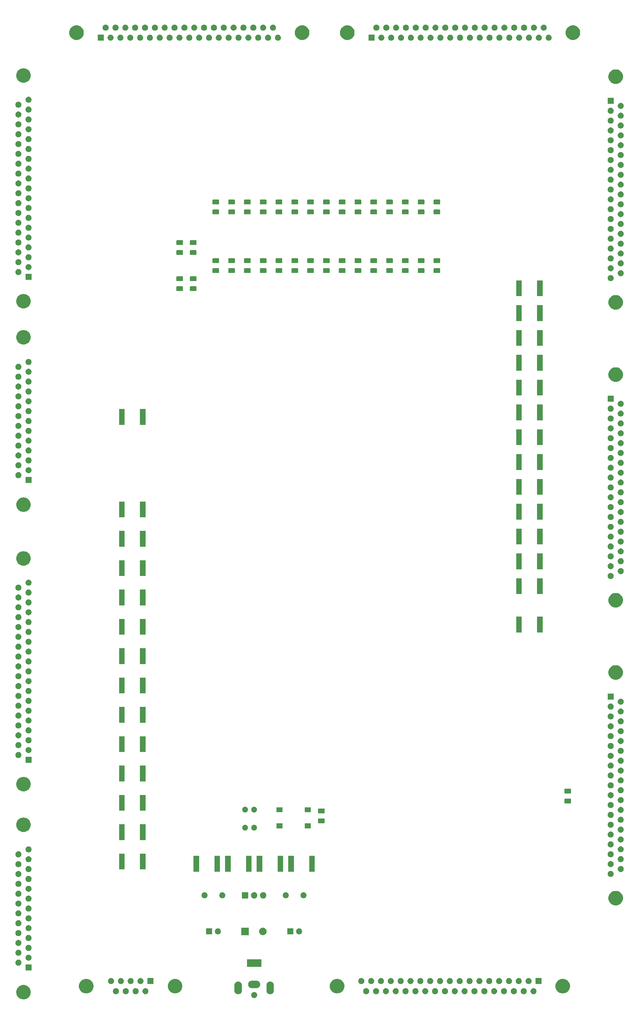
<source format=gbr>
G04 #@! TF.GenerationSoftware,KiCad,Pcbnew,5.1.5-52549c5~84~ubuntu18.04.1*
G04 #@! TF.CreationDate,2020-06-07T21:28:07-07:00*
G04 #@! TF.ProjectId,motherboard,6d6f7468-6572-4626-9f61-72642e6b6963,rev?*
G04 #@! TF.SameCoordinates,Original*
G04 #@! TF.FileFunction,Soldermask,Top*
G04 #@! TF.FilePolarity,Negative*
%FSLAX46Y46*%
G04 Gerber Fmt 4.6, Leading zero omitted, Abs format (unit mm)*
G04 Created by KiCad (PCBNEW 5.1.5-52549c5~84~ubuntu18.04.1) date 2020-06-07 21:28:07*
%MOMM*%
%LPD*%
G04 APERTURE LIST*
%ADD10C,0.100000*%
G04 APERTURE END LIST*
D10*
G36*
X314138254Y-311027818D02*
G01*
X314511511Y-311182426D01*
X314511513Y-311182427D01*
X314847436Y-311406884D01*
X315133116Y-311692564D01*
X315315722Y-311965852D01*
X315357574Y-312028489D01*
X315512182Y-312401746D01*
X315591000Y-312797993D01*
X315591000Y-313202007D01*
X315512182Y-313598254D01*
X315463333Y-313716185D01*
X315357573Y-313971513D01*
X315133116Y-314307436D01*
X314847436Y-314593116D01*
X314511513Y-314817573D01*
X314511512Y-314817574D01*
X314511511Y-314817574D01*
X314138254Y-314972182D01*
X313742007Y-315051000D01*
X313337993Y-315051000D01*
X312941746Y-314972182D01*
X312568489Y-314817574D01*
X312568488Y-314817574D01*
X312568487Y-314817573D01*
X312232564Y-314593116D01*
X311946884Y-314307436D01*
X311722427Y-313971513D01*
X311616667Y-313716185D01*
X311567818Y-313598254D01*
X311489000Y-313202007D01*
X311489000Y-312797993D01*
X311567818Y-312401746D01*
X311722426Y-312028489D01*
X311764279Y-311965852D01*
X311946884Y-311692564D01*
X312232564Y-311406884D01*
X312568487Y-311182427D01*
X312568489Y-311182426D01*
X312941746Y-311027818D01*
X313337993Y-310949000D01*
X313742007Y-310949000D01*
X314138254Y-311027818D01*
G37*
G36*
X378708228Y-312981703D02*
G01*
X378863100Y-313045853D01*
X379002481Y-313138985D01*
X379121015Y-313257519D01*
X379214147Y-313396900D01*
X379278297Y-313551772D01*
X379311000Y-313716184D01*
X379311000Y-313883816D01*
X379278297Y-314048228D01*
X379214147Y-314203100D01*
X379121015Y-314342481D01*
X379002481Y-314461015D01*
X378863100Y-314554147D01*
X378708228Y-314618297D01*
X378543816Y-314651000D01*
X378376184Y-314651000D01*
X378211772Y-314618297D01*
X378056900Y-314554147D01*
X377917519Y-314461015D01*
X377798985Y-314342481D01*
X377705853Y-314203100D01*
X377641703Y-314048228D01*
X377609000Y-313883816D01*
X377609000Y-313716184D01*
X377641703Y-313551772D01*
X377705853Y-313396900D01*
X377798985Y-313257519D01*
X377917519Y-313138985D01*
X378056900Y-313045853D01*
X378211772Y-312981703D01*
X378376184Y-312949000D01*
X378543816Y-312949000D01*
X378708228Y-312981703D01*
G37*
G36*
X383166031Y-310014207D02*
G01*
X383294687Y-310053235D01*
X383364148Y-310074306D01*
X383430030Y-310109521D01*
X383546729Y-310171897D01*
X383706765Y-310303235D01*
X383838103Y-310463271D01*
X383838104Y-310463273D01*
X383935694Y-310645851D01*
X383935694Y-310645852D01*
X383935695Y-310645854D01*
X383995793Y-310843968D01*
X384011000Y-310998370D01*
X384011000Y-312601630D01*
X383995793Y-312756032D01*
X383954208Y-312893116D01*
X383935694Y-312954149D01*
X383928168Y-312968229D01*
X383838103Y-313136729D01*
X383706765Y-313296765D01*
X383546729Y-313428103D01*
X383460975Y-313473939D01*
X383364149Y-313525694D01*
X383364146Y-313525695D01*
X383166032Y-313585793D01*
X382960000Y-313606085D01*
X382753969Y-313585793D01*
X382555855Y-313525695D01*
X382555852Y-313525694D01*
X382459026Y-313473939D01*
X382373272Y-313428103D01*
X382213236Y-313296765D01*
X382081898Y-313136729D01*
X382033324Y-313045853D01*
X381984305Y-312954146D01*
X381924207Y-312756033D01*
X381909000Y-312601631D01*
X381909000Y-310998370D01*
X381924207Y-310843971D01*
X381924207Y-310843969D01*
X381984305Y-310645855D01*
X381984306Y-310645852D01*
X382019521Y-310579970D01*
X382081897Y-310463271D01*
X382213235Y-310303235D01*
X382373271Y-310171897D01*
X382459025Y-310126061D01*
X382555851Y-310074306D01*
X382625312Y-310053235D01*
X382753968Y-310014207D01*
X382960000Y-309993915D01*
X383166031Y-310014207D01*
G37*
G36*
X374166031Y-310014207D02*
G01*
X374294687Y-310053235D01*
X374364148Y-310074306D01*
X374430030Y-310109521D01*
X374546729Y-310171897D01*
X374706765Y-310303235D01*
X374838103Y-310463271D01*
X374838104Y-310463273D01*
X374935694Y-310645851D01*
X374935694Y-310645852D01*
X374935695Y-310645854D01*
X374995793Y-310843968D01*
X375011000Y-310998370D01*
X375011000Y-312601630D01*
X374995793Y-312756032D01*
X374954208Y-312893116D01*
X374935694Y-312954149D01*
X374928168Y-312968229D01*
X374838103Y-313136729D01*
X374706765Y-313296765D01*
X374546729Y-313428103D01*
X374460975Y-313473939D01*
X374364149Y-313525694D01*
X374364146Y-313525695D01*
X374166032Y-313585793D01*
X373960000Y-313606085D01*
X373753969Y-313585793D01*
X373555855Y-313525695D01*
X373555852Y-313525694D01*
X373459026Y-313473939D01*
X373373272Y-313428103D01*
X373213236Y-313296765D01*
X373081898Y-313136729D01*
X373033324Y-313045853D01*
X372984305Y-312954146D01*
X372924207Y-312756033D01*
X372909000Y-312601631D01*
X372909000Y-310998370D01*
X372924207Y-310843971D01*
X372924207Y-310843969D01*
X372984305Y-310645855D01*
X372984306Y-310645852D01*
X373019521Y-310579970D01*
X373081897Y-310463271D01*
X373213235Y-310303235D01*
X373373271Y-310171897D01*
X373459025Y-310126061D01*
X373555851Y-310074306D01*
X373625312Y-310053235D01*
X373753968Y-310014207D01*
X373960000Y-309993915D01*
X374166031Y-310014207D01*
G37*
G36*
X454563228Y-311901703D02*
G01*
X454718100Y-311965853D01*
X454857481Y-312058985D01*
X454976015Y-312177519D01*
X455069147Y-312316900D01*
X455133297Y-312471772D01*
X455166000Y-312636184D01*
X455166000Y-312803816D01*
X455133297Y-312968228D01*
X455069147Y-313123100D01*
X454976015Y-313262481D01*
X454857481Y-313381015D01*
X454718100Y-313474147D01*
X454563228Y-313538297D01*
X454398816Y-313571000D01*
X454231184Y-313571000D01*
X454066772Y-313538297D01*
X453911900Y-313474147D01*
X453772519Y-313381015D01*
X453653985Y-313262481D01*
X453560853Y-313123100D01*
X453496703Y-312968228D01*
X453464000Y-312803816D01*
X453464000Y-312636184D01*
X453496703Y-312471772D01*
X453560853Y-312316900D01*
X453653985Y-312177519D01*
X453772519Y-312058985D01*
X453911900Y-311965853D01*
X454066772Y-311901703D01*
X454231184Y-311869000D01*
X454398816Y-311869000D01*
X454563228Y-311901703D01*
G37*
G36*
X345343228Y-311901703D02*
G01*
X345498100Y-311965853D01*
X345637481Y-312058985D01*
X345756015Y-312177519D01*
X345849147Y-312316900D01*
X345913297Y-312471772D01*
X345946000Y-312636184D01*
X345946000Y-312803816D01*
X345913297Y-312968228D01*
X345849147Y-313123100D01*
X345756015Y-313262481D01*
X345637481Y-313381015D01*
X345498100Y-313474147D01*
X345343228Y-313538297D01*
X345178816Y-313571000D01*
X345011184Y-313571000D01*
X344846772Y-313538297D01*
X344691900Y-313474147D01*
X344552519Y-313381015D01*
X344433985Y-313262481D01*
X344340853Y-313123100D01*
X344276703Y-312968228D01*
X344244000Y-312803816D01*
X344244000Y-312636184D01*
X344276703Y-312471772D01*
X344340853Y-312316900D01*
X344433985Y-312177519D01*
X344552519Y-312058985D01*
X344691900Y-311965853D01*
X344846772Y-311901703D01*
X345011184Y-311869000D01*
X345178816Y-311869000D01*
X345343228Y-311901703D01*
G37*
G36*
X342573228Y-311901703D02*
G01*
X342728100Y-311965853D01*
X342867481Y-312058985D01*
X342986015Y-312177519D01*
X343079147Y-312316900D01*
X343143297Y-312471772D01*
X343176000Y-312636184D01*
X343176000Y-312803816D01*
X343143297Y-312968228D01*
X343079147Y-313123100D01*
X342986015Y-313262481D01*
X342867481Y-313381015D01*
X342728100Y-313474147D01*
X342573228Y-313538297D01*
X342408816Y-313571000D01*
X342241184Y-313571000D01*
X342076772Y-313538297D01*
X341921900Y-313474147D01*
X341782519Y-313381015D01*
X341663985Y-313262481D01*
X341570853Y-313123100D01*
X341506703Y-312968228D01*
X341474000Y-312803816D01*
X341474000Y-312636184D01*
X341506703Y-312471772D01*
X341570853Y-312316900D01*
X341663985Y-312177519D01*
X341782519Y-312058985D01*
X341921900Y-311965853D01*
X342076772Y-311901703D01*
X342241184Y-311869000D01*
X342408816Y-311869000D01*
X342573228Y-311901703D01*
G37*
G36*
X339803228Y-311901703D02*
G01*
X339958100Y-311965853D01*
X340097481Y-312058985D01*
X340216015Y-312177519D01*
X340309147Y-312316900D01*
X340373297Y-312471772D01*
X340406000Y-312636184D01*
X340406000Y-312803816D01*
X340373297Y-312968228D01*
X340309147Y-313123100D01*
X340216015Y-313262481D01*
X340097481Y-313381015D01*
X339958100Y-313474147D01*
X339803228Y-313538297D01*
X339638816Y-313571000D01*
X339471184Y-313571000D01*
X339306772Y-313538297D01*
X339151900Y-313474147D01*
X339012519Y-313381015D01*
X338893985Y-313262481D01*
X338800853Y-313123100D01*
X338736703Y-312968228D01*
X338704000Y-312803816D01*
X338704000Y-312636184D01*
X338736703Y-312471772D01*
X338800853Y-312316900D01*
X338893985Y-312177519D01*
X339012519Y-312058985D01*
X339151900Y-311965853D01*
X339306772Y-311901703D01*
X339471184Y-311869000D01*
X339638816Y-311869000D01*
X339803228Y-311901703D01*
G37*
G36*
X457333228Y-311901703D02*
G01*
X457488100Y-311965853D01*
X457627481Y-312058985D01*
X457746015Y-312177519D01*
X457839147Y-312316900D01*
X457903297Y-312471772D01*
X457936000Y-312636184D01*
X457936000Y-312803816D01*
X457903297Y-312968228D01*
X457839147Y-313123100D01*
X457746015Y-313262481D01*
X457627481Y-313381015D01*
X457488100Y-313474147D01*
X457333228Y-313538297D01*
X457168816Y-313571000D01*
X457001184Y-313571000D01*
X456836772Y-313538297D01*
X456681900Y-313474147D01*
X456542519Y-313381015D01*
X456423985Y-313262481D01*
X456330853Y-313123100D01*
X456266703Y-312968228D01*
X456234000Y-312803816D01*
X456234000Y-312636184D01*
X456266703Y-312471772D01*
X456330853Y-312316900D01*
X456423985Y-312177519D01*
X456542519Y-312058985D01*
X456681900Y-311965853D01*
X456836772Y-311901703D01*
X457001184Y-311869000D01*
X457168816Y-311869000D01*
X457333228Y-311901703D01*
G37*
G36*
X451793228Y-311901703D02*
G01*
X451948100Y-311965853D01*
X452087481Y-312058985D01*
X452206015Y-312177519D01*
X452299147Y-312316900D01*
X452363297Y-312471772D01*
X452396000Y-312636184D01*
X452396000Y-312803816D01*
X452363297Y-312968228D01*
X452299147Y-313123100D01*
X452206015Y-313262481D01*
X452087481Y-313381015D01*
X451948100Y-313474147D01*
X451793228Y-313538297D01*
X451628816Y-313571000D01*
X451461184Y-313571000D01*
X451296772Y-313538297D01*
X451141900Y-313474147D01*
X451002519Y-313381015D01*
X450883985Y-313262481D01*
X450790853Y-313123100D01*
X450726703Y-312968228D01*
X450694000Y-312803816D01*
X450694000Y-312636184D01*
X450726703Y-312471772D01*
X450790853Y-312316900D01*
X450883985Y-312177519D01*
X451002519Y-312058985D01*
X451141900Y-311965853D01*
X451296772Y-311901703D01*
X451461184Y-311869000D01*
X451628816Y-311869000D01*
X451793228Y-311901703D01*
G37*
G36*
X449023228Y-311901703D02*
G01*
X449178100Y-311965853D01*
X449317481Y-312058985D01*
X449436015Y-312177519D01*
X449529147Y-312316900D01*
X449593297Y-312471772D01*
X449626000Y-312636184D01*
X449626000Y-312803816D01*
X449593297Y-312968228D01*
X449529147Y-313123100D01*
X449436015Y-313262481D01*
X449317481Y-313381015D01*
X449178100Y-313474147D01*
X449023228Y-313538297D01*
X448858816Y-313571000D01*
X448691184Y-313571000D01*
X448526772Y-313538297D01*
X448371900Y-313474147D01*
X448232519Y-313381015D01*
X448113985Y-313262481D01*
X448020853Y-313123100D01*
X447956703Y-312968228D01*
X447924000Y-312803816D01*
X447924000Y-312636184D01*
X447956703Y-312471772D01*
X448020853Y-312316900D01*
X448113985Y-312177519D01*
X448232519Y-312058985D01*
X448371900Y-311965853D01*
X448526772Y-311901703D01*
X448691184Y-311869000D01*
X448858816Y-311869000D01*
X449023228Y-311901703D01*
G37*
G36*
X446253228Y-311901703D02*
G01*
X446408100Y-311965853D01*
X446547481Y-312058985D01*
X446666015Y-312177519D01*
X446759147Y-312316900D01*
X446823297Y-312471772D01*
X446856000Y-312636184D01*
X446856000Y-312803816D01*
X446823297Y-312968228D01*
X446759147Y-313123100D01*
X446666015Y-313262481D01*
X446547481Y-313381015D01*
X446408100Y-313474147D01*
X446253228Y-313538297D01*
X446088816Y-313571000D01*
X445921184Y-313571000D01*
X445756772Y-313538297D01*
X445601900Y-313474147D01*
X445462519Y-313381015D01*
X445343985Y-313262481D01*
X445250853Y-313123100D01*
X445186703Y-312968228D01*
X445154000Y-312803816D01*
X445154000Y-312636184D01*
X445186703Y-312471772D01*
X445250853Y-312316900D01*
X445343985Y-312177519D01*
X445462519Y-312058985D01*
X445601900Y-311965853D01*
X445756772Y-311901703D01*
X445921184Y-311869000D01*
X446088816Y-311869000D01*
X446253228Y-311901703D01*
G37*
G36*
X443483228Y-311901703D02*
G01*
X443638100Y-311965853D01*
X443777481Y-312058985D01*
X443896015Y-312177519D01*
X443989147Y-312316900D01*
X444053297Y-312471772D01*
X444086000Y-312636184D01*
X444086000Y-312803816D01*
X444053297Y-312968228D01*
X443989147Y-313123100D01*
X443896015Y-313262481D01*
X443777481Y-313381015D01*
X443638100Y-313474147D01*
X443483228Y-313538297D01*
X443318816Y-313571000D01*
X443151184Y-313571000D01*
X442986772Y-313538297D01*
X442831900Y-313474147D01*
X442692519Y-313381015D01*
X442573985Y-313262481D01*
X442480853Y-313123100D01*
X442416703Y-312968228D01*
X442384000Y-312803816D01*
X442384000Y-312636184D01*
X442416703Y-312471772D01*
X442480853Y-312316900D01*
X442573985Y-312177519D01*
X442692519Y-312058985D01*
X442831900Y-311965853D01*
X442986772Y-311901703D01*
X443151184Y-311869000D01*
X443318816Y-311869000D01*
X443483228Y-311901703D01*
G37*
G36*
X440713228Y-311901703D02*
G01*
X440868100Y-311965853D01*
X441007481Y-312058985D01*
X441126015Y-312177519D01*
X441219147Y-312316900D01*
X441283297Y-312471772D01*
X441316000Y-312636184D01*
X441316000Y-312803816D01*
X441283297Y-312968228D01*
X441219147Y-313123100D01*
X441126015Y-313262481D01*
X441007481Y-313381015D01*
X440868100Y-313474147D01*
X440713228Y-313538297D01*
X440548816Y-313571000D01*
X440381184Y-313571000D01*
X440216772Y-313538297D01*
X440061900Y-313474147D01*
X439922519Y-313381015D01*
X439803985Y-313262481D01*
X439710853Y-313123100D01*
X439646703Y-312968228D01*
X439614000Y-312803816D01*
X439614000Y-312636184D01*
X439646703Y-312471772D01*
X439710853Y-312316900D01*
X439803985Y-312177519D01*
X439922519Y-312058985D01*
X440061900Y-311965853D01*
X440216772Y-311901703D01*
X440381184Y-311869000D01*
X440548816Y-311869000D01*
X440713228Y-311901703D01*
G37*
G36*
X437943228Y-311901703D02*
G01*
X438098100Y-311965853D01*
X438237481Y-312058985D01*
X438356015Y-312177519D01*
X438449147Y-312316900D01*
X438513297Y-312471772D01*
X438546000Y-312636184D01*
X438546000Y-312803816D01*
X438513297Y-312968228D01*
X438449147Y-313123100D01*
X438356015Y-313262481D01*
X438237481Y-313381015D01*
X438098100Y-313474147D01*
X437943228Y-313538297D01*
X437778816Y-313571000D01*
X437611184Y-313571000D01*
X437446772Y-313538297D01*
X437291900Y-313474147D01*
X437152519Y-313381015D01*
X437033985Y-313262481D01*
X436940853Y-313123100D01*
X436876703Y-312968228D01*
X436844000Y-312803816D01*
X436844000Y-312636184D01*
X436876703Y-312471772D01*
X436940853Y-312316900D01*
X437033985Y-312177519D01*
X437152519Y-312058985D01*
X437291900Y-311965853D01*
X437446772Y-311901703D01*
X437611184Y-311869000D01*
X437778816Y-311869000D01*
X437943228Y-311901703D01*
G37*
G36*
X435173228Y-311901703D02*
G01*
X435328100Y-311965853D01*
X435467481Y-312058985D01*
X435586015Y-312177519D01*
X435679147Y-312316900D01*
X435743297Y-312471772D01*
X435776000Y-312636184D01*
X435776000Y-312803816D01*
X435743297Y-312968228D01*
X435679147Y-313123100D01*
X435586015Y-313262481D01*
X435467481Y-313381015D01*
X435328100Y-313474147D01*
X435173228Y-313538297D01*
X435008816Y-313571000D01*
X434841184Y-313571000D01*
X434676772Y-313538297D01*
X434521900Y-313474147D01*
X434382519Y-313381015D01*
X434263985Y-313262481D01*
X434170853Y-313123100D01*
X434106703Y-312968228D01*
X434074000Y-312803816D01*
X434074000Y-312636184D01*
X434106703Y-312471772D01*
X434170853Y-312316900D01*
X434263985Y-312177519D01*
X434382519Y-312058985D01*
X434521900Y-311965853D01*
X434676772Y-311901703D01*
X434841184Y-311869000D01*
X435008816Y-311869000D01*
X435173228Y-311901703D01*
G37*
G36*
X429633228Y-311901703D02*
G01*
X429788100Y-311965853D01*
X429927481Y-312058985D01*
X430046015Y-312177519D01*
X430139147Y-312316900D01*
X430203297Y-312471772D01*
X430236000Y-312636184D01*
X430236000Y-312803816D01*
X430203297Y-312968228D01*
X430139147Y-313123100D01*
X430046015Y-313262481D01*
X429927481Y-313381015D01*
X429788100Y-313474147D01*
X429633228Y-313538297D01*
X429468816Y-313571000D01*
X429301184Y-313571000D01*
X429136772Y-313538297D01*
X428981900Y-313474147D01*
X428842519Y-313381015D01*
X428723985Y-313262481D01*
X428630853Y-313123100D01*
X428566703Y-312968228D01*
X428534000Y-312803816D01*
X428534000Y-312636184D01*
X428566703Y-312471772D01*
X428630853Y-312316900D01*
X428723985Y-312177519D01*
X428842519Y-312058985D01*
X428981900Y-311965853D01*
X429136772Y-311901703D01*
X429301184Y-311869000D01*
X429468816Y-311869000D01*
X429633228Y-311901703D01*
G37*
G36*
X432403228Y-311901703D02*
G01*
X432558100Y-311965853D01*
X432697481Y-312058985D01*
X432816015Y-312177519D01*
X432909147Y-312316900D01*
X432973297Y-312471772D01*
X433006000Y-312636184D01*
X433006000Y-312803816D01*
X432973297Y-312968228D01*
X432909147Y-313123100D01*
X432816015Y-313262481D01*
X432697481Y-313381015D01*
X432558100Y-313474147D01*
X432403228Y-313538297D01*
X432238816Y-313571000D01*
X432071184Y-313571000D01*
X431906772Y-313538297D01*
X431751900Y-313474147D01*
X431612519Y-313381015D01*
X431493985Y-313262481D01*
X431400853Y-313123100D01*
X431336703Y-312968228D01*
X431304000Y-312803816D01*
X431304000Y-312636184D01*
X431336703Y-312471772D01*
X431400853Y-312316900D01*
X431493985Y-312177519D01*
X431612519Y-312058985D01*
X431751900Y-311965853D01*
X431906772Y-311901703D01*
X432071184Y-311869000D01*
X432238816Y-311869000D01*
X432403228Y-311901703D01*
G37*
G36*
X348113228Y-311901703D02*
G01*
X348268100Y-311965853D01*
X348407481Y-312058985D01*
X348526015Y-312177519D01*
X348619147Y-312316900D01*
X348683297Y-312471772D01*
X348716000Y-312636184D01*
X348716000Y-312803816D01*
X348683297Y-312968228D01*
X348619147Y-313123100D01*
X348526015Y-313262481D01*
X348407481Y-313381015D01*
X348268100Y-313474147D01*
X348113228Y-313538297D01*
X347948816Y-313571000D01*
X347781184Y-313571000D01*
X347616772Y-313538297D01*
X347461900Y-313474147D01*
X347322519Y-313381015D01*
X347203985Y-313262481D01*
X347110853Y-313123100D01*
X347046703Y-312968228D01*
X347014000Y-312803816D01*
X347014000Y-312636184D01*
X347046703Y-312471772D01*
X347110853Y-312316900D01*
X347203985Y-312177519D01*
X347322519Y-312058985D01*
X347461900Y-311965853D01*
X347616772Y-311901703D01*
X347781184Y-311869000D01*
X347948816Y-311869000D01*
X348113228Y-311901703D01*
G37*
G36*
X410243228Y-311901703D02*
G01*
X410398100Y-311965853D01*
X410537481Y-312058985D01*
X410656015Y-312177519D01*
X410749147Y-312316900D01*
X410813297Y-312471772D01*
X410846000Y-312636184D01*
X410846000Y-312803816D01*
X410813297Y-312968228D01*
X410749147Y-313123100D01*
X410656015Y-313262481D01*
X410537481Y-313381015D01*
X410398100Y-313474147D01*
X410243228Y-313538297D01*
X410078816Y-313571000D01*
X409911184Y-313571000D01*
X409746772Y-313538297D01*
X409591900Y-313474147D01*
X409452519Y-313381015D01*
X409333985Y-313262481D01*
X409240853Y-313123100D01*
X409176703Y-312968228D01*
X409144000Y-312803816D01*
X409144000Y-312636184D01*
X409176703Y-312471772D01*
X409240853Y-312316900D01*
X409333985Y-312177519D01*
X409452519Y-312058985D01*
X409591900Y-311965853D01*
X409746772Y-311901703D01*
X409911184Y-311869000D01*
X410078816Y-311869000D01*
X410243228Y-311901703D01*
G37*
G36*
X413013228Y-311901703D02*
G01*
X413168100Y-311965853D01*
X413307481Y-312058985D01*
X413426015Y-312177519D01*
X413519147Y-312316900D01*
X413583297Y-312471772D01*
X413616000Y-312636184D01*
X413616000Y-312803816D01*
X413583297Y-312968228D01*
X413519147Y-313123100D01*
X413426015Y-313262481D01*
X413307481Y-313381015D01*
X413168100Y-313474147D01*
X413013228Y-313538297D01*
X412848816Y-313571000D01*
X412681184Y-313571000D01*
X412516772Y-313538297D01*
X412361900Y-313474147D01*
X412222519Y-313381015D01*
X412103985Y-313262481D01*
X412010853Y-313123100D01*
X411946703Y-312968228D01*
X411914000Y-312803816D01*
X411914000Y-312636184D01*
X411946703Y-312471772D01*
X412010853Y-312316900D01*
X412103985Y-312177519D01*
X412222519Y-312058985D01*
X412361900Y-311965853D01*
X412516772Y-311901703D01*
X412681184Y-311869000D01*
X412848816Y-311869000D01*
X413013228Y-311901703D01*
G37*
G36*
X415783228Y-311901703D02*
G01*
X415938100Y-311965853D01*
X416077481Y-312058985D01*
X416196015Y-312177519D01*
X416289147Y-312316900D01*
X416353297Y-312471772D01*
X416386000Y-312636184D01*
X416386000Y-312803816D01*
X416353297Y-312968228D01*
X416289147Y-313123100D01*
X416196015Y-313262481D01*
X416077481Y-313381015D01*
X415938100Y-313474147D01*
X415783228Y-313538297D01*
X415618816Y-313571000D01*
X415451184Y-313571000D01*
X415286772Y-313538297D01*
X415131900Y-313474147D01*
X414992519Y-313381015D01*
X414873985Y-313262481D01*
X414780853Y-313123100D01*
X414716703Y-312968228D01*
X414684000Y-312803816D01*
X414684000Y-312636184D01*
X414716703Y-312471772D01*
X414780853Y-312316900D01*
X414873985Y-312177519D01*
X414992519Y-312058985D01*
X415131900Y-311965853D01*
X415286772Y-311901703D01*
X415451184Y-311869000D01*
X415618816Y-311869000D01*
X415783228Y-311901703D01*
G37*
G36*
X421323228Y-311901703D02*
G01*
X421478100Y-311965853D01*
X421617481Y-312058985D01*
X421736015Y-312177519D01*
X421829147Y-312316900D01*
X421893297Y-312471772D01*
X421926000Y-312636184D01*
X421926000Y-312803816D01*
X421893297Y-312968228D01*
X421829147Y-313123100D01*
X421736015Y-313262481D01*
X421617481Y-313381015D01*
X421478100Y-313474147D01*
X421323228Y-313538297D01*
X421158816Y-313571000D01*
X420991184Y-313571000D01*
X420826772Y-313538297D01*
X420671900Y-313474147D01*
X420532519Y-313381015D01*
X420413985Y-313262481D01*
X420320853Y-313123100D01*
X420256703Y-312968228D01*
X420224000Y-312803816D01*
X420224000Y-312636184D01*
X420256703Y-312471772D01*
X420320853Y-312316900D01*
X420413985Y-312177519D01*
X420532519Y-312058985D01*
X420671900Y-311965853D01*
X420826772Y-311901703D01*
X420991184Y-311869000D01*
X421158816Y-311869000D01*
X421323228Y-311901703D01*
G37*
G36*
X424093228Y-311901703D02*
G01*
X424248100Y-311965853D01*
X424387481Y-312058985D01*
X424506015Y-312177519D01*
X424599147Y-312316900D01*
X424663297Y-312471772D01*
X424696000Y-312636184D01*
X424696000Y-312803816D01*
X424663297Y-312968228D01*
X424599147Y-313123100D01*
X424506015Y-313262481D01*
X424387481Y-313381015D01*
X424248100Y-313474147D01*
X424093228Y-313538297D01*
X423928816Y-313571000D01*
X423761184Y-313571000D01*
X423596772Y-313538297D01*
X423441900Y-313474147D01*
X423302519Y-313381015D01*
X423183985Y-313262481D01*
X423090853Y-313123100D01*
X423026703Y-312968228D01*
X422994000Y-312803816D01*
X422994000Y-312636184D01*
X423026703Y-312471772D01*
X423090853Y-312316900D01*
X423183985Y-312177519D01*
X423302519Y-312058985D01*
X423441900Y-311965853D01*
X423596772Y-311901703D01*
X423761184Y-311869000D01*
X423928816Y-311869000D01*
X424093228Y-311901703D01*
G37*
G36*
X426863228Y-311901703D02*
G01*
X427018100Y-311965853D01*
X427157481Y-312058985D01*
X427276015Y-312177519D01*
X427369147Y-312316900D01*
X427433297Y-312471772D01*
X427466000Y-312636184D01*
X427466000Y-312803816D01*
X427433297Y-312968228D01*
X427369147Y-313123100D01*
X427276015Y-313262481D01*
X427157481Y-313381015D01*
X427018100Y-313474147D01*
X426863228Y-313538297D01*
X426698816Y-313571000D01*
X426531184Y-313571000D01*
X426366772Y-313538297D01*
X426211900Y-313474147D01*
X426072519Y-313381015D01*
X425953985Y-313262481D01*
X425860853Y-313123100D01*
X425796703Y-312968228D01*
X425764000Y-312803816D01*
X425764000Y-312636184D01*
X425796703Y-312471772D01*
X425860853Y-312316900D01*
X425953985Y-312177519D01*
X426072519Y-312058985D01*
X426211900Y-311965853D01*
X426366772Y-311901703D01*
X426531184Y-311869000D01*
X426698816Y-311869000D01*
X426863228Y-311901703D01*
G37*
G36*
X418553228Y-311901703D02*
G01*
X418708100Y-311965853D01*
X418847481Y-312058985D01*
X418966015Y-312177519D01*
X419059147Y-312316900D01*
X419123297Y-312471772D01*
X419156000Y-312636184D01*
X419156000Y-312803816D01*
X419123297Y-312968228D01*
X419059147Y-313123100D01*
X418966015Y-313262481D01*
X418847481Y-313381015D01*
X418708100Y-313474147D01*
X418553228Y-313538297D01*
X418388816Y-313571000D01*
X418221184Y-313571000D01*
X418056772Y-313538297D01*
X417901900Y-313474147D01*
X417762519Y-313381015D01*
X417643985Y-313262481D01*
X417550853Y-313123100D01*
X417486703Y-312968228D01*
X417454000Y-312803816D01*
X417454000Y-312636184D01*
X417486703Y-312471772D01*
X417550853Y-312316900D01*
X417643985Y-312177519D01*
X417762519Y-312058985D01*
X417901900Y-311965853D01*
X418056772Y-311901703D01*
X418221184Y-311869000D01*
X418388816Y-311869000D01*
X418553228Y-311901703D01*
G37*
G36*
X402388254Y-309327818D02*
G01*
X402748170Y-309476900D01*
X402761513Y-309482427D01*
X403097436Y-309706884D01*
X403383116Y-309992564D01*
X403530589Y-310213272D01*
X403607574Y-310328489D01*
X403762182Y-310701746D01*
X403841000Y-311097993D01*
X403841000Y-311502007D01*
X403762182Y-311898254D01*
X403646506Y-312177520D01*
X403607573Y-312271513D01*
X403383116Y-312607436D01*
X403097436Y-312893116D01*
X402761513Y-313117573D01*
X402761512Y-313117574D01*
X402761511Y-313117574D01*
X402388254Y-313272182D01*
X401992007Y-313351000D01*
X401587993Y-313351000D01*
X401191746Y-313272182D01*
X400818489Y-313117574D01*
X400818488Y-313117574D01*
X400818487Y-313117573D01*
X400482564Y-312893116D01*
X400196884Y-312607436D01*
X399972427Y-312271513D01*
X399933494Y-312177520D01*
X399817818Y-311898254D01*
X399739000Y-311502007D01*
X399739000Y-311097993D01*
X399817818Y-310701746D01*
X399972426Y-310328489D01*
X400049412Y-310213272D01*
X400196884Y-309992564D01*
X400482564Y-309706884D01*
X400818487Y-309482427D01*
X400831830Y-309476900D01*
X401191746Y-309327818D01*
X401587993Y-309249000D01*
X401992007Y-309249000D01*
X402388254Y-309327818D01*
G37*
G36*
X465888254Y-309327818D02*
G01*
X466248170Y-309476900D01*
X466261513Y-309482427D01*
X466597436Y-309706884D01*
X466883116Y-309992564D01*
X467030589Y-310213272D01*
X467107574Y-310328489D01*
X467262182Y-310701746D01*
X467341000Y-311097993D01*
X467341000Y-311502007D01*
X467262182Y-311898254D01*
X467146506Y-312177520D01*
X467107573Y-312271513D01*
X466883116Y-312607436D01*
X466597436Y-312893116D01*
X466261513Y-313117573D01*
X466261512Y-313117574D01*
X466261511Y-313117574D01*
X465888254Y-313272182D01*
X465492007Y-313351000D01*
X465087993Y-313351000D01*
X464691746Y-313272182D01*
X464318489Y-313117574D01*
X464318488Y-313117574D01*
X464318487Y-313117573D01*
X463982564Y-312893116D01*
X463696884Y-312607436D01*
X463472427Y-312271513D01*
X463433494Y-312177520D01*
X463317818Y-311898254D01*
X463239000Y-311502007D01*
X463239000Y-311097993D01*
X463317818Y-310701746D01*
X463472426Y-310328489D01*
X463549412Y-310213272D01*
X463696884Y-309992564D01*
X463982564Y-309706884D01*
X464318487Y-309482427D01*
X464331830Y-309476900D01*
X464691746Y-309327818D01*
X465087993Y-309249000D01*
X465492007Y-309249000D01*
X465888254Y-309327818D01*
G37*
G36*
X331808254Y-309327818D02*
G01*
X332168170Y-309476900D01*
X332181513Y-309482427D01*
X332517436Y-309706884D01*
X332803116Y-309992564D01*
X332950589Y-310213272D01*
X333027574Y-310328489D01*
X333182182Y-310701746D01*
X333261000Y-311097993D01*
X333261000Y-311502007D01*
X333182182Y-311898254D01*
X333066506Y-312177520D01*
X333027573Y-312271513D01*
X332803116Y-312607436D01*
X332517436Y-312893116D01*
X332181513Y-313117573D01*
X332181512Y-313117574D01*
X332181511Y-313117574D01*
X331808254Y-313272182D01*
X331412007Y-313351000D01*
X331007993Y-313351000D01*
X330611746Y-313272182D01*
X330238489Y-313117574D01*
X330238488Y-313117574D01*
X330238487Y-313117573D01*
X329902564Y-312893116D01*
X329616884Y-312607436D01*
X329392427Y-312271513D01*
X329353494Y-312177520D01*
X329237818Y-311898254D01*
X329159000Y-311502007D01*
X329159000Y-311097993D01*
X329237818Y-310701746D01*
X329392426Y-310328489D01*
X329469412Y-310213272D01*
X329616884Y-309992564D01*
X329902564Y-309706884D01*
X330238487Y-309482427D01*
X330251830Y-309476900D01*
X330611746Y-309327818D01*
X331007993Y-309249000D01*
X331412007Y-309249000D01*
X331808254Y-309327818D01*
G37*
G36*
X356808254Y-309327818D02*
G01*
X357168170Y-309476900D01*
X357181513Y-309482427D01*
X357517436Y-309706884D01*
X357803116Y-309992564D01*
X357950589Y-310213272D01*
X358027574Y-310328489D01*
X358182182Y-310701746D01*
X358261000Y-311097993D01*
X358261000Y-311502007D01*
X358182182Y-311898254D01*
X358066506Y-312177520D01*
X358027573Y-312271513D01*
X357803116Y-312607436D01*
X357517436Y-312893116D01*
X357181513Y-313117573D01*
X357181512Y-313117574D01*
X357181511Y-313117574D01*
X356808254Y-313272182D01*
X356412007Y-313351000D01*
X356007993Y-313351000D01*
X355611746Y-313272182D01*
X355238489Y-313117574D01*
X355238488Y-313117574D01*
X355238487Y-313117573D01*
X354902564Y-312893116D01*
X354616884Y-312607436D01*
X354392427Y-312271513D01*
X354353494Y-312177520D01*
X354237818Y-311898254D01*
X354159000Y-311502007D01*
X354159000Y-311097993D01*
X354237818Y-310701746D01*
X354392426Y-310328489D01*
X354469412Y-310213272D01*
X354616884Y-309992564D01*
X354902564Y-309706884D01*
X355238487Y-309482427D01*
X355251830Y-309476900D01*
X355611746Y-309327818D01*
X356007993Y-309249000D01*
X356412007Y-309249000D01*
X356808254Y-309327818D01*
G37*
G36*
X379213097Y-309754069D02*
G01*
X379316032Y-309764207D01*
X379514146Y-309824305D01*
X379514149Y-309824306D01*
X379610975Y-309876061D01*
X379696729Y-309921897D01*
X379856765Y-310053235D01*
X379988103Y-310213271D01*
X380025427Y-310283100D01*
X380085694Y-310395851D01*
X380085695Y-310395854D01*
X380145793Y-310593968D01*
X380166085Y-310800000D01*
X380145793Y-311006032D01*
X380117896Y-311097994D01*
X380085694Y-311204149D01*
X380033939Y-311300975D01*
X379988103Y-311386729D01*
X379856765Y-311546765D01*
X379696729Y-311678103D01*
X379669674Y-311692564D01*
X379514149Y-311775694D01*
X379514146Y-311775695D01*
X379316032Y-311835793D01*
X379213097Y-311845931D01*
X379161631Y-311851000D01*
X377758369Y-311851000D01*
X377706903Y-311845931D01*
X377603968Y-311835793D01*
X377405854Y-311775695D01*
X377405851Y-311775694D01*
X377250326Y-311692564D01*
X377223271Y-311678103D01*
X377063235Y-311546765D01*
X376931897Y-311386729D01*
X376886061Y-311300975D01*
X376834306Y-311204149D01*
X376802104Y-311097994D01*
X376774207Y-311006032D01*
X376753915Y-310800000D01*
X376774207Y-310593968D01*
X376834305Y-310395854D01*
X376834306Y-310395851D01*
X376894573Y-310283100D01*
X376931897Y-310213271D01*
X377063235Y-310053235D01*
X377223271Y-309921897D01*
X377309025Y-309876061D01*
X377405851Y-309824306D01*
X377405854Y-309824305D01*
X377603968Y-309764207D01*
X377706903Y-309754069D01*
X377758369Y-309749000D01*
X379161631Y-309749000D01*
X379213097Y-309754069D01*
G37*
G36*
X433788228Y-309061703D02*
G01*
X433943100Y-309125853D01*
X434082481Y-309218985D01*
X434201015Y-309337519D01*
X434294147Y-309476900D01*
X434358297Y-309631772D01*
X434391000Y-309796184D01*
X434391000Y-309963816D01*
X434358297Y-310128228D01*
X434294147Y-310283100D01*
X434201015Y-310422481D01*
X434082481Y-310541015D01*
X433943100Y-310634147D01*
X433788228Y-310698297D01*
X433623816Y-310731000D01*
X433456184Y-310731000D01*
X433291772Y-310698297D01*
X433136900Y-310634147D01*
X432997519Y-310541015D01*
X432878985Y-310422481D01*
X432785853Y-310283100D01*
X432721703Y-310128228D01*
X432689000Y-309963816D01*
X432689000Y-309796184D01*
X432721703Y-309631772D01*
X432785853Y-309476900D01*
X432878985Y-309337519D01*
X432997519Y-309218985D01*
X433136900Y-309125853D01*
X433291772Y-309061703D01*
X433456184Y-309029000D01*
X433623816Y-309029000D01*
X433788228Y-309061703D01*
G37*
G36*
X436558228Y-309061703D02*
G01*
X436713100Y-309125853D01*
X436852481Y-309218985D01*
X436971015Y-309337519D01*
X437064147Y-309476900D01*
X437128297Y-309631772D01*
X437161000Y-309796184D01*
X437161000Y-309963816D01*
X437128297Y-310128228D01*
X437064147Y-310283100D01*
X436971015Y-310422481D01*
X436852481Y-310541015D01*
X436713100Y-310634147D01*
X436558228Y-310698297D01*
X436393816Y-310731000D01*
X436226184Y-310731000D01*
X436061772Y-310698297D01*
X435906900Y-310634147D01*
X435767519Y-310541015D01*
X435648985Y-310422481D01*
X435555853Y-310283100D01*
X435491703Y-310128228D01*
X435459000Y-309963816D01*
X435459000Y-309796184D01*
X435491703Y-309631772D01*
X435555853Y-309476900D01*
X435648985Y-309337519D01*
X435767519Y-309218985D01*
X435906900Y-309125853D01*
X436061772Y-309061703D01*
X436226184Y-309029000D01*
X436393816Y-309029000D01*
X436558228Y-309061703D01*
G37*
G36*
X439328228Y-309061703D02*
G01*
X439483100Y-309125853D01*
X439622481Y-309218985D01*
X439741015Y-309337519D01*
X439834147Y-309476900D01*
X439898297Y-309631772D01*
X439931000Y-309796184D01*
X439931000Y-309963816D01*
X439898297Y-310128228D01*
X439834147Y-310283100D01*
X439741015Y-310422481D01*
X439622481Y-310541015D01*
X439483100Y-310634147D01*
X439328228Y-310698297D01*
X439163816Y-310731000D01*
X438996184Y-310731000D01*
X438831772Y-310698297D01*
X438676900Y-310634147D01*
X438537519Y-310541015D01*
X438418985Y-310422481D01*
X438325853Y-310283100D01*
X438261703Y-310128228D01*
X438229000Y-309963816D01*
X438229000Y-309796184D01*
X438261703Y-309631772D01*
X438325853Y-309476900D01*
X438418985Y-309337519D01*
X438537519Y-309218985D01*
X438676900Y-309125853D01*
X438831772Y-309061703D01*
X438996184Y-309029000D01*
X439163816Y-309029000D01*
X439328228Y-309061703D01*
G37*
G36*
X444868228Y-309061703D02*
G01*
X445023100Y-309125853D01*
X445162481Y-309218985D01*
X445281015Y-309337519D01*
X445374147Y-309476900D01*
X445438297Y-309631772D01*
X445471000Y-309796184D01*
X445471000Y-309963816D01*
X445438297Y-310128228D01*
X445374147Y-310283100D01*
X445281015Y-310422481D01*
X445162481Y-310541015D01*
X445023100Y-310634147D01*
X444868228Y-310698297D01*
X444703816Y-310731000D01*
X444536184Y-310731000D01*
X444371772Y-310698297D01*
X444216900Y-310634147D01*
X444077519Y-310541015D01*
X443958985Y-310422481D01*
X443865853Y-310283100D01*
X443801703Y-310128228D01*
X443769000Y-309963816D01*
X443769000Y-309796184D01*
X443801703Y-309631772D01*
X443865853Y-309476900D01*
X443958985Y-309337519D01*
X444077519Y-309218985D01*
X444216900Y-309125853D01*
X444371772Y-309061703D01*
X444536184Y-309029000D01*
X444703816Y-309029000D01*
X444868228Y-309061703D01*
G37*
G36*
X447638228Y-309061703D02*
G01*
X447793100Y-309125853D01*
X447932481Y-309218985D01*
X448051015Y-309337519D01*
X448144147Y-309476900D01*
X448208297Y-309631772D01*
X448241000Y-309796184D01*
X448241000Y-309963816D01*
X448208297Y-310128228D01*
X448144147Y-310283100D01*
X448051015Y-310422481D01*
X447932481Y-310541015D01*
X447793100Y-310634147D01*
X447638228Y-310698297D01*
X447473816Y-310731000D01*
X447306184Y-310731000D01*
X447141772Y-310698297D01*
X446986900Y-310634147D01*
X446847519Y-310541015D01*
X446728985Y-310422481D01*
X446635853Y-310283100D01*
X446571703Y-310128228D01*
X446539000Y-309963816D01*
X446539000Y-309796184D01*
X446571703Y-309631772D01*
X446635853Y-309476900D01*
X446728985Y-309337519D01*
X446847519Y-309218985D01*
X446986900Y-309125853D01*
X447141772Y-309061703D01*
X447306184Y-309029000D01*
X447473816Y-309029000D01*
X447638228Y-309061703D01*
G37*
G36*
X450408228Y-309061703D02*
G01*
X450563100Y-309125853D01*
X450702481Y-309218985D01*
X450821015Y-309337519D01*
X450914147Y-309476900D01*
X450978297Y-309631772D01*
X451011000Y-309796184D01*
X451011000Y-309963816D01*
X450978297Y-310128228D01*
X450914147Y-310283100D01*
X450821015Y-310422481D01*
X450702481Y-310541015D01*
X450563100Y-310634147D01*
X450408228Y-310698297D01*
X450243816Y-310731000D01*
X450076184Y-310731000D01*
X449911772Y-310698297D01*
X449756900Y-310634147D01*
X449617519Y-310541015D01*
X449498985Y-310422481D01*
X449405853Y-310283100D01*
X449341703Y-310128228D01*
X449309000Y-309963816D01*
X449309000Y-309796184D01*
X449341703Y-309631772D01*
X449405853Y-309476900D01*
X449498985Y-309337519D01*
X449617519Y-309218985D01*
X449756900Y-309125853D01*
X449911772Y-309061703D01*
X450076184Y-309029000D01*
X450243816Y-309029000D01*
X450408228Y-309061703D01*
G37*
G36*
X453178228Y-309061703D02*
G01*
X453333100Y-309125853D01*
X453472481Y-309218985D01*
X453591015Y-309337519D01*
X453684147Y-309476900D01*
X453748297Y-309631772D01*
X453781000Y-309796184D01*
X453781000Y-309963816D01*
X453748297Y-310128228D01*
X453684147Y-310283100D01*
X453591015Y-310422481D01*
X453472481Y-310541015D01*
X453333100Y-310634147D01*
X453178228Y-310698297D01*
X453013816Y-310731000D01*
X452846184Y-310731000D01*
X452681772Y-310698297D01*
X452526900Y-310634147D01*
X452387519Y-310541015D01*
X452268985Y-310422481D01*
X452175853Y-310283100D01*
X452111703Y-310128228D01*
X452079000Y-309963816D01*
X452079000Y-309796184D01*
X452111703Y-309631772D01*
X452175853Y-309476900D01*
X452268985Y-309337519D01*
X452387519Y-309218985D01*
X452526900Y-309125853D01*
X452681772Y-309061703D01*
X452846184Y-309029000D01*
X453013816Y-309029000D01*
X453178228Y-309061703D01*
G37*
G36*
X455948228Y-309061703D02*
G01*
X456103100Y-309125853D01*
X456242481Y-309218985D01*
X456361015Y-309337519D01*
X456454147Y-309476900D01*
X456518297Y-309631772D01*
X456551000Y-309796184D01*
X456551000Y-309963816D01*
X456518297Y-310128228D01*
X456454147Y-310283100D01*
X456361015Y-310422481D01*
X456242481Y-310541015D01*
X456103100Y-310634147D01*
X455948228Y-310698297D01*
X455783816Y-310731000D01*
X455616184Y-310731000D01*
X455451772Y-310698297D01*
X455296900Y-310634147D01*
X455157519Y-310541015D01*
X455038985Y-310422481D01*
X454945853Y-310283100D01*
X454881703Y-310128228D01*
X454849000Y-309963816D01*
X454849000Y-309796184D01*
X454881703Y-309631772D01*
X454945853Y-309476900D01*
X455038985Y-309337519D01*
X455157519Y-309218985D01*
X455296900Y-309125853D01*
X455451772Y-309061703D01*
X455616184Y-309029000D01*
X455783816Y-309029000D01*
X455948228Y-309061703D01*
G37*
G36*
X343958228Y-309061703D02*
G01*
X344113100Y-309125853D01*
X344252481Y-309218985D01*
X344371015Y-309337519D01*
X344464147Y-309476900D01*
X344528297Y-309631772D01*
X344561000Y-309796184D01*
X344561000Y-309963816D01*
X344528297Y-310128228D01*
X344464147Y-310283100D01*
X344371015Y-310422481D01*
X344252481Y-310541015D01*
X344113100Y-310634147D01*
X343958228Y-310698297D01*
X343793816Y-310731000D01*
X343626184Y-310731000D01*
X343461772Y-310698297D01*
X343306900Y-310634147D01*
X343167519Y-310541015D01*
X343048985Y-310422481D01*
X342955853Y-310283100D01*
X342891703Y-310128228D01*
X342859000Y-309963816D01*
X342859000Y-309796184D01*
X342891703Y-309631772D01*
X342955853Y-309476900D01*
X343048985Y-309337519D01*
X343167519Y-309218985D01*
X343306900Y-309125853D01*
X343461772Y-309061703D01*
X343626184Y-309029000D01*
X343793816Y-309029000D01*
X343958228Y-309061703D01*
G37*
G36*
X459321000Y-310731000D02*
G01*
X457619000Y-310731000D01*
X457619000Y-309029000D01*
X459321000Y-309029000D01*
X459321000Y-310731000D01*
G37*
G36*
X338418228Y-309061703D02*
G01*
X338573100Y-309125853D01*
X338712481Y-309218985D01*
X338831015Y-309337519D01*
X338924147Y-309476900D01*
X338988297Y-309631772D01*
X339021000Y-309796184D01*
X339021000Y-309963816D01*
X338988297Y-310128228D01*
X338924147Y-310283100D01*
X338831015Y-310422481D01*
X338712481Y-310541015D01*
X338573100Y-310634147D01*
X338418228Y-310698297D01*
X338253816Y-310731000D01*
X338086184Y-310731000D01*
X337921772Y-310698297D01*
X337766900Y-310634147D01*
X337627519Y-310541015D01*
X337508985Y-310422481D01*
X337415853Y-310283100D01*
X337351703Y-310128228D01*
X337319000Y-309963816D01*
X337319000Y-309796184D01*
X337351703Y-309631772D01*
X337415853Y-309476900D01*
X337508985Y-309337519D01*
X337627519Y-309218985D01*
X337766900Y-309125853D01*
X337921772Y-309061703D01*
X338086184Y-309029000D01*
X338253816Y-309029000D01*
X338418228Y-309061703D01*
G37*
G36*
X341188228Y-309061703D02*
G01*
X341343100Y-309125853D01*
X341482481Y-309218985D01*
X341601015Y-309337519D01*
X341694147Y-309476900D01*
X341758297Y-309631772D01*
X341791000Y-309796184D01*
X341791000Y-309963816D01*
X341758297Y-310128228D01*
X341694147Y-310283100D01*
X341601015Y-310422481D01*
X341482481Y-310541015D01*
X341343100Y-310634147D01*
X341188228Y-310698297D01*
X341023816Y-310731000D01*
X340856184Y-310731000D01*
X340691772Y-310698297D01*
X340536900Y-310634147D01*
X340397519Y-310541015D01*
X340278985Y-310422481D01*
X340185853Y-310283100D01*
X340121703Y-310128228D01*
X340089000Y-309963816D01*
X340089000Y-309796184D01*
X340121703Y-309631772D01*
X340185853Y-309476900D01*
X340278985Y-309337519D01*
X340397519Y-309218985D01*
X340536900Y-309125853D01*
X340691772Y-309061703D01*
X340856184Y-309029000D01*
X341023816Y-309029000D01*
X341188228Y-309061703D01*
G37*
G36*
X350101000Y-310731000D02*
G01*
X348399000Y-310731000D01*
X348399000Y-309029000D01*
X350101000Y-309029000D01*
X350101000Y-310731000D01*
G37*
G36*
X442098228Y-309061703D02*
G01*
X442253100Y-309125853D01*
X442392481Y-309218985D01*
X442511015Y-309337519D01*
X442604147Y-309476900D01*
X442668297Y-309631772D01*
X442701000Y-309796184D01*
X442701000Y-309963816D01*
X442668297Y-310128228D01*
X442604147Y-310283100D01*
X442511015Y-310422481D01*
X442392481Y-310541015D01*
X442253100Y-310634147D01*
X442098228Y-310698297D01*
X441933816Y-310731000D01*
X441766184Y-310731000D01*
X441601772Y-310698297D01*
X441446900Y-310634147D01*
X441307519Y-310541015D01*
X441188985Y-310422481D01*
X441095853Y-310283100D01*
X441031703Y-310128228D01*
X440999000Y-309963816D01*
X440999000Y-309796184D01*
X441031703Y-309631772D01*
X441095853Y-309476900D01*
X441188985Y-309337519D01*
X441307519Y-309218985D01*
X441446900Y-309125853D01*
X441601772Y-309061703D01*
X441766184Y-309029000D01*
X441933816Y-309029000D01*
X442098228Y-309061703D01*
G37*
G36*
X411628228Y-309061703D02*
G01*
X411783100Y-309125853D01*
X411922481Y-309218985D01*
X412041015Y-309337519D01*
X412134147Y-309476900D01*
X412198297Y-309631772D01*
X412231000Y-309796184D01*
X412231000Y-309963816D01*
X412198297Y-310128228D01*
X412134147Y-310283100D01*
X412041015Y-310422481D01*
X411922481Y-310541015D01*
X411783100Y-310634147D01*
X411628228Y-310698297D01*
X411463816Y-310731000D01*
X411296184Y-310731000D01*
X411131772Y-310698297D01*
X410976900Y-310634147D01*
X410837519Y-310541015D01*
X410718985Y-310422481D01*
X410625853Y-310283100D01*
X410561703Y-310128228D01*
X410529000Y-309963816D01*
X410529000Y-309796184D01*
X410561703Y-309631772D01*
X410625853Y-309476900D01*
X410718985Y-309337519D01*
X410837519Y-309218985D01*
X410976900Y-309125853D01*
X411131772Y-309061703D01*
X411296184Y-309029000D01*
X411463816Y-309029000D01*
X411628228Y-309061703D01*
G37*
G36*
X414398228Y-309061703D02*
G01*
X414553100Y-309125853D01*
X414692481Y-309218985D01*
X414811015Y-309337519D01*
X414904147Y-309476900D01*
X414968297Y-309631772D01*
X415001000Y-309796184D01*
X415001000Y-309963816D01*
X414968297Y-310128228D01*
X414904147Y-310283100D01*
X414811015Y-310422481D01*
X414692481Y-310541015D01*
X414553100Y-310634147D01*
X414398228Y-310698297D01*
X414233816Y-310731000D01*
X414066184Y-310731000D01*
X413901772Y-310698297D01*
X413746900Y-310634147D01*
X413607519Y-310541015D01*
X413488985Y-310422481D01*
X413395853Y-310283100D01*
X413331703Y-310128228D01*
X413299000Y-309963816D01*
X413299000Y-309796184D01*
X413331703Y-309631772D01*
X413395853Y-309476900D01*
X413488985Y-309337519D01*
X413607519Y-309218985D01*
X413746900Y-309125853D01*
X413901772Y-309061703D01*
X414066184Y-309029000D01*
X414233816Y-309029000D01*
X414398228Y-309061703D01*
G37*
G36*
X417168228Y-309061703D02*
G01*
X417323100Y-309125853D01*
X417462481Y-309218985D01*
X417581015Y-309337519D01*
X417674147Y-309476900D01*
X417738297Y-309631772D01*
X417771000Y-309796184D01*
X417771000Y-309963816D01*
X417738297Y-310128228D01*
X417674147Y-310283100D01*
X417581015Y-310422481D01*
X417462481Y-310541015D01*
X417323100Y-310634147D01*
X417168228Y-310698297D01*
X417003816Y-310731000D01*
X416836184Y-310731000D01*
X416671772Y-310698297D01*
X416516900Y-310634147D01*
X416377519Y-310541015D01*
X416258985Y-310422481D01*
X416165853Y-310283100D01*
X416101703Y-310128228D01*
X416069000Y-309963816D01*
X416069000Y-309796184D01*
X416101703Y-309631772D01*
X416165853Y-309476900D01*
X416258985Y-309337519D01*
X416377519Y-309218985D01*
X416516900Y-309125853D01*
X416671772Y-309061703D01*
X416836184Y-309029000D01*
X417003816Y-309029000D01*
X417168228Y-309061703D01*
G37*
G36*
X419938228Y-309061703D02*
G01*
X420093100Y-309125853D01*
X420232481Y-309218985D01*
X420351015Y-309337519D01*
X420444147Y-309476900D01*
X420508297Y-309631772D01*
X420541000Y-309796184D01*
X420541000Y-309963816D01*
X420508297Y-310128228D01*
X420444147Y-310283100D01*
X420351015Y-310422481D01*
X420232481Y-310541015D01*
X420093100Y-310634147D01*
X419938228Y-310698297D01*
X419773816Y-310731000D01*
X419606184Y-310731000D01*
X419441772Y-310698297D01*
X419286900Y-310634147D01*
X419147519Y-310541015D01*
X419028985Y-310422481D01*
X418935853Y-310283100D01*
X418871703Y-310128228D01*
X418839000Y-309963816D01*
X418839000Y-309796184D01*
X418871703Y-309631772D01*
X418935853Y-309476900D01*
X419028985Y-309337519D01*
X419147519Y-309218985D01*
X419286900Y-309125853D01*
X419441772Y-309061703D01*
X419606184Y-309029000D01*
X419773816Y-309029000D01*
X419938228Y-309061703D01*
G37*
G36*
X422708228Y-309061703D02*
G01*
X422863100Y-309125853D01*
X423002481Y-309218985D01*
X423121015Y-309337519D01*
X423214147Y-309476900D01*
X423278297Y-309631772D01*
X423311000Y-309796184D01*
X423311000Y-309963816D01*
X423278297Y-310128228D01*
X423214147Y-310283100D01*
X423121015Y-310422481D01*
X423002481Y-310541015D01*
X422863100Y-310634147D01*
X422708228Y-310698297D01*
X422543816Y-310731000D01*
X422376184Y-310731000D01*
X422211772Y-310698297D01*
X422056900Y-310634147D01*
X421917519Y-310541015D01*
X421798985Y-310422481D01*
X421705853Y-310283100D01*
X421641703Y-310128228D01*
X421609000Y-309963816D01*
X421609000Y-309796184D01*
X421641703Y-309631772D01*
X421705853Y-309476900D01*
X421798985Y-309337519D01*
X421917519Y-309218985D01*
X422056900Y-309125853D01*
X422211772Y-309061703D01*
X422376184Y-309029000D01*
X422543816Y-309029000D01*
X422708228Y-309061703D01*
G37*
G36*
X425478228Y-309061703D02*
G01*
X425633100Y-309125853D01*
X425772481Y-309218985D01*
X425891015Y-309337519D01*
X425984147Y-309476900D01*
X426048297Y-309631772D01*
X426081000Y-309796184D01*
X426081000Y-309963816D01*
X426048297Y-310128228D01*
X425984147Y-310283100D01*
X425891015Y-310422481D01*
X425772481Y-310541015D01*
X425633100Y-310634147D01*
X425478228Y-310698297D01*
X425313816Y-310731000D01*
X425146184Y-310731000D01*
X424981772Y-310698297D01*
X424826900Y-310634147D01*
X424687519Y-310541015D01*
X424568985Y-310422481D01*
X424475853Y-310283100D01*
X424411703Y-310128228D01*
X424379000Y-309963816D01*
X424379000Y-309796184D01*
X424411703Y-309631772D01*
X424475853Y-309476900D01*
X424568985Y-309337519D01*
X424687519Y-309218985D01*
X424826900Y-309125853D01*
X424981772Y-309061703D01*
X425146184Y-309029000D01*
X425313816Y-309029000D01*
X425478228Y-309061703D01*
G37*
G36*
X428248228Y-309061703D02*
G01*
X428403100Y-309125853D01*
X428542481Y-309218985D01*
X428661015Y-309337519D01*
X428754147Y-309476900D01*
X428818297Y-309631772D01*
X428851000Y-309796184D01*
X428851000Y-309963816D01*
X428818297Y-310128228D01*
X428754147Y-310283100D01*
X428661015Y-310422481D01*
X428542481Y-310541015D01*
X428403100Y-310634147D01*
X428248228Y-310698297D01*
X428083816Y-310731000D01*
X427916184Y-310731000D01*
X427751772Y-310698297D01*
X427596900Y-310634147D01*
X427457519Y-310541015D01*
X427338985Y-310422481D01*
X427245853Y-310283100D01*
X427181703Y-310128228D01*
X427149000Y-309963816D01*
X427149000Y-309796184D01*
X427181703Y-309631772D01*
X427245853Y-309476900D01*
X427338985Y-309337519D01*
X427457519Y-309218985D01*
X427596900Y-309125853D01*
X427751772Y-309061703D01*
X427916184Y-309029000D01*
X428083816Y-309029000D01*
X428248228Y-309061703D01*
G37*
G36*
X431018228Y-309061703D02*
G01*
X431173100Y-309125853D01*
X431312481Y-309218985D01*
X431431015Y-309337519D01*
X431524147Y-309476900D01*
X431588297Y-309631772D01*
X431621000Y-309796184D01*
X431621000Y-309963816D01*
X431588297Y-310128228D01*
X431524147Y-310283100D01*
X431431015Y-310422481D01*
X431312481Y-310541015D01*
X431173100Y-310634147D01*
X431018228Y-310698297D01*
X430853816Y-310731000D01*
X430686184Y-310731000D01*
X430521772Y-310698297D01*
X430366900Y-310634147D01*
X430227519Y-310541015D01*
X430108985Y-310422481D01*
X430015853Y-310283100D01*
X429951703Y-310128228D01*
X429919000Y-309963816D01*
X429919000Y-309796184D01*
X429951703Y-309631772D01*
X430015853Y-309476900D01*
X430108985Y-309337519D01*
X430227519Y-309218985D01*
X430366900Y-309125853D01*
X430521772Y-309061703D01*
X430686184Y-309029000D01*
X430853816Y-309029000D01*
X431018228Y-309061703D01*
G37*
G36*
X408858228Y-309061703D02*
G01*
X409013100Y-309125853D01*
X409152481Y-309218985D01*
X409271015Y-309337519D01*
X409364147Y-309476900D01*
X409428297Y-309631772D01*
X409461000Y-309796184D01*
X409461000Y-309963816D01*
X409428297Y-310128228D01*
X409364147Y-310283100D01*
X409271015Y-310422481D01*
X409152481Y-310541015D01*
X409013100Y-310634147D01*
X408858228Y-310698297D01*
X408693816Y-310731000D01*
X408526184Y-310731000D01*
X408361772Y-310698297D01*
X408206900Y-310634147D01*
X408067519Y-310541015D01*
X407948985Y-310422481D01*
X407855853Y-310283100D01*
X407791703Y-310128228D01*
X407759000Y-309963816D01*
X407759000Y-309796184D01*
X407791703Y-309631772D01*
X407855853Y-309476900D01*
X407948985Y-309337519D01*
X408067519Y-309218985D01*
X408206900Y-309125853D01*
X408361772Y-309061703D01*
X408526184Y-309029000D01*
X408693816Y-309029000D01*
X408858228Y-309061703D01*
G37*
G36*
X346728228Y-309061703D02*
G01*
X346883100Y-309125853D01*
X347022481Y-309218985D01*
X347141015Y-309337519D01*
X347234147Y-309476900D01*
X347298297Y-309631772D01*
X347331000Y-309796184D01*
X347331000Y-309963816D01*
X347298297Y-310128228D01*
X347234147Y-310283100D01*
X347141015Y-310422481D01*
X347022481Y-310541015D01*
X346883100Y-310634147D01*
X346728228Y-310698297D01*
X346563816Y-310731000D01*
X346396184Y-310731000D01*
X346231772Y-310698297D01*
X346076900Y-310634147D01*
X345937519Y-310541015D01*
X345818985Y-310422481D01*
X345725853Y-310283100D01*
X345661703Y-310128228D01*
X345629000Y-309963816D01*
X345629000Y-309796184D01*
X345661703Y-309631772D01*
X345725853Y-309476900D01*
X345818985Y-309337519D01*
X345937519Y-309218985D01*
X346076900Y-309125853D01*
X346231772Y-309061703D01*
X346396184Y-309029000D01*
X346563816Y-309029000D01*
X346728228Y-309061703D01*
G37*
G36*
X315811000Y-306921000D02*
G01*
X314109000Y-306921000D01*
X314109000Y-305219000D01*
X315811000Y-305219000D01*
X315811000Y-306921000D01*
G37*
G36*
X380511000Y-305851000D02*
G01*
X376409000Y-305851000D01*
X376409000Y-303749000D01*
X380511000Y-303749000D01*
X380511000Y-305851000D01*
G37*
G36*
X312368228Y-303866703D02*
G01*
X312523100Y-303930853D01*
X312662481Y-304023985D01*
X312781015Y-304142519D01*
X312874147Y-304281900D01*
X312938297Y-304436772D01*
X312971000Y-304601184D01*
X312971000Y-304768816D01*
X312938297Y-304933228D01*
X312874147Y-305088100D01*
X312781015Y-305227481D01*
X312662481Y-305346015D01*
X312523100Y-305439147D01*
X312368228Y-305503297D01*
X312203816Y-305536000D01*
X312036184Y-305536000D01*
X311871772Y-305503297D01*
X311716900Y-305439147D01*
X311577519Y-305346015D01*
X311458985Y-305227481D01*
X311365853Y-305088100D01*
X311301703Y-304933228D01*
X311269000Y-304768816D01*
X311269000Y-304601184D01*
X311301703Y-304436772D01*
X311365853Y-304281900D01*
X311458985Y-304142519D01*
X311577519Y-304023985D01*
X311716900Y-303930853D01*
X311871772Y-303866703D01*
X312036184Y-303834000D01*
X312203816Y-303834000D01*
X312368228Y-303866703D01*
G37*
G36*
X315208228Y-302481703D02*
G01*
X315363100Y-302545853D01*
X315502481Y-302638985D01*
X315621015Y-302757519D01*
X315714147Y-302896900D01*
X315778297Y-303051772D01*
X315811000Y-303216184D01*
X315811000Y-303383816D01*
X315778297Y-303548228D01*
X315714147Y-303703100D01*
X315621015Y-303842481D01*
X315502481Y-303961015D01*
X315363100Y-304054147D01*
X315208228Y-304118297D01*
X315043816Y-304151000D01*
X314876184Y-304151000D01*
X314711772Y-304118297D01*
X314556900Y-304054147D01*
X314417519Y-303961015D01*
X314298985Y-303842481D01*
X314205853Y-303703100D01*
X314141703Y-303548228D01*
X314109000Y-303383816D01*
X314109000Y-303216184D01*
X314141703Y-303051772D01*
X314205853Y-302896900D01*
X314298985Y-302757519D01*
X314417519Y-302638985D01*
X314556900Y-302545853D01*
X314711772Y-302481703D01*
X314876184Y-302449000D01*
X315043816Y-302449000D01*
X315208228Y-302481703D01*
G37*
G36*
X312368228Y-301096703D02*
G01*
X312523100Y-301160853D01*
X312662481Y-301253985D01*
X312781015Y-301372519D01*
X312874147Y-301511900D01*
X312938297Y-301666772D01*
X312971000Y-301831184D01*
X312971000Y-301998816D01*
X312938297Y-302163228D01*
X312874147Y-302318100D01*
X312781015Y-302457481D01*
X312662481Y-302576015D01*
X312523100Y-302669147D01*
X312368228Y-302733297D01*
X312203816Y-302766000D01*
X312036184Y-302766000D01*
X311871772Y-302733297D01*
X311716900Y-302669147D01*
X311577519Y-302576015D01*
X311458985Y-302457481D01*
X311365853Y-302318100D01*
X311301703Y-302163228D01*
X311269000Y-301998816D01*
X311269000Y-301831184D01*
X311301703Y-301666772D01*
X311365853Y-301511900D01*
X311458985Y-301372519D01*
X311577519Y-301253985D01*
X311716900Y-301160853D01*
X311871772Y-301096703D01*
X312036184Y-301064000D01*
X312203816Y-301064000D01*
X312368228Y-301096703D01*
G37*
G36*
X315208228Y-299711703D02*
G01*
X315363100Y-299775853D01*
X315502481Y-299868985D01*
X315621015Y-299987519D01*
X315714147Y-300126900D01*
X315778297Y-300281772D01*
X315811000Y-300446184D01*
X315811000Y-300613816D01*
X315778297Y-300778228D01*
X315714147Y-300933100D01*
X315621015Y-301072481D01*
X315502481Y-301191015D01*
X315363100Y-301284147D01*
X315208228Y-301348297D01*
X315043816Y-301381000D01*
X314876184Y-301381000D01*
X314711772Y-301348297D01*
X314556900Y-301284147D01*
X314417519Y-301191015D01*
X314298985Y-301072481D01*
X314205853Y-300933100D01*
X314141703Y-300778228D01*
X314109000Y-300613816D01*
X314109000Y-300446184D01*
X314141703Y-300281772D01*
X314205853Y-300126900D01*
X314298985Y-299987519D01*
X314417519Y-299868985D01*
X314556900Y-299775853D01*
X314711772Y-299711703D01*
X314876184Y-299679000D01*
X315043816Y-299679000D01*
X315208228Y-299711703D01*
G37*
G36*
X312368228Y-298326703D02*
G01*
X312523100Y-298390853D01*
X312662481Y-298483985D01*
X312781015Y-298602519D01*
X312874147Y-298741900D01*
X312938297Y-298896772D01*
X312971000Y-299061184D01*
X312971000Y-299228816D01*
X312938297Y-299393228D01*
X312874147Y-299548100D01*
X312781015Y-299687481D01*
X312662481Y-299806015D01*
X312523100Y-299899147D01*
X312368228Y-299963297D01*
X312203816Y-299996000D01*
X312036184Y-299996000D01*
X311871772Y-299963297D01*
X311716900Y-299899147D01*
X311577519Y-299806015D01*
X311458985Y-299687481D01*
X311365853Y-299548100D01*
X311301703Y-299393228D01*
X311269000Y-299228816D01*
X311269000Y-299061184D01*
X311301703Y-298896772D01*
X311365853Y-298741900D01*
X311458985Y-298602519D01*
X311577519Y-298483985D01*
X311716900Y-298390853D01*
X311871772Y-298326703D01*
X312036184Y-298294000D01*
X312203816Y-298294000D01*
X312368228Y-298326703D01*
G37*
G36*
X315208228Y-296941703D02*
G01*
X315363100Y-297005853D01*
X315502481Y-297098985D01*
X315621015Y-297217519D01*
X315714147Y-297356900D01*
X315778297Y-297511772D01*
X315811000Y-297676184D01*
X315811000Y-297843816D01*
X315778297Y-298008228D01*
X315714147Y-298163100D01*
X315621015Y-298302481D01*
X315502481Y-298421015D01*
X315363100Y-298514147D01*
X315208228Y-298578297D01*
X315043816Y-298611000D01*
X314876184Y-298611000D01*
X314711772Y-298578297D01*
X314556900Y-298514147D01*
X314417519Y-298421015D01*
X314298985Y-298302481D01*
X314205853Y-298163100D01*
X314141703Y-298008228D01*
X314109000Y-297843816D01*
X314109000Y-297676184D01*
X314141703Y-297511772D01*
X314205853Y-297356900D01*
X314298985Y-297217519D01*
X314417519Y-297098985D01*
X314556900Y-297005853D01*
X314711772Y-296941703D01*
X314876184Y-296909000D01*
X315043816Y-296909000D01*
X315208228Y-296941703D01*
G37*
G36*
X312368228Y-295556703D02*
G01*
X312523100Y-295620853D01*
X312662481Y-295713985D01*
X312781015Y-295832519D01*
X312874147Y-295971900D01*
X312938297Y-296126772D01*
X312971000Y-296291184D01*
X312971000Y-296458816D01*
X312938297Y-296623228D01*
X312874147Y-296778100D01*
X312781015Y-296917481D01*
X312662481Y-297036015D01*
X312523100Y-297129147D01*
X312368228Y-297193297D01*
X312203816Y-297226000D01*
X312036184Y-297226000D01*
X311871772Y-297193297D01*
X311716900Y-297129147D01*
X311577519Y-297036015D01*
X311458985Y-296917481D01*
X311365853Y-296778100D01*
X311301703Y-296623228D01*
X311269000Y-296458816D01*
X311269000Y-296291184D01*
X311301703Y-296126772D01*
X311365853Y-295971900D01*
X311458985Y-295832519D01*
X311577519Y-295713985D01*
X311716900Y-295620853D01*
X311871772Y-295556703D01*
X312036184Y-295524000D01*
X312203816Y-295524000D01*
X312368228Y-295556703D01*
G37*
G36*
X381226564Y-294899389D02*
G01*
X381417833Y-294978615D01*
X381417835Y-294978616D01*
X381538138Y-295059000D01*
X381589973Y-295093635D01*
X381736365Y-295240027D01*
X381851385Y-295412167D01*
X381930611Y-295603436D01*
X381971000Y-295806484D01*
X381971000Y-296013516D01*
X381930611Y-296216564D01*
X381851385Y-296407833D01*
X381851384Y-296407835D01*
X381736365Y-296579973D01*
X381589973Y-296726365D01*
X381417835Y-296841384D01*
X381417834Y-296841385D01*
X381417833Y-296841385D01*
X381226564Y-296920611D01*
X381023516Y-296961000D01*
X380816484Y-296961000D01*
X380613436Y-296920611D01*
X380422167Y-296841385D01*
X380422166Y-296841385D01*
X380422165Y-296841384D01*
X380250027Y-296726365D01*
X380103635Y-296579973D01*
X379988616Y-296407835D01*
X379988615Y-296407833D01*
X379909389Y-296216564D01*
X379869000Y-296013516D01*
X379869000Y-295806484D01*
X379909389Y-295603436D01*
X379988615Y-295412167D01*
X380103635Y-295240027D01*
X380250027Y-295093635D01*
X380301862Y-295059000D01*
X380422165Y-294978616D01*
X380422167Y-294978615D01*
X380613436Y-294899389D01*
X380816484Y-294859000D01*
X381023516Y-294859000D01*
X381226564Y-294899389D01*
G37*
G36*
X376971000Y-296961000D02*
G01*
X374869000Y-296961000D01*
X374869000Y-294859000D01*
X376971000Y-294859000D01*
X376971000Y-296961000D01*
G37*
G36*
X366611000Y-296761000D02*
G01*
X364909000Y-296761000D01*
X364909000Y-295059000D01*
X366611000Y-295059000D01*
X366611000Y-296761000D01*
G37*
G36*
X368508228Y-295091703D02*
G01*
X368663100Y-295155853D01*
X368802481Y-295248985D01*
X368921015Y-295367519D01*
X369014147Y-295506900D01*
X369078297Y-295661772D01*
X369111000Y-295826184D01*
X369111000Y-295993816D01*
X369078297Y-296158228D01*
X369014147Y-296313100D01*
X368921015Y-296452481D01*
X368802481Y-296571015D01*
X368663100Y-296664147D01*
X368508228Y-296728297D01*
X368343816Y-296761000D01*
X368176184Y-296761000D01*
X368011772Y-296728297D01*
X367856900Y-296664147D01*
X367717519Y-296571015D01*
X367598985Y-296452481D01*
X367505853Y-296313100D01*
X367441703Y-296158228D01*
X367409000Y-295993816D01*
X367409000Y-295826184D01*
X367441703Y-295661772D01*
X367505853Y-295506900D01*
X367598985Y-295367519D01*
X367717519Y-295248985D01*
X367856900Y-295155853D01*
X368011772Y-295091703D01*
X368176184Y-295059000D01*
X368343816Y-295059000D01*
X368508228Y-295091703D01*
G37*
G36*
X389471000Y-296761000D02*
G01*
X387769000Y-296761000D01*
X387769000Y-295059000D01*
X389471000Y-295059000D01*
X389471000Y-296761000D01*
G37*
G36*
X391368228Y-295091703D02*
G01*
X391523100Y-295155853D01*
X391662481Y-295248985D01*
X391781015Y-295367519D01*
X391874147Y-295506900D01*
X391938297Y-295661772D01*
X391971000Y-295826184D01*
X391971000Y-295993816D01*
X391938297Y-296158228D01*
X391874147Y-296313100D01*
X391781015Y-296452481D01*
X391662481Y-296571015D01*
X391523100Y-296664147D01*
X391368228Y-296728297D01*
X391203816Y-296761000D01*
X391036184Y-296761000D01*
X390871772Y-296728297D01*
X390716900Y-296664147D01*
X390577519Y-296571015D01*
X390458985Y-296452481D01*
X390365853Y-296313100D01*
X390301703Y-296158228D01*
X390269000Y-295993816D01*
X390269000Y-295826184D01*
X390301703Y-295661772D01*
X390365853Y-295506900D01*
X390458985Y-295367519D01*
X390577519Y-295248985D01*
X390716900Y-295155853D01*
X390871772Y-295091703D01*
X391036184Y-295059000D01*
X391203816Y-295059000D01*
X391368228Y-295091703D01*
G37*
G36*
X315208228Y-294171703D02*
G01*
X315363100Y-294235853D01*
X315502481Y-294328985D01*
X315621015Y-294447519D01*
X315714147Y-294586900D01*
X315778297Y-294741772D01*
X315811000Y-294906184D01*
X315811000Y-295073816D01*
X315778297Y-295238228D01*
X315714147Y-295393100D01*
X315621015Y-295532481D01*
X315502481Y-295651015D01*
X315363100Y-295744147D01*
X315208228Y-295808297D01*
X315043816Y-295841000D01*
X314876184Y-295841000D01*
X314711772Y-295808297D01*
X314556900Y-295744147D01*
X314417519Y-295651015D01*
X314298985Y-295532481D01*
X314205853Y-295393100D01*
X314141703Y-295238228D01*
X314109000Y-295073816D01*
X314109000Y-294906184D01*
X314141703Y-294741772D01*
X314205853Y-294586900D01*
X314298985Y-294447519D01*
X314417519Y-294328985D01*
X314556900Y-294235853D01*
X314711772Y-294171703D01*
X314876184Y-294139000D01*
X315043816Y-294139000D01*
X315208228Y-294171703D01*
G37*
G36*
X312368228Y-292786703D02*
G01*
X312523100Y-292850853D01*
X312662481Y-292943985D01*
X312781015Y-293062519D01*
X312874147Y-293201900D01*
X312938297Y-293356772D01*
X312971000Y-293521184D01*
X312971000Y-293688816D01*
X312938297Y-293853228D01*
X312874147Y-294008100D01*
X312781015Y-294147481D01*
X312662481Y-294266015D01*
X312523100Y-294359147D01*
X312368228Y-294423297D01*
X312203816Y-294456000D01*
X312036184Y-294456000D01*
X311871772Y-294423297D01*
X311716900Y-294359147D01*
X311577519Y-294266015D01*
X311458985Y-294147481D01*
X311365853Y-294008100D01*
X311301703Y-293853228D01*
X311269000Y-293688816D01*
X311269000Y-293521184D01*
X311301703Y-293356772D01*
X311365853Y-293201900D01*
X311458985Y-293062519D01*
X311577519Y-292943985D01*
X311716900Y-292850853D01*
X311871772Y-292786703D01*
X312036184Y-292754000D01*
X312203816Y-292754000D01*
X312368228Y-292786703D01*
G37*
G36*
X315208228Y-291401703D02*
G01*
X315363100Y-291465853D01*
X315502481Y-291558985D01*
X315621015Y-291677519D01*
X315714147Y-291816900D01*
X315778297Y-291971772D01*
X315811000Y-292136184D01*
X315811000Y-292303816D01*
X315778297Y-292468228D01*
X315714147Y-292623100D01*
X315621015Y-292762481D01*
X315502481Y-292881015D01*
X315363100Y-292974147D01*
X315208228Y-293038297D01*
X315043816Y-293071000D01*
X314876184Y-293071000D01*
X314711772Y-293038297D01*
X314556900Y-292974147D01*
X314417519Y-292881015D01*
X314298985Y-292762481D01*
X314205853Y-292623100D01*
X314141703Y-292468228D01*
X314109000Y-292303816D01*
X314109000Y-292136184D01*
X314141703Y-291971772D01*
X314205853Y-291816900D01*
X314298985Y-291677519D01*
X314417519Y-291558985D01*
X314556900Y-291465853D01*
X314711772Y-291401703D01*
X314876184Y-291369000D01*
X315043816Y-291369000D01*
X315208228Y-291401703D01*
G37*
G36*
X312368228Y-290016703D02*
G01*
X312523100Y-290080853D01*
X312662481Y-290173985D01*
X312781015Y-290292519D01*
X312874147Y-290431900D01*
X312938297Y-290586772D01*
X312971000Y-290751184D01*
X312971000Y-290918816D01*
X312938297Y-291083228D01*
X312874147Y-291238100D01*
X312781015Y-291377481D01*
X312662481Y-291496015D01*
X312523100Y-291589147D01*
X312368228Y-291653297D01*
X312203816Y-291686000D01*
X312036184Y-291686000D01*
X311871772Y-291653297D01*
X311716900Y-291589147D01*
X311577519Y-291496015D01*
X311458985Y-291377481D01*
X311365853Y-291238100D01*
X311301703Y-291083228D01*
X311269000Y-290918816D01*
X311269000Y-290751184D01*
X311301703Y-290586772D01*
X311365853Y-290431900D01*
X311458985Y-290292519D01*
X311577519Y-290173985D01*
X311716900Y-290080853D01*
X311871772Y-290016703D01*
X312036184Y-289984000D01*
X312203816Y-289984000D01*
X312368228Y-290016703D01*
G37*
G36*
X315208228Y-288631703D02*
G01*
X315363100Y-288695853D01*
X315502481Y-288788985D01*
X315621015Y-288907519D01*
X315714147Y-289046900D01*
X315778297Y-289201772D01*
X315811000Y-289366184D01*
X315811000Y-289533816D01*
X315778297Y-289698228D01*
X315714147Y-289853100D01*
X315621015Y-289992481D01*
X315502481Y-290111015D01*
X315363100Y-290204147D01*
X315208228Y-290268297D01*
X315043816Y-290301000D01*
X314876184Y-290301000D01*
X314711772Y-290268297D01*
X314556900Y-290204147D01*
X314417519Y-290111015D01*
X314298985Y-289992481D01*
X314205853Y-289853100D01*
X314141703Y-289698228D01*
X314109000Y-289533816D01*
X314109000Y-289366184D01*
X314141703Y-289201772D01*
X314205853Y-289046900D01*
X314298985Y-288907519D01*
X314417519Y-288788985D01*
X314556900Y-288695853D01*
X314711772Y-288631703D01*
X314876184Y-288599000D01*
X315043816Y-288599000D01*
X315208228Y-288631703D01*
G37*
G36*
X312368228Y-287246703D02*
G01*
X312523100Y-287310853D01*
X312662481Y-287403985D01*
X312781015Y-287522519D01*
X312874147Y-287661900D01*
X312938297Y-287816772D01*
X312971000Y-287981184D01*
X312971000Y-288148816D01*
X312938297Y-288313228D01*
X312874147Y-288468100D01*
X312781015Y-288607481D01*
X312662481Y-288726015D01*
X312523100Y-288819147D01*
X312368228Y-288883297D01*
X312203816Y-288916000D01*
X312036184Y-288916000D01*
X311871772Y-288883297D01*
X311716900Y-288819147D01*
X311577519Y-288726015D01*
X311458985Y-288607481D01*
X311365853Y-288468100D01*
X311301703Y-288313228D01*
X311269000Y-288148816D01*
X311269000Y-287981184D01*
X311301703Y-287816772D01*
X311365853Y-287661900D01*
X311458985Y-287522519D01*
X311577519Y-287403985D01*
X311716900Y-287310853D01*
X311871772Y-287246703D01*
X312036184Y-287214000D01*
X312203816Y-287214000D01*
X312368228Y-287246703D01*
G37*
G36*
X480808254Y-284577818D02*
G01*
X481181511Y-284732426D01*
X481181513Y-284732427D01*
X481517436Y-284956884D01*
X481803116Y-285242564D01*
X482004014Y-285543228D01*
X482027574Y-285578489D01*
X482182182Y-285951746D01*
X482261000Y-286347993D01*
X482261000Y-286752007D01*
X482182182Y-287148254D01*
X482027574Y-287521511D01*
X482027573Y-287521513D01*
X481803116Y-287857436D01*
X481517436Y-288143116D01*
X481181513Y-288367573D01*
X481181512Y-288367574D01*
X481181511Y-288367574D01*
X480808254Y-288522182D01*
X480412007Y-288601000D01*
X480007993Y-288601000D01*
X479611746Y-288522182D01*
X479238489Y-288367574D01*
X479238488Y-288367574D01*
X479238487Y-288367573D01*
X478902564Y-288143116D01*
X478616884Y-287857436D01*
X478392427Y-287521513D01*
X478392426Y-287521511D01*
X478237818Y-287148254D01*
X478159000Y-286752007D01*
X478159000Y-286347993D01*
X478237818Y-285951746D01*
X478392426Y-285578489D01*
X478415987Y-285543228D01*
X478616884Y-285242564D01*
X478902564Y-284956884D01*
X479238487Y-284732427D01*
X479238489Y-284732426D01*
X479611746Y-284577818D01*
X480007993Y-284499000D01*
X480412007Y-284499000D01*
X480808254Y-284577818D01*
G37*
G36*
X315208228Y-285861703D02*
G01*
X315363100Y-285925853D01*
X315502481Y-286018985D01*
X315621015Y-286137519D01*
X315714147Y-286276900D01*
X315778297Y-286431772D01*
X315811000Y-286596184D01*
X315811000Y-286763816D01*
X315778297Y-286928228D01*
X315714147Y-287083100D01*
X315621015Y-287222481D01*
X315502481Y-287341015D01*
X315363100Y-287434147D01*
X315208228Y-287498297D01*
X315043816Y-287531000D01*
X314876184Y-287531000D01*
X314711772Y-287498297D01*
X314556900Y-287434147D01*
X314417519Y-287341015D01*
X314298985Y-287222481D01*
X314205853Y-287083100D01*
X314141703Y-286928228D01*
X314109000Y-286763816D01*
X314109000Y-286596184D01*
X314141703Y-286431772D01*
X314205853Y-286276900D01*
X314298985Y-286137519D01*
X314417519Y-286018985D01*
X314556900Y-285925853D01*
X314711772Y-285861703D01*
X314876184Y-285829000D01*
X315043816Y-285829000D01*
X315208228Y-285861703D01*
G37*
G36*
X381113512Y-284853927D02*
G01*
X381262812Y-284883624D01*
X381426784Y-284951544D01*
X381574354Y-285050147D01*
X381699853Y-285175646D01*
X381798456Y-285323216D01*
X381866376Y-285487188D01*
X381901000Y-285661259D01*
X381901000Y-285838741D01*
X381866376Y-286012812D01*
X381798456Y-286176784D01*
X381699853Y-286324354D01*
X381574354Y-286449853D01*
X381426784Y-286548456D01*
X381262812Y-286616376D01*
X381113512Y-286646073D01*
X381088742Y-286651000D01*
X380911258Y-286651000D01*
X380886488Y-286646073D01*
X380737188Y-286616376D01*
X380573216Y-286548456D01*
X380425646Y-286449853D01*
X380300147Y-286324354D01*
X380201544Y-286176784D01*
X380133624Y-286012812D01*
X380099000Y-285838741D01*
X380099000Y-285661259D01*
X380133624Y-285487188D01*
X380201544Y-285323216D01*
X380300147Y-285175646D01*
X380425646Y-285050147D01*
X380573216Y-284951544D01*
X380737188Y-284883624D01*
X380886488Y-284853927D01*
X380911258Y-284849000D01*
X381088742Y-284849000D01*
X381113512Y-284853927D01*
G37*
G36*
X378573512Y-284853927D02*
G01*
X378722812Y-284883624D01*
X378886784Y-284951544D01*
X379034354Y-285050147D01*
X379159853Y-285175646D01*
X379258456Y-285323216D01*
X379326376Y-285487188D01*
X379361000Y-285661259D01*
X379361000Y-285838741D01*
X379326376Y-286012812D01*
X379258456Y-286176784D01*
X379159853Y-286324354D01*
X379034354Y-286449853D01*
X378886784Y-286548456D01*
X378722812Y-286616376D01*
X378573512Y-286646073D01*
X378548742Y-286651000D01*
X378371258Y-286651000D01*
X378346488Y-286646073D01*
X378197188Y-286616376D01*
X378033216Y-286548456D01*
X377885646Y-286449853D01*
X377760147Y-286324354D01*
X377661544Y-286176784D01*
X377593624Y-286012812D01*
X377559000Y-285838741D01*
X377559000Y-285661259D01*
X377593624Y-285487188D01*
X377661544Y-285323216D01*
X377760147Y-285175646D01*
X377885646Y-285050147D01*
X378033216Y-284951544D01*
X378197188Y-284883624D01*
X378346488Y-284853927D01*
X378371258Y-284849000D01*
X378548742Y-284849000D01*
X378573512Y-284853927D01*
G37*
G36*
X376821000Y-286651000D02*
G01*
X375019000Y-286651000D01*
X375019000Y-284849000D01*
X376821000Y-284849000D01*
X376821000Y-286651000D01*
G37*
G36*
X387598228Y-284931703D02*
G01*
X387753100Y-284995853D01*
X387892481Y-285088985D01*
X388011015Y-285207519D01*
X388104147Y-285346900D01*
X388168297Y-285501772D01*
X388201000Y-285666184D01*
X388201000Y-285833816D01*
X388168297Y-285998228D01*
X388104147Y-286153100D01*
X388011015Y-286292481D01*
X387892481Y-286411015D01*
X387753100Y-286504147D01*
X387598228Y-286568297D01*
X387433816Y-286601000D01*
X387266184Y-286601000D01*
X387101772Y-286568297D01*
X386946900Y-286504147D01*
X386807519Y-286411015D01*
X386688985Y-286292481D01*
X386595853Y-286153100D01*
X386531703Y-285998228D01*
X386499000Y-285833816D01*
X386499000Y-285666184D01*
X386531703Y-285501772D01*
X386595853Y-285346900D01*
X386688985Y-285207519D01*
X386807519Y-285088985D01*
X386946900Y-284995853D01*
X387101772Y-284931703D01*
X387266184Y-284899000D01*
X387433816Y-284899000D01*
X387598228Y-284931703D01*
G37*
G36*
X392598228Y-284931703D02*
G01*
X392753100Y-284995853D01*
X392892481Y-285088985D01*
X393011015Y-285207519D01*
X393104147Y-285346900D01*
X393168297Y-285501772D01*
X393201000Y-285666184D01*
X393201000Y-285833816D01*
X393168297Y-285998228D01*
X393104147Y-286153100D01*
X393011015Y-286292481D01*
X392892481Y-286411015D01*
X392753100Y-286504147D01*
X392598228Y-286568297D01*
X392433816Y-286601000D01*
X392266184Y-286601000D01*
X392101772Y-286568297D01*
X391946900Y-286504147D01*
X391807519Y-286411015D01*
X391688985Y-286292481D01*
X391595853Y-286153100D01*
X391531703Y-285998228D01*
X391499000Y-285833816D01*
X391499000Y-285666184D01*
X391531703Y-285501772D01*
X391595853Y-285346900D01*
X391688985Y-285207519D01*
X391807519Y-285088985D01*
X391946900Y-284995853D01*
X392101772Y-284931703D01*
X392266184Y-284899000D01*
X392433816Y-284899000D01*
X392598228Y-284931703D01*
G37*
G36*
X369738228Y-284931703D02*
G01*
X369893100Y-284995853D01*
X370032481Y-285088985D01*
X370151015Y-285207519D01*
X370244147Y-285346900D01*
X370308297Y-285501772D01*
X370341000Y-285666184D01*
X370341000Y-285833816D01*
X370308297Y-285998228D01*
X370244147Y-286153100D01*
X370151015Y-286292481D01*
X370032481Y-286411015D01*
X369893100Y-286504147D01*
X369738228Y-286568297D01*
X369573816Y-286601000D01*
X369406184Y-286601000D01*
X369241772Y-286568297D01*
X369086900Y-286504147D01*
X368947519Y-286411015D01*
X368828985Y-286292481D01*
X368735853Y-286153100D01*
X368671703Y-285998228D01*
X368639000Y-285833816D01*
X368639000Y-285666184D01*
X368671703Y-285501772D01*
X368735853Y-285346900D01*
X368828985Y-285207519D01*
X368947519Y-285088985D01*
X369086900Y-284995853D01*
X369241772Y-284931703D01*
X369406184Y-284899000D01*
X369573816Y-284899000D01*
X369738228Y-284931703D01*
G37*
G36*
X364738228Y-284931703D02*
G01*
X364893100Y-284995853D01*
X365032481Y-285088985D01*
X365151015Y-285207519D01*
X365244147Y-285346900D01*
X365308297Y-285501772D01*
X365341000Y-285666184D01*
X365341000Y-285833816D01*
X365308297Y-285998228D01*
X365244147Y-286153100D01*
X365151015Y-286292481D01*
X365032481Y-286411015D01*
X364893100Y-286504147D01*
X364738228Y-286568297D01*
X364573816Y-286601000D01*
X364406184Y-286601000D01*
X364241772Y-286568297D01*
X364086900Y-286504147D01*
X363947519Y-286411015D01*
X363828985Y-286292481D01*
X363735853Y-286153100D01*
X363671703Y-285998228D01*
X363639000Y-285833816D01*
X363639000Y-285666184D01*
X363671703Y-285501772D01*
X363735853Y-285346900D01*
X363828985Y-285207519D01*
X363947519Y-285088985D01*
X364086900Y-284995853D01*
X364241772Y-284931703D01*
X364406184Y-284899000D01*
X364573816Y-284899000D01*
X364738228Y-284931703D01*
G37*
G36*
X312368228Y-284476703D02*
G01*
X312523100Y-284540853D01*
X312662481Y-284633985D01*
X312781015Y-284752519D01*
X312874147Y-284891900D01*
X312938297Y-285046772D01*
X312971000Y-285211184D01*
X312971000Y-285378816D01*
X312938297Y-285543228D01*
X312874147Y-285698100D01*
X312781015Y-285837481D01*
X312662481Y-285956015D01*
X312523100Y-286049147D01*
X312368228Y-286113297D01*
X312203816Y-286146000D01*
X312036184Y-286146000D01*
X311871772Y-286113297D01*
X311716900Y-286049147D01*
X311577519Y-285956015D01*
X311458985Y-285837481D01*
X311365853Y-285698100D01*
X311301703Y-285543228D01*
X311269000Y-285378816D01*
X311269000Y-285211184D01*
X311301703Y-285046772D01*
X311365853Y-284891900D01*
X311458985Y-284752519D01*
X311577519Y-284633985D01*
X311716900Y-284540853D01*
X311871772Y-284476703D01*
X312036184Y-284444000D01*
X312203816Y-284444000D01*
X312368228Y-284476703D01*
G37*
G36*
X315208228Y-283091703D02*
G01*
X315363100Y-283155853D01*
X315502481Y-283248985D01*
X315621015Y-283367519D01*
X315714147Y-283506900D01*
X315778297Y-283661772D01*
X315811000Y-283826184D01*
X315811000Y-283993816D01*
X315778297Y-284158228D01*
X315714147Y-284313100D01*
X315621015Y-284452481D01*
X315502481Y-284571015D01*
X315363100Y-284664147D01*
X315208228Y-284728297D01*
X315043816Y-284761000D01*
X314876184Y-284761000D01*
X314711772Y-284728297D01*
X314556900Y-284664147D01*
X314417519Y-284571015D01*
X314298985Y-284452481D01*
X314205853Y-284313100D01*
X314141703Y-284158228D01*
X314109000Y-283993816D01*
X314109000Y-283826184D01*
X314141703Y-283661772D01*
X314205853Y-283506900D01*
X314298985Y-283367519D01*
X314417519Y-283248985D01*
X314556900Y-283155853D01*
X314711772Y-283091703D01*
X314876184Y-283059000D01*
X315043816Y-283059000D01*
X315208228Y-283091703D01*
G37*
G36*
X312368228Y-281706703D02*
G01*
X312523100Y-281770853D01*
X312662481Y-281863985D01*
X312781015Y-281982519D01*
X312874147Y-282121900D01*
X312938297Y-282276772D01*
X312971000Y-282441184D01*
X312971000Y-282608816D01*
X312938297Y-282773228D01*
X312874147Y-282928100D01*
X312781015Y-283067481D01*
X312662481Y-283186015D01*
X312523100Y-283279147D01*
X312368228Y-283343297D01*
X312203816Y-283376000D01*
X312036184Y-283376000D01*
X311871772Y-283343297D01*
X311716900Y-283279147D01*
X311577519Y-283186015D01*
X311458985Y-283067481D01*
X311365853Y-282928100D01*
X311301703Y-282773228D01*
X311269000Y-282608816D01*
X311269000Y-282441184D01*
X311301703Y-282276772D01*
X311365853Y-282121900D01*
X311458985Y-281982519D01*
X311577519Y-281863985D01*
X311716900Y-281770853D01*
X311871772Y-281706703D01*
X312036184Y-281674000D01*
X312203816Y-281674000D01*
X312368228Y-281706703D01*
G37*
G36*
X315208228Y-280321703D02*
G01*
X315363100Y-280385853D01*
X315502481Y-280478985D01*
X315621015Y-280597519D01*
X315714147Y-280736900D01*
X315778297Y-280891772D01*
X315811000Y-281056184D01*
X315811000Y-281223816D01*
X315778297Y-281388228D01*
X315714147Y-281543100D01*
X315621015Y-281682481D01*
X315502481Y-281801015D01*
X315363100Y-281894147D01*
X315208228Y-281958297D01*
X315043816Y-281991000D01*
X314876184Y-281991000D01*
X314711772Y-281958297D01*
X314556900Y-281894147D01*
X314417519Y-281801015D01*
X314298985Y-281682481D01*
X314205853Y-281543100D01*
X314141703Y-281388228D01*
X314109000Y-281223816D01*
X314109000Y-281056184D01*
X314141703Y-280891772D01*
X314205853Y-280736900D01*
X314298985Y-280597519D01*
X314417519Y-280478985D01*
X314556900Y-280385853D01*
X314711772Y-280321703D01*
X314876184Y-280289000D01*
X315043816Y-280289000D01*
X315208228Y-280321703D01*
G37*
G36*
X312368228Y-278936703D02*
G01*
X312523100Y-279000853D01*
X312662481Y-279093985D01*
X312781015Y-279212519D01*
X312874147Y-279351900D01*
X312938297Y-279506772D01*
X312971000Y-279671184D01*
X312971000Y-279838816D01*
X312938297Y-280003228D01*
X312874147Y-280158100D01*
X312781015Y-280297481D01*
X312662481Y-280416015D01*
X312523100Y-280509147D01*
X312368228Y-280573297D01*
X312203816Y-280606000D01*
X312036184Y-280606000D01*
X311871772Y-280573297D01*
X311716900Y-280509147D01*
X311577519Y-280416015D01*
X311458985Y-280297481D01*
X311365853Y-280158100D01*
X311301703Y-280003228D01*
X311269000Y-279838816D01*
X311269000Y-279671184D01*
X311301703Y-279506772D01*
X311365853Y-279351900D01*
X311458985Y-279212519D01*
X311577519Y-279093985D01*
X311716900Y-279000853D01*
X311871772Y-278936703D01*
X312036184Y-278904000D01*
X312203816Y-278904000D01*
X312368228Y-278936703D01*
G37*
G36*
X479038228Y-278911703D02*
G01*
X479193100Y-278975853D01*
X479332481Y-279068985D01*
X479451015Y-279187519D01*
X479544147Y-279326900D01*
X479608297Y-279481772D01*
X479641000Y-279646184D01*
X479641000Y-279813816D01*
X479608297Y-279978228D01*
X479544147Y-280133100D01*
X479451015Y-280272481D01*
X479332481Y-280391015D01*
X479193100Y-280484147D01*
X479038228Y-280548297D01*
X478873816Y-280581000D01*
X478706184Y-280581000D01*
X478541772Y-280548297D01*
X478386900Y-280484147D01*
X478247519Y-280391015D01*
X478128985Y-280272481D01*
X478035853Y-280133100D01*
X477971703Y-279978228D01*
X477939000Y-279813816D01*
X477939000Y-279646184D01*
X477971703Y-279481772D01*
X478035853Y-279326900D01*
X478128985Y-279187519D01*
X478247519Y-279068985D01*
X478386900Y-278975853D01*
X478541772Y-278911703D01*
X478706184Y-278879000D01*
X478873816Y-278879000D01*
X479038228Y-278911703D01*
G37*
G36*
X315208228Y-277551703D02*
G01*
X315363100Y-277615853D01*
X315502481Y-277708985D01*
X315621015Y-277827519D01*
X315714147Y-277966900D01*
X315778297Y-278121772D01*
X315811000Y-278286184D01*
X315811000Y-278453816D01*
X315778297Y-278618228D01*
X315714147Y-278773100D01*
X315621015Y-278912481D01*
X315502481Y-279031015D01*
X315363100Y-279124147D01*
X315208228Y-279188297D01*
X315043816Y-279221000D01*
X314876184Y-279221000D01*
X314711772Y-279188297D01*
X314556900Y-279124147D01*
X314417519Y-279031015D01*
X314298985Y-278912481D01*
X314205853Y-278773100D01*
X314141703Y-278618228D01*
X314109000Y-278453816D01*
X314109000Y-278286184D01*
X314141703Y-278121772D01*
X314205853Y-277966900D01*
X314298985Y-277827519D01*
X314417519Y-277708985D01*
X314556900Y-277615853D01*
X314711772Y-277551703D01*
X314876184Y-277519000D01*
X315043816Y-277519000D01*
X315208228Y-277551703D01*
G37*
G36*
X481878228Y-277526703D02*
G01*
X482033100Y-277590853D01*
X482172481Y-277683985D01*
X482291015Y-277802519D01*
X482384147Y-277941900D01*
X482448297Y-278096772D01*
X482481000Y-278261184D01*
X482481000Y-278428816D01*
X482448297Y-278593228D01*
X482384147Y-278748100D01*
X482291015Y-278887481D01*
X482172481Y-279006015D01*
X482033100Y-279099147D01*
X481878228Y-279163297D01*
X481713816Y-279196000D01*
X481546184Y-279196000D01*
X481381772Y-279163297D01*
X481226900Y-279099147D01*
X481087519Y-279006015D01*
X480968985Y-278887481D01*
X480875853Y-278748100D01*
X480811703Y-278593228D01*
X480779000Y-278428816D01*
X480779000Y-278261184D01*
X480811703Y-278096772D01*
X480875853Y-277941900D01*
X480968985Y-277802519D01*
X481087519Y-277683985D01*
X481226900Y-277590853D01*
X481381772Y-277526703D01*
X481546184Y-277494000D01*
X481713816Y-277494000D01*
X481878228Y-277526703D01*
G37*
G36*
X377741000Y-279086000D02*
G01*
X376189000Y-279086000D01*
X376189000Y-274634000D01*
X377741000Y-274634000D01*
X377741000Y-279086000D01*
G37*
G36*
X389621000Y-279086000D02*
G01*
X388069000Y-279086000D01*
X388069000Y-274634000D01*
X389621000Y-274634000D01*
X389621000Y-279086000D01*
G37*
G36*
X371841000Y-279086000D02*
G01*
X370289000Y-279086000D01*
X370289000Y-274634000D01*
X371841000Y-274634000D01*
X371841000Y-279086000D01*
G37*
G36*
X386631000Y-279086000D02*
G01*
X385079000Y-279086000D01*
X385079000Y-274634000D01*
X386631000Y-274634000D01*
X386631000Y-279086000D01*
G37*
G36*
X380731000Y-279086000D02*
G01*
X379179000Y-279086000D01*
X379179000Y-274634000D01*
X380731000Y-274634000D01*
X380731000Y-279086000D01*
G37*
G36*
X395521000Y-279086000D02*
G01*
X393969000Y-279086000D01*
X393969000Y-274634000D01*
X395521000Y-274634000D01*
X395521000Y-279086000D01*
G37*
G36*
X368851000Y-279086000D02*
G01*
X367299000Y-279086000D01*
X367299000Y-274634000D01*
X368851000Y-274634000D01*
X368851000Y-279086000D01*
G37*
G36*
X362951000Y-279086000D02*
G01*
X361399000Y-279086000D01*
X361399000Y-274634000D01*
X362951000Y-274634000D01*
X362951000Y-279086000D01*
G37*
G36*
X341996000Y-278451000D02*
G01*
X340444000Y-278451000D01*
X340444000Y-273999000D01*
X341996000Y-273999000D01*
X341996000Y-278451000D01*
G37*
G36*
X347896000Y-278451000D02*
G01*
X346344000Y-278451000D01*
X346344000Y-273999000D01*
X347896000Y-273999000D01*
X347896000Y-278451000D01*
G37*
G36*
X312368228Y-276166703D02*
G01*
X312523100Y-276230853D01*
X312662481Y-276323985D01*
X312781015Y-276442519D01*
X312874147Y-276581900D01*
X312938297Y-276736772D01*
X312971000Y-276901184D01*
X312971000Y-277068816D01*
X312938297Y-277233228D01*
X312874147Y-277388100D01*
X312781015Y-277527481D01*
X312662481Y-277646015D01*
X312523100Y-277739147D01*
X312368228Y-277803297D01*
X312203816Y-277836000D01*
X312036184Y-277836000D01*
X311871772Y-277803297D01*
X311716900Y-277739147D01*
X311577519Y-277646015D01*
X311458985Y-277527481D01*
X311365853Y-277388100D01*
X311301703Y-277233228D01*
X311269000Y-277068816D01*
X311269000Y-276901184D01*
X311301703Y-276736772D01*
X311365853Y-276581900D01*
X311458985Y-276442519D01*
X311577519Y-276323985D01*
X311716900Y-276230853D01*
X311871772Y-276166703D01*
X312036184Y-276134000D01*
X312203816Y-276134000D01*
X312368228Y-276166703D01*
G37*
G36*
X479038228Y-276141703D02*
G01*
X479193100Y-276205853D01*
X479332481Y-276298985D01*
X479451015Y-276417519D01*
X479544147Y-276556900D01*
X479608297Y-276711772D01*
X479641000Y-276876184D01*
X479641000Y-277043816D01*
X479608297Y-277208228D01*
X479544147Y-277363100D01*
X479451015Y-277502481D01*
X479332481Y-277621015D01*
X479193100Y-277714147D01*
X479038228Y-277778297D01*
X478873816Y-277811000D01*
X478706184Y-277811000D01*
X478541772Y-277778297D01*
X478386900Y-277714147D01*
X478247519Y-277621015D01*
X478128985Y-277502481D01*
X478035853Y-277363100D01*
X477971703Y-277208228D01*
X477939000Y-277043816D01*
X477939000Y-276876184D01*
X477971703Y-276711772D01*
X478035853Y-276556900D01*
X478128985Y-276417519D01*
X478247519Y-276298985D01*
X478386900Y-276205853D01*
X478541772Y-276141703D01*
X478706184Y-276109000D01*
X478873816Y-276109000D01*
X479038228Y-276141703D01*
G37*
G36*
X315208228Y-274781703D02*
G01*
X315363100Y-274845853D01*
X315502481Y-274938985D01*
X315621015Y-275057519D01*
X315714147Y-275196900D01*
X315778297Y-275351772D01*
X315811000Y-275516184D01*
X315811000Y-275683816D01*
X315778297Y-275848228D01*
X315714147Y-276003100D01*
X315621015Y-276142481D01*
X315502481Y-276261015D01*
X315363100Y-276354147D01*
X315208228Y-276418297D01*
X315043816Y-276451000D01*
X314876184Y-276451000D01*
X314711772Y-276418297D01*
X314556900Y-276354147D01*
X314417519Y-276261015D01*
X314298985Y-276142481D01*
X314205853Y-276003100D01*
X314141703Y-275848228D01*
X314109000Y-275683816D01*
X314109000Y-275516184D01*
X314141703Y-275351772D01*
X314205853Y-275196900D01*
X314298985Y-275057519D01*
X314417519Y-274938985D01*
X314556900Y-274845853D01*
X314711772Y-274781703D01*
X314876184Y-274749000D01*
X315043816Y-274749000D01*
X315208228Y-274781703D01*
G37*
G36*
X481878228Y-274756703D02*
G01*
X482033100Y-274820853D01*
X482172481Y-274913985D01*
X482291015Y-275032519D01*
X482384147Y-275171900D01*
X482448297Y-275326772D01*
X482481000Y-275491184D01*
X482481000Y-275658816D01*
X482448297Y-275823228D01*
X482384147Y-275978100D01*
X482291015Y-276117481D01*
X482172481Y-276236015D01*
X482033100Y-276329147D01*
X481878228Y-276393297D01*
X481713816Y-276426000D01*
X481546184Y-276426000D01*
X481381772Y-276393297D01*
X481226900Y-276329147D01*
X481087519Y-276236015D01*
X480968985Y-276117481D01*
X480875853Y-275978100D01*
X480811703Y-275823228D01*
X480779000Y-275658816D01*
X480779000Y-275491184D01*
X480811703Y-275326772D01*
X480875853Y-275171900D01*
X480968985Y-275032519D01*
X481087519Y-274913985D01*
X481226900Y-274820853D01*
X481381772Y-274756703D01*
X481546184Y-274724000D01*
X481713816Y-274724000D01*
X481878228Y-274756703D01*
G37*
G36*
X312368228Y-273396703D02*
G01*
X312523100Y-273460853D01*
X312662481Y-273553985D01*
X312781015Y-273672519D01*
X312874147Y-273811900D01*
X312938297Y-273966772D01*
X312971000Y-274131184D01*
X312971000Y-274298816D01*
X312938297Y-274463228D01*
X312874147Y-274618100D01*
X312781015Y-274757481D01*
X312662481Y-274876015D01*
X312523100Y-274969147D01*
X312368228Y-275033297D01*
X312203816Y-275066000D01*
X312036184Y-275066000D01*
X311871772Y-275033297D01*
X311716900Y-274969147D01*
X311577519Y-274876015D01*
X311458985Y-274757481D01*
X311365853Y-274618100D01*
X311301703Y-274463228D01*
X311269000Y-274298816D01*
X311269000Y-274131184D01*
X311301703Y-273966772D01*
X311365853Y-273811900D01*
X311458985Y-273672519D01*
X311577519Y-273553985D01*
X311716900Y-273460853D01*
X311871772Y-273396703D01*
X312036184Y-273364000D01*
X312203816Y-273364000D01*
X312368228Y-273396703D01*
G37*
G36*
X479038228Y-273371703D02*
G01*
X479193100Y-273435853D01*
X479332481Y-273528985D01*
X479451015Y-273647519D01*
X479544147Y-273786900D01*
X479608297Y-273941772D01*
X479641000Y-274106184D01*
X479641000Y-274273816D01*
X479608297Y-274438228D01*
X479544147Y-274593100D01*
X479451015Y-274732481D01*
X479332481Y-274851015D01*
X479193100Y-274944147D01*
X479038228Y-275008297D01*
X478873816Y-275041000D01*
X478706184Y-275041000D01*
X478541772Y-275008297D01*
X478386900Y-274944147D01*
X478247519Y-274851015D01*
X478128985Y-274732481D01*
X478035853Y-274593100D01*
X477971703Y-274438228D01*
X477939000Y-274273816D01*
X477939000Y-274106184D01*
X477971703Y-273941772D01*
X478035853Y-273786900D01*
X478128985Y-273647519D01*
X478247519Y-273528985D01*
X478386900Y-273435853D01*
X478541772Y-273371703D01*
X478706184Y-273339000D01*
X478873816Y-273339000D01*
X479038228Y-273371703D01*
G37*
G36*
X315208228Y-272011703D02*
G01*
X315363100Y-272075853D01*
X315502481Y-272168985D01*
X315621015Y-272287519D01*
X315714147Y-272426900D01*
X315778297Y-272581772D01*
X315811000Y-272746184D01*
X315811000Y-272913816D01*
X315778297Y-273078228D01*
X315714147Y-273233100D01*
X315621015Y-273372481D01*
X315502481Y-273491015D01*
X315363100Y-273584147D01*
X315208228Y-273648297D01*
X315043816Y-273681000D01*
X314876184Y-273681000D01*
X314711772Y-273648297D01*
X314556900Y-273584147D01*
X314417519Y-273491015D01*
X314298985Y-273372481D01*
X314205853Y-273233100D01*
X314141703Y-273078228D01*
X314109000Y-272913816D01*
X314109000Y-272746184D01*
X314141703Y-272581772D01*
X314205853Y-272426900D01*
X314298985Y-272287519D01*
X314417519Y-272168985D01*
X314556900Y-272075853D01*
X314711772Y-272011703D01*
X314876184Y-271979000D01*
X315043816Y-271979000D01*
X315208228Y-272011703D01*
G37*
G36*
X481878228Y-271986703D02*
G01*
X482033100Y-272050853D01*
X482172481Y-272143985D01*
X482291015Y-272262519D01*
X482384147Y-272401900D01*
X482448297Y-272556772D01*
X482481000Y-272721184D01*
X482481000Y-272888816D01*
X482448297Y-273053228D01*
X482384147Y-273208100D01*
X482291015Y-273347481D01*
X482172481Y-273466015D01*
X482033100Y-273559147D01*
X481878228Y-273623297D01*
X481713816Y-273656000D01*
X481546184Y-273656000D01*
X481381772Y-273623297D01*
X481226900Y-273559147D01*
X481087519Y-273466015D01*
X480968985Y-273347481D01*
X480875853Y-273208100D01*
X480811703Y-273053228D01*
X480779000Y-272888816D01*
X480779000Y-272721184D01*
X480811703Y-272556772D01*
X480875853Y-272401900D01*
X480968985Y-272262519D01*
X481087519Y-272143985D01*
X481226900Y-272050853D01*
X481381772Y-271986703D01*
X481546184Y-271954000D01*
X481713816Y-271954000D01*
X481878228Y-271986703D01*
G37*
G36*
X479038228Y-270601703D02*
G01*
X479193100Y-270665853D01*
X479332481Y-270758985D01*
X479451015Y-270877519D01*
X479544147Y-271016900D01*
X479608297Y-271171772D01*
X479641000Y-271336184D01*
X479641000Y-271503816D01*
X479608297Y-271668228D01*
X479544147Y-271823100D01*
X479451015Y-271962481D01*
X479332481Y-272081015D01*
X479193100Y-272174147D01*
X479038228Y-272238297D01*
X478873816Y-272271000D01*
X478706184Y-272271000D01*
X478541772Y-272238297D01*
X478386900Y-272174147D01*
X478247519Y-272081015D01*
X478128985Y-271962481D01*
X478035853Y-271823100D01*
X477971703Y-271668228D01*
X477939000Y-271503816D01*
X477939000Y-271336184D01*
X477971703Y-271171772D01*
X478035853Y-271016900D01*
X478128985Y-270877519D01*
X478247519Y-270758985D01*
X478386900Y-270665853D01*
X478541772Y-270601703D01*
X478706184Y-270569000D01*
X478873816Y-270569000D01*
X479038228Y-270601703D01*
G37*
G36*
X481878228Y-269216703D02*
G01*
X482033100Y-269280853D01*
X482172481Y-269373985D01*
X482291015Y-269492519D01*
X482384147Y-269631900D01*
X482448297Y-269786772D01*
X482481000Y-269951184D01*
X482481000Y-270118816D01*
X482448297Y-270283228D01*
X482384147Y-270438100D01*
X482291015Y-270577481D01*
X482172481Y-270696015D01*
X482033100Y-270789147D01*
X481878228Y-270853297D01*
X481713816Y-270886000D01*
X481546184Y-270886000D01*
X481381772Y-270853297D01*
X481226900Y-270789147D01*
X481087519Y-270696015D01*
X480968985Y-270577481D01*
X480875853Y-270438100D01*
X480811703Y-270283228D01*
X480779000Y-270118816D01*
X480779000Y-269951184D01*
X480811703Y-269786772D01*
X480875853Y-269631900D01*
X480968985Y-269492519D01*
X481087519Y-269373985D01*
X481226900Y-269280853D01*
X481381772Y-269216703D01*
X481546184Y-269184000D01*
X481713816Y-269184000D01*
X481878228Y-269216703D01*
G37*
G36*
X347896000Y-270196000D02*
G01*
X346344000Y-270196000D01*
X346344000Y-265744000D01*
X347896000Y-265744000D01*
X347896000Y-270196000D01*
G37*
G36*
X341996000Y-270196000D02*
G01*
X340444000Y-270196000D01*
X340444000Y-265744000D01*
X341996000Y-265744000D01*
X341996000Y-270196000D01*
G37*
G36*
X479038228Y-267831703D02*
G01*
X479193100Y-267895853D01*
X479332481Y-267988985D01*
X479451015Y-268107519D01*
X479544147Y-268246900D01*
X479608297Y-268401772D01*
X479641000Y-268566184D01*
X479641000Y-268733816D01*
X479608297Y-268898228D01*
X479544147Y-269053100D01*
X479451015Y-269192481D01*
X479332481Y-269311015D01*
X479193100Y-269404147D01*
X479038228Y-269468297D01*
X478873816Y-269501000D01*
X478706184Y-269501000D01*
X478541772Y-269468297D01*
X478386900Y-269404147D01*
X478247519Y-269311015D01*
X478128985Y-269192481D01*
X478035853Y-269053100D01*
X477971703Y-268898228D01*
X477939000Y-268733816D01*
X477939000Y-268566184D01*
X477971703Y-268401772D01*
X478035853Y-268246900D01*
X478128985Y-268107519D01*
X478247519Y-267988985D01*
X478386900Y-267895853D01*
X478541772Y-267831703D01*
X478706184Y-267799000D01*
X478873816Y-267799000D01*
X479038228Y-267831703D01*
G37*
G36*
X481878228Y-266446703D02*
G01*
X482033100Y-266510853D01*
X482172481Y-266603985D01*
X482291015Y-266722519D01*
X482384147Y-266861900D01*
X482448297Y-267016772D01*
X482481000Y-267181184D01*
X482481000Y-267348816D01*
X482448297Y-267513228D01*
X482384147Y-267668100D01*
X482291015Y-267807481D01*
X482172481Y-267926015D01*
X482033100Y-268019147D01*
X481878228Y-268083297D01*
X481713816Y-268116000D01*
X481546184Y-268116000D01*
X481381772Y-268083297D01*
X481226900Y-268019147D01*
X481087519Y-267926015D01*
X480968985Y-267807481D01*
X480875853Y-267668100D01*
X480811703Y-267513228D01*
X480779000Y-267348816D01*
X480779000Y-267181184D01*
X480811703Y-267016772D01*
X480875853Y-266861900D01*
X480968985Y-266722519D01*
X481087519Y-266603985D01*
X481226900Y-266510853D01*
X481381772Y-266446703D01*
X481546184Y-266414000D01*
X481713816Y-266414000D01*
X481878228Y-266446703D01*
G37*
G36*
X314138254Y-263927818D02*
G01*
X314511511Y-264082426D01*
X314511513Y-264082427D01*
X314757471Y-264246771D01*
X314847436Y-264306884D01*
X315133116Y-264592564D01*
X315357574Y-264928489D01*
X315512182Y-265301746D01*
X315591000Y-265697993D01*
X315591000Y-266102007D01*
X315512182Y-266498254D01*
X315395448Y-266780074D01*
X315357573Y-266871513D01*
X315133116Y-267207436D01*
X314847436Y-267493116D01*
X314511513Y-267717573D01*
X314511512Y-267717574D01*
X314511511Y-267717574D01*
X314138254Y-267872182D01*
X313742007Y-267951000D01*
X313337993Y-267951000D01*
X312941746Y-267872182D01*
X312568489Y-267717574D01*
X312568488Y-267717574D01*
X312568487Y-267717573D01*
X312232564Y-267493116D01*
X311946884Y-267207436D01*
X311722427Y-266871513D01*
X311684552Y-266780074D01*
X311567818Y-266498254D01*
X311489000Y-266102007D01*
X311489000Y-265697993D01*
X311567818Y-265301746D01*
X311722426Y-264928489D01*
X311946884Y-264592564D01*
X312232564Y-264306884D01*
X312322529Y-264246771D01*
X312568487Y-264082427D01*
X312568489Y-264082426D01*
X312941746Y-263927818D01*
X313337993Y-263849000D01*
X313742007Y-263849000D01*
X314138254Y-263927818D01*
G37*
G36*
X376157142Y-265918242D02*
G01*
X376305101Y-265979529D01*
X376438255Y-266068499D01*
X376551501Y-266181745D01*
X376640471Y-266314899D01*
X376701758Y-266462858D01*
X376733000Y-266619925D01*
X376733000Y-266780075D01*
X376701758Y-266937142D01*
X376640471Y-267085101D01*
X376551501Y-267218255D01*
X376438255Y-267331501D01*
X376305101Y-267420471D01*
X376157142Y-267481758D01*
X376000075Y-267513000D01*
X375839925Y-267513000D01*
X375682858Y-267481758D01*
X375534899Y-267420471D01*
X375401745Y-267331501D01*
X375288499Y-267218255D01*
X375199529Y-267085101D01*
X375138242Y-266937142D01*
X375107000Y-266780075D01*
X375107000Y-266619925D01*
X375138242Y-266462858D01*
X375199529Y-266314899D01*
X375288499Y-266181745D01*
X375401745Y-266068499D01*
X375534899Y-265979529D01*
X375682858Y-265918242D01*
X375839925Y-265887000D01*
X376000075Y-265887000D01*
X376157142Y-265918242D01*
G37*
G36*
X378697142Y-265918242D02*
G01*
X378845101Y-265979529D01*
X378978255Y-266068499D01*
X379091501Y-266181745D01*
X379180471Y-266314899D01*
X379241758Y-266462858D01*
X379273000Y-266619925D01*
X379273000Y-266780075D01*
X379241758Y-266937142D01*
X379180471Y-267085101D01*
X379091501Y-267218255D01*
X378978255Y-267331501D01*
X378845101Y-267420471D01*
X378697142Y-267481758D01*
X378540075Y-267513000D01*
X378379925Y-267513000D01*
X378222858Y-267481758D01*
X378074899Y-267420471D01*
X377941745Y-267331501D01*
X377828499Y-267218255D01*
X377739529Y-267085101D01*
X377678242Y-266937142D01*
X377647000Y-266780075D01*
X377647000Y-266619925D01*
X377678242Y-266462858D01*
X377739529Y-266314899D01*
X377828499Y-266181745D01*
X377941745Y-266068499D01*
X378074899Y-265979529D01*
X378222858Y-265918242D01*
X378379925Y-265887000D01*
X378540075Y-265887000D01*
X378697142Y-265918242D01*
G37*
G36*
X386409354Y-266894000D02*
G01*
X384757354Y-266894000D01*
X384757354Y-265492000D01*
X386409354Y-265492000D01*
X386409354Y-266894000D01*
G37*
G36*
X394359354Y-266894000D02*
G01*
X392707354Y-266894000D01*
X392707354Y-265492000D01*
X394359354Y-265492000D01*
X394359354Y-266894000D01*
G37*
G36*
X479038228Y-265061703D02*
G01*
X479193100Y-265125853D01*
X479332481Y-265218985D01*
X479451015Y-265337519D01*
X479544147Y-265476900D01*
X479608297Y-265631772D01*
X479641000Y-265796184D01*
X479641000Y-265963816D01*
X479608297Y-266128228D01*
X479544147Y-266283100D01*
X479451015Y-266422481D01*
X479332481Y-266541015D01*
X479193100Y-266634147D01*
X479038228Y-266698297D01*
X478873816Y-266731000D01*
X478706184Y-266731000D01*
X478541772Y-266698297D01*
X478386900Y-266634147D01*
X478247519Y-266541015D01*
X478128985Y-266422481D01*
X478035853Y-266283100D01*
X477971703Y-266128228D01*
X477939000Y-265963816D01*
X477939000Y-265796184D01*
X477971703Y-265631772D01*
X478035853Y-265476900D01*
X478128985Y-265337519D01*
X478247519Y-265218985D01*
X478386900Y-265125853D01*
X478541772Y-265061703D01*
X478706184Y-265029000D01*
X478873816Y-265029000D01*
X479038228Y-265061703D01*
G37*
G36*
X398151604Y-264126347D02*
G01*
X398188144Y-264137432D01*
X398221821Y-264155433D01*
X398251341Y-264179659D01*
X398275567Y-264209179D01*
X398293568Y-264242856D01*
X398304653Y-264279396D01*
X398309000Y-264323538D01*
X398309000Y-265272462D01*
X398304653Y-265316604D01*
X398293568Y-265353144D01*
X398275567Y-265386821D01*
X398251341Y-265416341D01*
X398221821Y-265440567D01*
X398188144Y-265458568D01*
X398151604Y-265469653D01*
X398107462Y-265474000D01*
X396658538Y-265474000D01*
X396614396Y-265469653D01*
X396577856Y-265458568D01*
X396544179Y-265440567D01*
X396514659Y-265416341D01*
X396490433Y-265386821D01*
X396472432Y-265353144D01*
X396461347Y-265316604D01*
X396457000Y-265272462D01*
X396457000Y-264323538D01*
X396461347Y-264279396D01*
X396472432Y-264242856D01*
X396490433Y-264209179D01*
X396514659Y-264179659D01*
X396544179Y-264155433D01*
X396577856Y-264137432D01*
X396614396Y-264126347D01*
X396658538Y-264122000D01*
X398107462Y-264122000D01*
X398151604Y-264126347D01*
G37*
G36*
X481878228Y-263676703D02*
G01*
X482033100Y-263740853D01*
X482172481Y-263833985D01*
X482291015Y-263952519D01*
X482384147Y-264091900D01*
X482448297Y-264246772D01*
X482481000Y-264411184D01*
X482481000Y-264578816D01*
X482448297Y-264743228D01*
X482384147Y-264898100D01*
X482291015Y-265037481D01*
X482172481Y-265156015D01*
X482033100Y-265249147D01*
X481878228Y-265313297D01*
X481713816Y-265346000D01*
X481546184Y-265346000D01*
X481381772Y-265313297D01*
X481226900Y-265249147D01*
X481087519Y-265156015D01*
X480968985Y-265037481D01*
X480875853Y-264898100D01*
X480811703Y-264743228D01*
X480779000Y-264578816D01*
X480779000Y-264411184D01*
X480811703Y-264246772D01*
X480875853Y-264091900D01*
X480968985Y-263952519D01*
X481087519Y-263833985D01*
X481226900Y-263740853D01*
X481381772Y-263676703D01*
X481546184Y-263644000D01*
X481713816Y-263644000D01*
X481878228Y-263676703D01*
G37*
G36*
X479038228Y-262291703D02*
G01*
X479193100Y-262355853D01*
X479332481Y-262448985D01*
X479451015Y-262567519D01*
X479544147Y-262706900D01*
X479608297Y-262861772D01*
X479641000Y-263026184D01*
X479641000Y-263193816D01*
X479608297Y-263358228D01*
X479544147Y-263513100D01*
X479451015Y-263652481D01*
X479332481Y-263771015D01*
X479193100Y-263864147D01*
X479038228Y-263928297D01*
X478873816Y-263961000D01*
X478706184Y-263961000D01*
X478541772Y-263928297D01*
X478386900Y-263864147D01*
X478247519Y-263771015D01*
X478128985Y-263652481D01*
X478035853Y-263513100D01*
X477971703Y-263358228D01*
X477939000Y-263193816D01*
X477939000Y-263026184D01*
X477971703Y-262861772D01*
X478035853Y-262706900D01*
X478128985Y-262567519D01*
X478247519Y-262448985D01*
X478386900Y-262355853D01*
X478541772Y-262291703D01*
X478706184Y-262259000D01*
X478873816Y-262259000D01*
X479038228Y-262291703D01*
G37*
G36*
X398151604Y-261326347D02*
G01*
X398188144Y-261337432D01*
X398221821Y-261355433D01*
X398251341Y-261379659D01*
X398275567Y-261409179D01*
X398293568Y-261442856D01*
X398304653Y-261479396D01*
X398309000Y-261523538D01*
X398309000Y-262472462D01*
X398304653Y-262516604D01*
X398293568Y-262553144D01*
X398275567Y-262586821D01*
X398251341Y-262616341D01*
X398221821Y-262640567D01*
X398188144Y-262658568D01*
X398151604Y-262669653D01*
X398107462Y-262674000D01*
X396658538Y-262674000D01*
X396614396Y-262669653D01*
X396577856Y-262658568D01*
X396544179Y-262640567D01*
X396514659Y-262616341D01*
X396490433Y-262586821D01*
X396472432Y-262553144D01*
X396461347Y-262516604D01*
X396457000Y-262472462D01*
X396457000Y-261523538D01*
X396461347Y-261479396D01*
X396472432Y-261442856D01*
X396490433Y-261409179D01*
X396514659Y-261379659D01*
X396544179Y-261355433D01*
X396577856Y-261337432D01*
X396614396Y-261326347D01*
X396658538Y-261322000D01*
X398107462Y-261322000D01*
X398151604Y-261326347D01*
G37*
G36*
X481878228Y-260906703D02*
G01*
X482033100Y-260970853D01*
X482172481Y-261063985D01*
X482291015Y-261182519D01*
X482384147Y-261321900D01*
X482448297Y-261476772D01*
X482481000Y-261641184D01*
X482481000Y-261808816D01*
X482448297Y-261973228D01*
X482384147Y-262128100D01*
X482291015Y-262267481D01*
X482172481Y-262386015D01*
X482033100Y-262479147D01*
X481878228Y-262543297D01*
X481713816Y-262576000D01*
X481546184Y-262576000D01*
X481381772Y-262543297D01*
X481226900Y-262479147D01*
X481087519Y-262386015D01*
X480968985Y-262267481D01*
X480875853Y-262128100D01*
X480811703Y-261973228D01*
X480779000Y-261808816D01*
X480779000Y-261641184D01*
X480811703Y-261476772D01*
X480875853Y-261321900D01*
X480968985Y-261182519D01*
X481087519Y-261063985D01*
X481226900Y-260970853D01*
X481381772Y-260906703D01*
X481546184Y-260874000D01*
X481713816Y-260874000D01*
X481878228Y-260906703D01*
G37*
G36*
X378697142Y-260838242D02*
G01*
X378845101Y-260899529D01*
X378978255Y-260988499D01*
X379091501Y-261101745D01*
X379180471Y-261234899D01*
X379241758Y-261382858D01*
X379273000Y-261539925D01*
X379273000Y-261700075D01*
X379241758Y-261857142D01*
X379180471Y-262005101D01*
X379091501Y-262138255D01*
X378978255Y-262251501D01*
X378845101Y-262340471D01*
X378697142Y-262401758D01*
X378540075Y-262433000D01*
X378379925Y-262433000D01*
X378222858Y-262401758D01*
X378074899Y-262340471D01*
X377941745Y-262251501D01*
X377828499Y-262138255D01*
X377739529Y-262005101D01*
X377678242Y-261857142D01*
X377647000Y-261700075D01*
X377647000Y-261539925D01*
X377678242Y-261382858D01*
X377739529Y-261234899D01*
X377828499Y-261101745D01*
X377941745Y-260988499D01*
X378074899Y-260899529D01*
X378222858Y-260838242D01*
X378379925Y-260807000D01*
X378540075Y-260807000D01*
X378697142Y-260838242D01*
G37*
G36*
X376157142Y-260838242D02*
G01*
X376305101Y-260899529D01*
X376438255Y-260988499D01*
X376551501Y-261101745D01*
X376640471Y-261234899D01*
X376701758Y-261382858D01*
X376733000Y-261539925D01*
X376733000Y-261700075D01*
X376701758Y-261857142D01*
X376640471Y-262005101D01*
X376551501Y-262138255D01*
X376438255Y-262251501D01*
X376305101Y-262340471D01*
X376157142Y-262401758D01*
X376000075Y-262433000D01*
X375839925Y-262433000D01*
X375682858Y-262401758D01*
X375534899Y-262340471D01*
X375401745Y-262251501D01*
X375288499Y-262138255D01*
X375199529Y-262005101D01*
X375138242Y-261857142D01*
X375107000Y-261700075D01*
X375107000Y-261539925D01*
X375138242Y-261382858D01*
X375199529Y-261234899D01*
X375288499Y-261101745D01*
X375401745Y-260988499D01*
X375534899Y-260899529D01*
X375682858Y-260838242D01*
X375839925Y-260807000D01*
X376000075Y-260807000D01*
X376157142Y-260838242D01*
G37*
G36*
X394359354Y-262394000D02*
G01*
X392707354Y-262394000D01*
X392707354Y-260992000D01*
X394359354Y-260992000D01*
X394359354Y-262394000D01*
G37*
G36*
X386409354Y-262394000D02*
G01*
X384757354Y-262394000D01*
X384757354Y-260992000D01*
X386409354Y-260992000D01*
X386409354Y-262394000D01*
G37*
G36*
X347896000Y-261941000D02*
G01*
X346344000Y-261941000D01*
X346344000Y-257489000D01*
X347896000Y-257489000D01*
X347896000Y-261941000D01*
G37*
G36*
X341996000Y-261941000D02*
G01*
X340444000Y-261941000D01*
X340444000Y-257489000D01*
X341996000Y-257489000D01*
X341996000Y-261941000D01*
G37*
G36*
X479038228Y-259521703D02*
G01*
X479193100Y-259585853D01*
X479332481Y-259678985D01*
X479451015Y-259797519D01*
X479544147Y-259936900D01*
X479608297Y-260091772D01*
X479641000Y-260256184D01*
X479641000Y-260423816D01*
X479608297Y-260588228D01*
X479544147Y-260743100D01*
X479451015Y-260882481D01*
X479332481Y-261001015D01*
X479193100Y-261094147D01*
X479038228Y-261158297D01*
X478873816Y-261191000D01*
X478706184Y-261191000D01*
X478541772Y-261158297D01*
X478386900Y-261094147D01*
X478247519Y-261001015D01*
X478128985Y-260882481D01*
X478035853Y-260743100D01*
X477971703Y-260588228D01*
X477939000Y-260423816D01*
X477939000Y-260256184D01*
X477971703Y-260091772D01*
X478035853Y-259936900D01*
X478128985Y-259797519D01*
X478247519Y-259678985D01*
X478386900Y-259585853D01*
X478541772Y-259521703D01*
X478706184Y-259489000D01*
X478873816Y-259489000D01*
X479038228Y-259521703D01*
G37*
G36*
X467493604Y-258538347D02*
G01*
X467530144Y-258549432D01*
X467563821Y-258567433D01*
X467593341Y-258591659D01*
X467617567Y-258621179D01*
X467635568Y-258654856D01*
X467646653Y-258691396D01*
X467651000Y-258735538D01*
X467651000Y-259684462D01*
X467646653Y-259728604D01*
X467635568Y-259765144D01*
X467617567Y-259798821D01*
X467593341Y-259828341D01*
X467563821Y-259852567D01*
X467530144Y-259870568D01*
X467493604Y-259881653D01*
X467449462Y-259886000D01*
X466000538Y-259886000D01*
X465956396Y-259881653D01*
X465919856Y-259870568D01*
X465886179Y-259852567D01*
X465856659Y-259828341D01*
X465832433Y-259798821D01*
X465814432Y-259765144D01*
X465803347Y-259728604D01*
X465799000Y-259684462D01*
X465799000Y-258735538D01*
X465803347Y-258691396D01*
X465814432Y-258654856D01*
X465832433Y-258621179D01*
X465856659Y-258591659D01*
X465886179Y-258567433D01*
X465919856Y-258549432D01*
X465956396Y-258538347D01*
X466000538Y-258534000D01*
X467449462Y-258534000D01*
X467493604Y-258538347D01*
G37*
G36*
X481878228Y-258136703D02*
G01*
X482033100Y-258200853D01*
X482172481Y-258293985D01*
X482291015Y-258412519D01*
X482384147Y-258551900D01*
X482448297Y-258706772D01*
X482481000Y-258871184D01*
X482481000Y-259038816D01*
X482448297Y-259203228D01*
X482384147Y-259358100D01*
X482291015Y-259497481D01*
X482172481Y-259616015D01*
X482033100Y-259709147D01*
X481878228Y-259773297D01*
X481713816Y-259806000D01*
X481546184Y-259806000D01*
X481381772Y-259773297D01*
X481226900Y-259709147D01*
X481087519Y-259616015D01*
X480968985Y-259497481D01*
X480875853Y-259358100D01*
X480811703Y-259203228D01*
X480779000Y-259038816D01*
X480779000Y-258871184D01*
X480811703Y-258706772D01*
X480875853Y-258551900D01*
X480968985Y-258412519D01*
X481087519Y-258293985D01*
X481226900Y-258200853D01*
X481381772Y-258136703D01*
X481546184Y-258104000D01*
X481713816Y-258104000D01*
X481878228Y-258136703D01*
G37*
G36*
X479038228Y-256751703D02*
G01*
X479193100Y-256815853D01*
X479332481Y-256908985D01*
X479451015Y-257027519D01*
X479544147Y-257166900D01*
X479608297Y-257321772D01*
X479641000Y-257486184D01*
X479641000Y-257653816D01*
X479608297Y-257818228D01*
X479544147Y-257973100D01*
X479451015Y-258112481D01*
X479332481Y-258231015D01*
X479193100Y-258324147D01*
X479038228Y-258388297D01*
X478873816Y-258421000D01*
X478706184Y-258421000D01*
X478541772Y-258388297D01*
X478386900Y-258324147D01*
X478247519Y-258231015D01*
X478128985Y-258112481D01*
X478035853Y-257973100D01*
X477971703Y-257818228D01*
X477939000Y-257653816D01*
X477939000Y-257486184D01*
X477971703Y-257321772D01*
X478035853Y-257166900D01*
X478128985Y-257027519D01*
X478247519Y-256908985D01*
X478386900Y-256815853D01*
X478541772Y-256751703D01*
X478706184Y-256719000D01*
X478873816Y-256719000D01*
X479038228Y-256751703D01*
G37*
G36*
X467493604Y-255738347D02*
G01*
X467530144Y-255749432D01*
X467563821Y-255767433D01*
X467593341Y-255791659D01*
X467617567Y-255821179D01*
X467635568Y-255854856D01*
X467646653Y-255891396D01*
X467651000Y-255935538D01*
X467651000Y-256884462D01*
X467646653Y-256928604D01*
X467635568Y-256965144D01*
X467617567Y-256998821D01*
X467593341Y-257028341D01*
X467563821Y-257052567D01*
X467530144Y-257070568D01*
X467493604Y-257081653D01*
X467449462Y-257086000D01*
X466000538Y-257086000D01*
X465956396Y-257081653D01*
X465919856Y-257070568D01*
X465886179Y-257052567D01*
X465856659Y-257028341D01*
X465832433Y-256998821D01*
X465814432Y-256965144D01*
X465803347Y-256928604D01*
X465799000Y-256884462D01*
X465799000Y-255935538D01*
X465803347Y-255891396D01*
X465814432Y-255854856D01*
X465832433Y-255821179D01*
X465856659Y-255791659D01*
X465886179Y-255767433D01*
X465919856Y-255749432D01*
X465956396Y-255738347D01*
X466000538Y-255734000D01*
X467449462Y-255734000D01*
X467493604Y-255738347D01*
G37*
G36*
X481878228Y-255366703D02*
G01*
X482033100Y-255430853D01*
X482172481Y-255523985D01*
X482291015Y-255642519D01*
X482384147Y-255781900D01*
X482448297Y-255936772D01*
X482481000Y-256101184D01*
X482481000Y-256268816D01*
X482448297Y-256433228D01*
X482384147Y-256588100D01*
X482291015Y-256727481D01*
X482172481Y-256846015D01*
X482033100Y-256939147D01*
X481878228Y-257003297D01*
X481713816Y-257036000D01*
X481546184Y-257036000D01*
X481381772Y-257003297D01*
X481226900Y-256939147D01*
X481087519Y-256846015D01*
X480968985Y-256727481D01*
X480875853Y-256588100D01*
X480811703Y-256433228D01*
X480779000Y-256268816D01*
X480779000Y-256101184D01*
X480811703Y-255936772D01*
X480875853Y-255781900D01*
X480968985Y-255642519D01*
X481087519Y-255523985D01*
X481226900Y-255430853D01*
X481381772Y-255366703D01*
X481546184Y-255334000D01*
X481713816Y-255334000D01*
X481878228Y-255366703D01*
G37*
G36*
X314138254Y-252497818D02*
G01*
X314511511Y-252652426D01*
X314511513Y-252652427D01*
X314708647Y-252784148D01*
X314847436Y-252876884D01*
X315133116Y-253162564D01*
X315357574Y-253498489D01*
X315512182Y-253871746D01*
X315591000Y-254267993D01*
X315591000Y-254672007D01*
X315512182Y-255068254D01*
X315361989Y-255430852D01*
X315357573Y-255441513D01*
X315133116Y-255777436D01*
X314847436Y-256063116D01*
X314511513Y-256287573D01*
X314511512Y-256287574D01*
X314511511Y-256287574D01*
X314138254Y-256442182D01*
X313742007Y-256521000D01*
X313337993Y-256521000D01*
X312941746Y-256442182D01*
X312568489Y-256287574D01*
X312568488Y-256287574D01*
X312568487Y-256287573D01*
X312232564Y-256063116D01*
X311946884Y-255777436D01*
X311722427Y-255441513D01*
X311718011Y-255430852D01*
X311567818Y-255068254D01*
X311489000Y-254672007D01*
X311489000Y-254267993D01*
X311567818Y-253871746D01*
X311722426Y-253498489D01*
X311946884Y-253162564D01*
X312232564Y-252876884D01*
X312371353Y-252784148D01*
X312568487Y-252652427D01*
X312568489Y-252652426D01*
X312941746Y-252497818D01*
X313337993Y-252419000D01*
X313742007Y-252419000D01*
X314138254Y-252497818D01*
G37*
G36*
X479038228Y-253981703D02*
G01*
X479193100Y-254045853D01*
X479332481Y-254138985D01*
X479451015Y-254257519D01*
X479544147Y-254396900D01*
X479608297Y-254551772D01*
X479641000Y-254716184D01*
X479641000Y-254883816D01*
X479608297Y-255048228D01*
X479544147Y-255203100D01*
X479451015Y-255342481D01*
X479332481Y-255461015D01*
X479193100Y-255554147D01*
X479038228Y-255618297D01*
X478873816Y-255651000D01*
X478706184Y-255651000D01*
X478541772Y-255618297D01*
X478386900Y-255554147D01*
X478247519Y-255461015D01*
X478128985Y-255342481D01*
X478035853Y-255203100D01*
X477971703Y-255048228D01*
X477939000Y-254883816D01*
X477939000Y-254716184D01*
X477971703Y-254551772D01*
X478035853Y-254396900D01*
X478128985Y-254257519D01*
X478247519Y-254138985D01*
X478386900Y-254045853D01*
X478541772Y-253981703D01*
X478706184Y-253949000D01*
X478873816Y-253949000D01*
X479038228Y-253981703D01*
G37*
G36*
X481878228Y-252596703D02*
G01*
X482033100Y-252660853D01*
X482172481Y-252753985D01*
X482291015Y-252872519D01*
X482384147Y-253011900D01*
X482448297Y-253166772D01*
X482481000Y-253331184D01*
X482481000Y-253498816D01*
X482448297Y-253663228D01*
X482384147Y-253818100D01*
X482291015Y-253957481D01*
X482172481Y-254076015D01*
X482033100Y-254169147D01*
X481878228Y-254233297D01*
X481713816Y-254266000D01*
X481546184Y-254266000D01*
X481381772Y-254233297D01*
X481226900Y-254169147D01*
X481087519Y-254076015D01*
X480968985Y-253957481D01*
X480875853Y-253818100D01*
X480811703Y-253663228D01*
X480779000Y-253498816D01*
X480779000Y-253331184D01*
X480811703Y-253166772D01*
X480875853Y-253011900D01*
X480968985Y-252872519D01*
X481087519Y-252753985D01*
X481226900Y-252660853D01*
X481381772Y-252596703D01*
X481546184Y-252564000D01*
X481713816Y-252564000D01*
X481878228Y-252596703D01*
G37*
G36*
X347896000Y-253686000D02*
G01*
X346344000Y-253686000D01*
X346344000Y-249234000D01*
X347896000Y-249234000D01*
X347896000Y-253686000D01*
G37*
G36*
X341996000Y-253686000D02*
G01*
X340444000Y-253686000D01*
X340444000Y-249234000D01*
X341996000Y-249234000D01*
X341996000Y-253686000D01*
G37*
G36*
X479038228Y-251211703D02*
G01*
X479193100Y-251275853D01*
X479332481Y-251368985D01*
X479451015Y-251487519D01*
X479544147Y-251626900D01*
X479608297Y-251781772D01*
X479641000Y-251946184D01*
X479641000Y-252113816D01*
X479608297Y-252278228D01*
X479544147Y-252433100D01*
X479451015Y-252572481D01*
X479332481Y-252691015D01*
X479193100Y-252784147D01*
X479038228Y-252848297D01*
X478873816Y-252881000D01*
X478706184Y-252881000D01*
X478541772Y-252848297D01*
X478386900Y-252784147D01*
X478247519Y-252691015D01*
X478128985Y-252572481D01*
X478035853Y-252433100D01*
X477971703Y-252278228D01*
X477939000Y-252113816D01*
X477939000Y-251946184D01*
X477971703Y-251781772D01*
X478035853Y-251626900D01*
X478128985Y-251487519D01*
X478247519Y-251368985D01*
X478386900Y-251275853D01*
X478541772Y-251211703D01*
X478706184Y-251179000D01*
X478873816Y-251179000D01*
X479038228Y-251211703D01*
G37*
G36*
X481878228Y-249826703D02*
G01*
X482033100Y-249890853D01*
X482172481Y-249983985D01*
X482291015Y-250102519D01*
X482384147Y-250241900D01*
X482448297Y-250396772D01*
X482481000Y-250561184D01*
X482481000Y-250728816D01*
X482448297Y-250893228D01*
X482384147Y-251048100D01*
X482291015Y-251187481D01*
X482172481Y-251306015D01*
X482033100Y-251399147D01*
X481878228Y-251463297D01*
X481713816Y-251496000D01*
X481546184Y-251496000D01*
X481381772Y-251463297D01*
X481226900Y-251399147D01*
X481087519Y-251306015D01*
X480968985Y-251187481D01*
X480875853Y-251048100D01*
X480811703Y-250893228D01*
X480779000Y-250728816D01*
X480779000Y-250561184D01*
X480811703Y-250396772D01*
X480875853Y-250241900D01*
X480968985Y-250102519D01*
X481087519Y-249983985D01*
X481226900Y-249890853D01*
X481381772Y-249826703D01*
X481546184Y-249794000D01*
X481713816Y-249794000D01*
X481878228Y-249826703D01*
G37*
G36*
X479038228Y-248441703D02*
G01*
X479193100Y-248505853D01*
X479332481Y-248598985D01*
X479451015Y-248717519D01*
X479544147Y-248856900D01*
X479608297Y-249011772D01*
X479641000Y-249176184D01*
X479641000Y-249343816D01*
X479608297Y-249508228D01*
X479544147Y-249663100D01*
X479451015Y-249802481D01*
X479332481Y-249921015D01*
X479193100Y-250014147D01*
X479038228Y-250078297D01*
X478873816Y-250111000D01*
X478706184Y-250111000D01*
X478541772Y-250078297D01*
X478386900Y-250014147D01*
X478247519Y-249921015D01*
X478128985Y-249802481D01*
X478035853Y-249663100D01*
X477971703Y-249508228D01*
X477939000Y-249343816D01*
X477939000Y-249176184D01*
X477971703Y-249011772D01*
X478035853Y-248856900D01*
X478128985Y-248717519D01*
X478247519Y-248598985D01*
X478386900Y-248505853D01*
X478541772Y-248441703D01*
X478706184Y-248409000D01*
X478873816Y-248409000D01*
X479038228Y-248441703D01*
G37*
G36*
X481878228Y-247056703D02*
G01*
X482033100Y-247120853D01*
X482172481Y-247213985D01*
X482291015Y-247332519D01*
X482384147Y-247471900D01*
X482448297Y-247626772D01*
X482481000Y-247791184D01*
X482481000Y-247958816D01*
X482448297Y-248123228D01*
X482384147Y-248278100D01*
X482291015Y-248417481D01*
X482172481Y-248536015D01*
X482033100Y-248629147D01*
X481878228Y-248693297D01*
X481713816Y-248726000D01*
X481546184Y-248726000D01*
X481381772Y-248693297D01*
X481226900Y-248629147D01*
X481087519Y-248536015D01*
X480968985Y-248417481D01*
X480875853Y-248278100D01*
X480811703Y-248123228D01*
X480779000Y-247958816D01*
X480779000Y-247791184D01*
X480811703Y-247626772D01*
X480875853Y-247471900D01*
X480968985Y-247332519D01*
X481087519Y-247213985D01*
X481226900Y-247120853D01*
X481381772Y-247056703D01*
X481546184Y-247024000D01*
X481713816Y-247024000D01*
X481878228Y-247056703D01*
G37*
G36*
X315811000Y-248501000D02*
G01*
X314109000Y-248501000D01*
X314109000Y-246799000D01*
X315811000Y-246799000D01*
X315811000Y-248501000D01*
G37*
G36*
X479038228Y-245671703D02*
G01*
X479193100Y-245735853D01*
X479332481Y-245828985D01*
X479451015Y-245947519D01*
X479544147Y-246086900D01*
X479608297Y-246241772D01*
X479641000Y-246406184D01*
X479641000Y-246573816D01*
X479608297Y-246738228D01*
X479544147Y-246893100D01*
X479451015Y-247032481D01*
X479332481Y-247151015D01*
X479193100Y-247244147D01*
X479038228Y-247308297D01*
X478873816Y-247341000D01*
X478706184Y-247341000D01*
X478541772Y-247308297D01*
X478386900Y-247244147D01*
X478247519Y-247151015D01*
X478128985Y-247032481D01*
X478035853Y-246893100D01*
X477971703Y-246738228D01*
X477939000Y-246573816D01*
X477939000Y-246406184D01*
X477971703Y-246241772D01*
X478035853Y-246086900D01*
X478128985Y-245947519D01*
X478247519Y-245828985D01*
X478386900Y-245735853D01*
X478541772Y-245671703D01*
X478706184Y-245639000D01*
X478873816Y-245639000D01*
X479038228Y-245671703D01*
G37*
G36*
X312368228Y-245446703D02*
G01*
X312523100Y-245510853D01*
X312662481Y-245603985D01*
X312781015Y-245722519D01*
X312874147Y-245861900D01*
X312938297Y-246016772D01*
X312971000Y-246181184D01*
X312971000Y-246348816D01*
X312938297Y-246513228D01*
X312874147Y-246668100D01*
X312781015Y-246807481D01*
X312662481Y-246926015D01*
X312523100Y-247019147D01*
X312368228Y-247083297D01*
X312203816Y-247116000D01*
X312036184Y-247116000D01*
X311871772Y-247083297D01*
X311716900Y-247019147D01*
X311577519Y-246926015D01*
X311458985Y-246807481D01*
X311365853Y-246668100D01*
X311301703Y-246513228D01*
X311269000Y-246348816D01*
X311269000Y-246181184D01*
X311301703Y-246016772D01*
X311365853Y-245861900D01*
X311458985Y-245722519D01*
X311577519Y-245603985D01*
X311716900Y-245510853D01*
X311871772Y-245446703D01*
X312036184Y-245414000D01*
X312203816Y-245414000D01*
X312368228Y-245446703D01*
G37*
G36*
X481878228Y-244286703D02*
G01*
X482033100Y-244350853D01*
X482172481Y-244443985D01*
X482291015Y-244562519D01*
X482384147Y-244701900D01*
X482448297Y-244856772D01*
X482481000Y-245021184D01*
X482481000Y-245188816D01*
X482448297Y-245353228D01*
X482384147Y-245508100D01*
X482291015Y-245647481D01*
X482172481Y-245766015D01*
X482033100Y-245859147D01*
X481878228Y-245923297D01*
X481713816Y-245956000D01*
X481546184Y-245956000D01*
X481381772Y-245923297D01*
X481226900Y-245859147D01*
X481087519Y-245766015D01*
X480968985Y-245647481D01*
X480875853Y-245508100D01*
X480811703Y-245353228D01*
X480779000Y-245188816D01*
X480779000Y-245021184D01*
X480811703Y-244856772D01*
X480875853Y-244701900D01*
X480968985Y-244562519D01*
X481087519Y-244443985D01*
X481226900Y-244350853D01*
X481381772Y-244286703D01*
X481546184Y-244254000D01*
X481713816Y-244254000D01*
X481878228Y-244286703D01*
G37*
G36*
X315208228Y-244061703D02*
G01*
X315363100Y-244125853D01*
X315502481Y-244218985D01*
X315621015Y-244337519D01*
X315714147Y-244476900D01*
X315778297Y-244631772D01*
X315811000Y-244796184D01*
X315811000Y-244963816D01*
X315778297Y-245128228D01*
X315714147Y-245283100D01*
X315621015Y-245422481D01*
X315502481Y-245541015D01*
X315363100Y-245634147D01*
X315208228Y-245698297D01*
X315043816Y-245731000D01*
X314876184Y-245731000D01*
X314711772Y-245698297D01*
X314556900Y-245634147D01*
X314417519Y-245541015D01*
X314298985Y-245422481D01*
X314205853Y-245283100D01*
X314141703Y-245128228D01*
X314109000Y-244963816D01*
X314109000Y-244796184D01*
X314141703Y-244631772D01*
X314205853Y-244476900D01*
X314298985Y-244337519D01*
X314417519Y-244218985D01*
X314556900Y-244125853D01*
X314711772Y-244061703D01*
X314876184Y-244029000D01*
X315043816Y-244029000D01*
X315208228Y-244061703D01*
G37*
G36*
X347896000Y-245431000D02*
G01*
X346344000Y-245431000D01*
X346344000Y-240979000D01*
X347896000Y-240979000D01*
X347896000Y-245431000D01*
G37*
G36*
X341996000Y-245431000D02*
G01*
X340444000Y-245431000D01*
X340444000Y-240979000D01*
X341996000Y-240979000D01*
X341996000Y-245431000D01*
G37*
G36*
X479038228Y-242901703D02*
G01*
X479193100Y-242965853D01*
X479332481Y-243058985D01*
X479451015Y-243177519D01*
X479544147Y-243316900D01*
X479608297Y-243471772D01*
X479641000Y-243636184D01*
X479641000Y-243803816D01*
X479608297Y-243968228D01*
X479544147Y-244123100D01*
X479451015Y-244262481D01*
X479332481Y-244381015D01*
X479193100Y-244474147D01*
X479038228Y-244538297D01*
X478873816Y-244571000D01*
X478706184Y-244571000D01*
X478541772Y-244538297D01*
X478386900Y-244474147D01*
X478247519Y-244381015D01*
X478128985Y-244262481D01*
X478035853Y-244123100D01*
X477971703Y-243968228D01*
X477939000Y-243803816D01*
X477939000Y-243636184D01*
X477971703Y-243471772D01*
X478035853Y-243316900D01*
X478128985Y-243177519D01*
X478247519Y-243058985D01*
X478386900Y-242965853D01*
X478541772Y-242901703D01*
X478706184Y-242869000D01*
X478873816Y-242869000D01*
X479038228Y-242901703D01*
G37*
G36*
X312368228Y-242676703D02*
G01*
X312523100Y-242740853D01*
X312662481Y-242833985D01*
X312781015Y-242952519D01*
X312874147Y-243091900D01*
X312938297Y-243246772D01*
X312971000Y-243411184D01*
X312971000Y-243578816D01*
X312938297Y-243743228D01*
X312874147Y-243898100D01*
X312781015Y-244037481D01*
X312662481Y-244156015D01*
X312523100Y-244249147D01*
X312368228Y-244313297D01*
X312203816Y-244346000D01*
X312036184Y-244346000D01*
X311871772Y-244313297D01*
X311716900Y-244249147D01*
X311577519Y-244156015D01*
X311458985Y-244037481D01*
X311365853Y-243898100D01*
X311301703Y-243743228D01*
X311269000Y-243578816D01*
X311269000Y-243411184D01*
X311301703Y-243246772D01*
X311365853Y-243091900D01*
X311458985Y-242952519D01*
X311577519Y-242833985D01*
X311716900Y-242740853D01*
X311871772Y-242676703D01*
X312036184Y-242644000D01*
X312203816Y-242644000D01*
X312368228Y-242676703D01*
G37*
G36*
X481878228Y-241516703D02*
G01*
X482033100Y-241580853D01*
X482172481Y-241673985D01*
X482291015Y-241792519D01*
X482384147Y-241931900D01*
X482448297Y-242086772D01*
X482481000Y-242251184D01*
X482481000Y-242418816D01*
X482448297Y-242583228D01*
X482384147Y-242738100D01*
X482291015Y-242877481D01*
X482172481Y-242996015D01*
X482033100Y-243089147D01*
X481878228Y-243153297D01*
X481713816Y-243186000D01*
X481546184Y-243186000D01*
X481381772Y-243153297D01*
X481226900Y-243089147D01*
X481087519Y-242996015D01*
X480968985Y-242877481D01*
X480875853Y-242738100D01*
X480811703Y-242583228D01*
X480779000Y-242418816D01*
X480779000Y-242251184D01*
X480811703Y-242086772D01*
X480875853Y-241931900D01*
X480968985Y-241792519D01*
X481087519Y-241673985D01*
X481226900Y-241580853D01*
X481381772Y-241516703D01*
X481546184Y-241484000D01*
X481713816Y-241484000D01*
X481878228Y-241516703D01*
G37*
G36*
X315208228Y-241291703D02*
G01*
X315363100Y-241355853D01*
X315502481Y-241448985D01*
X315621015Y-241567519D01*
X315714147Y-241706900D01*
X315778297Y-241861772D01*
X315811000Y-242026184D01*
X315811000Y-242193816D01*
X315778297Y-242358228D01*
X315714147Y-242513100D01*
X315621015Y-242652481D01*
X315502481Y-242771015D01*
X315363100Y-242864147D01*
X315208228Y-242928297D01*
X315043816Y-242961000D01*
X314876184Y-242961000D01*
X314711772Y-242928297D01*
X314556900Y-242864147D01*
X314417519Y-242771015D01*
X314298985Y-242652481D01*
X314205853Y-242513100D01*
X314141703Y-242358228D01*
X314109000Y-242193816D01*
X314109000Y-242026184D01*
X314141703Y-241861772D01*
X314205853Y-241706900D01*
X314298985Y-241567519D01*
X314417519Y-241448985D01*
X314556900Y-241355853D01*
X314711772Y-241291703D01*
X314876184Y-241259000D01*
X315043816Y-241259000D01*
X315208228Y-241291703D01*
G37*
G36*
X479038228Y-240131703D02*
G01*
X479193100Y-240195853D01*
X479332481Y-240288985D01*
X479451015Y-240407519D01*
X479544147Y-240546900D01*
X479608297Y-240701772D01*
X479641000Y-240866184D01*
X479641000Y-241033816D01*
X479608297Y-241198228D01*
X479544147Y-241353100D01*
X479451015Y-241492481D01*
X479332481Y-241611015D01*
X479193100Y-241704147D01*
X479038228Y-241768297D01*
X478873816Y-241801000D01*
X478706184Y-241801000D01*
X478541772Y-241768297D01*
X478386900Y-241704147D01*
X478247519Y-241611015D01*
X478128985Y-241492481D01*
X478035853Y-241353100D01*
X477971703Y-241198228D01*
X477939000Y-241033816D01*
X477939000Y-240866184D01*
X477971703Y-240701772D01*
X478035853Y-240546900D01*
X478128985Y-240407519D01*
X478247519Y-240288985D01*
X478386900Y-240195853D01*
X478541772Y-240131703D01*
X478706184Y-240099000D01*
X478873816Y-240099000D01*
X479038228Y-240131703D01*
G37*
G36*
X312368228Y-239906703D02*
G01*
X312523100Y-239970853D01*
X312662481Y-240063985D01*
X312781015Y-240182519D01*
X312874147Y-240321900D01*
X312938297Y-240476772D01*
X312971000Y-240641184D01*
X312971000Y-240808816D01*
X312938297Y-240973228D01*
X312874147Y-241128100D01*
X312781015Y-241267481D01*
X312662481Y-241386015D01*
X312523100Y-241479147D01*
X312368228Y-241543297D01*
X312203816Y-241576000D01*
X312036184Y-241576000D01*
X311871772Y-241543297D01*
X311716900Y-241479147D01*
X311577519Y-241386015D01*
X311458985Y-241267481D01*
X311365853Y-241128100D01*
X311301703Y-240973228D01*
X311269000Y-240808816D01*
X311269000Y-240641184D01*
X311301703Y-240476772D01*
X311365853Y-240321900D01*
X311458985Y-240182519D01*
X311577519Y-240063985D01*
X311716900Y-239970853D01*
X311871772Y-239906703D01*
X312036184Y-239874000D01*
X312203816Y-239874000D01*
X312368228Y-239906703D01*
G37*
G36*
X481878228Y-238746703D02*
G01*
X482033100Y-238810853D01*
X482172481Y-238903985D01*
X482291015Y-239022519D01*
X482384147Y-239161900D01*
X482448297Y-239316772D01*
X482481000Y-239481184D01*
X482481000Y-239648816D01*
X482448297Y-239813228D01*
X482384147Y-239968100D01*
X482291015Y-240107481D01*
X482172481Y-240226015D01*
X482033100Y-240319147D01*
X481878228Y-240383297D01*
X481713816Y-240416000D01*
X481546184Y-240416000D01*
X481381772Y-240383297D01*
X481226900Y-240319147D01*
X481087519Y-240226015D01*
X480968985Y-240107481D01*
X480875853Y-239968100D01*
X480811703Y-239813228D01*
X480779000Y-239648816D01*
X480779000Y-239481184D01*
X480811703Y-239316772D01*
X480875853Y-239161900D01*
X480968985Y-239022519D01*
X481087519Y-238903985D01*
X481226900Y-238810853D01*
X481381772Y-238746703D01*
X481546184Y-238714000D01*
X481713816Y-238714000D01*
X481878228Y-238746703D01*
G37*
G36*
X315208228Y-238521703D02*
G01*
X315363100Y-238585853D01*
X315502481Y-238678985D01*
X315621015Y-238797519D01*
X315714147Y-238936900D01*
X315778297Y-239091772D01*
X315811000Y-239256184D01*
X315811000Y-239423816D01*
X315778297Y-239588228D01*
X315714147Y-239743100D01*
X315621015Y-239882481D01*
X315502481Y-240001015D01*
X315363100Y-240094147D01*
X315208228Y-240158297D01*
X315043816Y-240191000D01*
X314876184Y-240191000D01*
X314711772Y-240158297D01*
X314556900Y-240094147D01*
X314417519Y-240001015D01*
X314298985Y-239882481D01*
X314205853Y-239743100D01*
X314141703Y-239588228D01*
X314109000Y-239423816D01*
X314109000Y-239256184D01*
X314141703Y-239091772D01*
X314205853Y-238936900D01*
X314298985Y-238797519D01*
X314417519Y-238678985D01*
X314556900Y-238585853D01*
X314711772Y-238521703D01*
X314876184Y-238489000D01*
X315043816Y-238489000D01*
X315208228Y-238521703D01*
G37*
G36*
X479038228Y-237361703D02*
G01*
X479193100Y-237425853D01*
X479332481Y-237518985D01*
X479451015Y-237637519D01*
X479544147Y-237776900D01*
X479608297Y-237931772D01*
X479641000Y-238096184D01*
X479641000Y-238263816D01*
X479608297Y-238428228D01*
X479544147Y-238583100D01*
X479451015Y-238722481D01*
X479332481Y-238841015D01*
X479193100Y-238934147D01*
X479038228Y-238998297D01*
X478873816Y-239031000D01*
X478706184Y-239031000D01*
X478541772Y-238998297D01*
X478386900Y-238934147D01*
X478247519Y-238841015D01*
X478128985Y-238722481D01*
X478035853Y-238583100D01*
X477971703Y-238428228D01*
X477939000Y-238263816D01*
X477939000Y-238096184D01*
X477971703Y-237931772D01*
X478035853Y-237776900D01*
X478128985Y-237637519D01*
X478247519Y-237518985D01*
X478386900Y-237425853D01*
X478541772Y-237361703D01*
X478706184Y-237329000D01*
X478873816Y-237329000D01*
X479038228Y-237361703D01*
G37*
G36*
X312368228Y-237136703D02*
G01*
X312523100Y-237200853D01*
X312662481Y-237293985D01*
X312781015Y-237412519D01*
X312874147Y-237551900D01*
X312938297Y-237706772D01*
X312971000Y-237871184D01*
X312971000Y-238038816D01*
X312938297Y-238203228D01*
X312874147Y-238358100D01*
X312781015Y-238497481D01*
X312662481Y-238616015D01*
X312523100Y-238709147D01*
X312368228Y-238773297D01*
X312203816Y-238806000D01*
X312036184Y-238806000D01*
X311871772Y-238773297D01*
X311716900Y-238709147D01*
X311577519Y-238616015D01*
X311458985Y-238497481D01*
X311365853Y-238358100D01*
X311301703Y-238203228D01*
X311269000Y-238038816D01*
X311269000Y-237871184D01*
X311301703Y-237706772D01*
X311365853Y-237551900D01*
X311458985Y-237412519D01*
X311577519Y-237293985D01*
X311716900Y-237200853D01*
X311871772Y-237136703D01*
X312036184Y-237104000D01*
X312203816Y-237104000D01*
X312368228Y-237136703D01*
G37*
G36*
X481878228Y-235976703D02*
G01*
X482033100Y-236040853D01*
X482172481Y-236133985D01*
X482291015Y-236252519D01*
X482384147Y-236391900D01*
X482448297Y-236546772D01*
X482481000Y-236711184D01*
X482481000Y-236878816D01*
X482448297Y-237043228D01*
X482384147Y-237198100D01*
X482291015Y-237337481D01*
X482172481Y-237456015D01*
X482033100Y-237549147D01*
X481878228Y-237613297D01*
X481713816Y-237646000D01*
X481546184Y-237646000D01*
X481381772Y-237613297D01*
X481226900Y-237549147D01*
X481087519Y-237456015D01*
X480968985Y-237337481D01*
X480875853Y-237198100D01*
X480811703Y-237043228D01*
X480779000Y-236878816D01*
X480779000Y-236711184D01*
X480811703Y-236546772D01*
X480875853Y-236391900D01*
X480968985Y-236252519D01*
X481087519Y-236133985D01*
X481226900Y-236040853D01*
X481381772Y-235976703D01*
X481546184Y-235944000D01*
X481713816Y-235944000D01*
X481878228Y-235976703D01*
G37*
G36*
X315208228Y-235751703D02*
G01*
X315363100Y-235815853D01*
X315502481Y-235908985D01*
X315621015Y-236027519D01*
X315714147Y-236166900D01*
X315778297Y-236321772D01*
X315811000Y-236486184D01*
X315811000Y-236653816D01*
X315778297Y-236818228D01*
X315714147Y-236973100D01*
X315621015Y-237112481D01*
X315502481Y-237231015D01*
X315363100Y-237324147D01*
X315208228Y-237388297D01*
X315043816Y-237421000D01*
X314876184Y-237421000D01*
X314711772Y-237388297D01*
X314556900Y-237324147D01*
X314417519Y-237231015D01*
X314298985Y-237112481D01*
X314205853Y-236973100D01*
X314141703Y-236818228D01*
X314109000Y-236653816D01*
X314109000Y-236486184D01*
X314141703Y-236321772D01*
X314205853Y-236166900D01*
X314298985Y-236027519D01*
X314417519Y-235908985D01*
X314556900Y-235815853D01*
X314711772Y-235751703D01*
X314876184Y-235719000D01*
X315043816Y-235719000D01*
X315208228Y-235751703D01*
G37*
G36*
X341996000Y-237176000D02*
G01*
X340444000Y-237176000D01*
X340444000Y-232724000D01*
X341996000Y-232724000D01*
X341996000Y-237176000D01*
G37*
G36*
X347896000Y-237176000D02*
G01*
X346344000Y-237176000D01*
X346344000Y-232724000D01*
X347896000Y-232724000D01*
X347896000Y-237176000D01*
G37*
G36*
X479038228Y-234591703D02*
G01*
X479193100Y-234655853D01*
X479332481Y-234748985D01*
X479451015Y-234867519D01*
X479544147Y-235006900D01*
X479608297Y-235161772D01*
X479641000Y-235326184D01*
X479641000Y-235493816D01*
X479608297Y-235658228D01*
X479544147Y-235813100D01*
X479451015Y-235952481D01*
X479332481Y-236071015D01*
X479193100Y-236164147D01*
X479038228Y-236228297D01*
X478873816Y-236261000D01*
X478706184Y-236261000D01*
X478541772Y-236228297D01*
X478386900Y-236164147D01*
X478247519Y-236071015D01*
X478128985Y-235952481D01*
X478035853Y-235813100D01*
X477971703Y-235658228D01*
X477939000Y-235493816D01*
X477939000Y-235326184D01*
X477971703Y-235161772D01*
X478035853Y-235006900D01*
X478128985Y-234867519D01*
X478247519Y-234748985D01*
X478386900Y-234655853D01*
X478541772Y-234591703D01*
X478706184Y-234559000D01*
X478873816Y-234559000D01*
X479038228Y-234591703D01*
G37*
G36*
X312368228Y-234366703D02*
G01*
X312523100Y-234430853D01*
X312662481Y-234523985D01*
X312781015Y-234642519D01*
X312874147Y-234781900D01*
X312938297Y-234936772D01*
X312971000Y-235101184D01*
X312971000Y-235268816D01*
X312938297Y-235433228D01*
X312874147Y-235588100D01*
X312781015Y-235727481D01*
X312662481Y-235846015D01*
X312523100Y-235939147D01*
X312368228Y-236003297D01*
X312203816Y-236036000D01*
X312036184Y-236036000D01*
X311871772Y-236003297D01*
X311716900Y-235939147D01*
X311577519Y-235846015D01*
X311458985Y-235727481D01*
X311365853Y-235588100D01*
X311301703Y-235433228D01*
X311269000Y-235268816D01*
X311269000Y-235101184D01*
X311301703Y-234936772D01*
X311365853Y-234781900D01*
X311458985Y-234642519D01*
X311577519Y-234523985D01*
X311716900Y-234430853D01*
X311871772Y-234366703D01*
X312036184Y-234334000D01*
X312203816Y-234334000D01*
X312368228Y-234366703D01*
G37*
G36*
X481878228Y-233206703D02*
G01*
X482033100Y-233270853D01*
X482172481Y-233363985D01*
X482291015Y-233482519D01*
X482384147Y-233621900D01*
X482448297Y-233776772D01*
X482481000Y-233941184D01*
X482481000Y-234108816D01*
X482448297Y-234273228D01*
X482384147Y-234428100D01*
X482291015Y-234567481D01*
X482172481Y-234686015D01*
X482033100Y-234779147D01*
X481878228Y-234843297D01*
X481713816Y-234876000D01*
X481546184Y-234876000D01*
X481381772Y-234843297D01*
X481226900Y-234779147D01*
X481087519Y-234686015D01*
X480968985Y-234567481D01*
X480875853Y-234428100D01*
X480811703Y-234273228D01*
X480779000Y-234108816D01*
X480779000Y-233941184D01*
X480811703Y-233776772D01*
X480875853Y-233621900D01*
X480968985Y-233482519D01*
X481087519Y-233363985D01*
X481226900Y-233270853D01*
X481381772Y-233206703D01*
X481546184Y-233174000D01*
X481713816Y-233174000D01*
X481878228Y-233206703D01*
G37*
G36*
X315208228Y-232981703D02*
G01*
X315363100Y-233045853D01*
X315502481Y-233138985D01*
X315621015Y-233257519D01*
X315714147Y-233396900D01*
X315778297Y-233551772D01*
X315811000Y-233716184D01*
X315811000Y-233883816D01*
X315778297Y-234048228D01*
X315714147Y-234203100D01*
X315621015Y-234342481D01*
X315502481Y-234461015D01*
X315363100Y-234554147D01*
X315208228Y-234618297D01*
X315043816Y-234651000D01*
X314876184Y-234651000D01*
X314711772Y-234618297D01*
X314556900Y-234554147D01*
X314417519Y-234461015D01*
X314298985Y-234342481D01*
X314205853Y-234203100D01*
X314141703Y-234048228D01*
X314109000Y-233883816D01*
X314109000Y-233716184D01*
X314141703Y-233551772D01*
X314205853Y-233396900D01*
X314298985Y-233257519D01*
X314417519Y-233138985D01*
X314556900Y-233045853D01*
X314711772Y-232981703D01*
X314876184Y-232949000D01*
X315043816Y-232949000D01*
X315208228Y-232981703D01*
G37*
G36*
X479038228Y-231821703D02*
G01*
X479193100Y-231885853D01*
X479332481Y-231978985D01*
X479451015Y-232097519D01*
X479544147Y-232236900D01*
X479608297Y-232391772D01*
X479641000Y-232556184D01*
X479641000Y-232723816D01*
X479608297Y-232888228D01*
X479544147Y-233043100D01*
X479451015Y-233182481D01*
X479332481Y-233301015D01*
X479193100Y-233394147D01*
X479038228Y-233458297D01*
X478873816Y-233491000D01*
X478706184Y-233491000D01*
X478541772Y-233458297D01*
X478386900Y-233394147D01*
X478247519Y-233301015D01*
X478128985Y-233182481D01*
X478035853Y-233043100D01*
X477971703Y-232888228D01*
X477939000Y-232723816D01*
X477939000Y-232556184D01*
X477971703Y-232391772D01*
X478035853Y-232236900D01*
X478128985Y-232097519D01*
X478247519Y-231978985D01*
X478386900Y-231885853D01*
X478541772Y-231821703D01*
X478706184Y-231789000D01*
X478873816Y-231789000D01*
X479038228Y-231821703D01*
G37*
G36*
X312368228Y-231596703D02*
G01*
X312523100Y-231660853D01*
X312662481Y-231753985D01*
X312781015Y-231872519D01*
X312874147Y-232011900D01*
X312938297Y-232166772D01*
X312971000Y-232331184D01*
X312971000Y-232498816D01*
X312938297Y-232663228D01*
X312874147Y-232818100D01*
X312781015Y-232957481D01*
X312662481Y-233076015D01*
X312523100Y-233169147D01*
X312368228Y-233233297D01*
X312203816Y-233266000D01*
X312036184Y-233266000D01*
X311871772Y-233233297D01*
X311716900Y-233169147D01*
X311577519Y-233076015D01*
X311458985Y-232957481D01*
X311365853Y-232818100D01*
X311301703Y-232663228D01*
X311269000Y-232498816D01*
X311269000Y-232331184D01*
X311301703Y-232166772D01*
X311365853Y-232011900D01*
X311458985Y-231872519D01*
X311577519Y-231753985D01*
X311716900Y-231660853D01*
X311871772Y-231596703D01*
X312036184Y-231564000D01*
X312203816Y-231564000D01*
X312368228Y-231596703D01*
G37*
G36*
X481878228Y-230436703D02*
G01*
X482033100Y-230500853D01*
X482172481Y-230593985D01*
X482291015Y-230712519D01*
X482384147Y-230851900D01*
X482448297Y-231006772D01*
X482481000Y-231171184D01*
X482481000Y-231338816D01*
X482448297Y-231503228D01*
X482384147Y-231658100D01*
X482291015Y-231797481D01*
X482172481Y-231916015D01*
X482033100Y-232009147D01*
X481878228Y-232073297D01*
X481713816Y-232106000D01*
X481546184Y-232106000D01*
X481381772Y-232073297D01*
X481226900Y-232009147D01*
X481087519Y-231916015D01*
X480968985Y-231797481D01*
X480875853Y-231658100D01*
X480811703Y-231503228D01*
X480779000Y-231338816D01*
X480779000Y-231171184D01*
X480811703Y-231006772D01*
X480875853Y-230851900D01*
X480968985Y-230712519D01*
X481087519Y-230593985D01*
X481226900Y-230500853D01*
X481381772Y-230436703D01*
X481546184Y-230404000D01*
X481713816Y-230404000D01*
X481878228Y-230436703D01*
G37*
G36*
X315208228Y-230211703D02*
G01*
X315363100Y-230275853D01*
X315502481Y-230368985D01*
X315621015Y-230487519D01*
X315714147Y-230626900D01*
X315778297Y-230781772D01*
X315811000Y-230946184D01*
X315811000Y-231113816D01*
X315778297Y-231278228D01*
X315714147Y-231433100D01*
X315621015Y-231572481D01*
X315502481Y-231691015D01*
X315363100Y-231784147D01*
X315208228Y-231848297D01*
X315043816Y-231881000D01*
X314876184Y-231881000D01*
X314711772Y-231848297D01*
X314556900Y-231784147D01*
X314417519Y-231691015D01*
X314298985Y-231572481D01*
X314205853Y-231433100D01*
X314141703Y-231278228D01*
X314109000Y-231113816D01*
X314109000Y-230946184D01*
X314141703Y-230781772D01*
X314205853Y-230626900D01*
X314298985Y-230487519D01*
X314417519Y-230368985D01*
X314556900Y-230275853D01*
X314711772Y-230211703D01*
X314876184Y-230179000D01*
X315043816Y-230179000D01*
X315208228Y-230211703D01*
G37*
G36*
X479641000Y-230721000D02*
G01*
X477939000Y-230721000D01*
X477939000Y-229019000D01*
X479641000Y-229019000D01*
X479641000Y-230721000D01*
G37*
G36*
X312368228Y-228826703D02*
G01*
X312523100Y-228890853D01*
X312662481Y-228983985D01*
X312781015Y-229102519D01*
X312874147Y-229241900D01*
X312938297Y-229396772D01*
X312971000Y-229561184D01*
X312971000Y-229728816D01*
X312938297Y-229893228D01*
X312874147Y-230048100D01*
X312781015Y-230187481D01*
X312662481Y-230306015D01*
X312523100Y-230399147D01*
X312368228Y-230463297D01*
X312203816Y-230496000D01*
X312036184Y-230496000D01*
X311871772Y-230463297D01*
X311716900Y-230399147D01*
X311577519Y-230306015D01*
X311458985Y-230187481D01*
X311365853Y-230048100D01*
X311301703Y-229893228D01*
X311269000Y-229728816D01*
X311269000Y-229561184D01*
X311301703Y-229396772D01*
X311365853Y-229241900D01*
X311458985Y-229102519D01*
X311577519Y-228983985D01*
X311716900Y-228890853D01*
X311871772Y-228826703D01*
X312036184Y-228794000D01*
X312203816Y-228794000D01*
X312368228Y-228826703D01*
G37*
G36*
X315208228Y-227441703D02*
G01*
X315363100Y-227505853D01*
X315502481Y-227598985D01*
X315621015Y-227717519D01*
X315714147Y-227856900D01*
X315778297Y-228011772D01*
X315811000Y-228176184D01*
X315811000Y-228343816D01*
X315778297Y-228508228D01*
X315714147Y-228663100D01*
X315621015Y-228802481D01*
X315502481Y-228921015D01*
X315363100Y-229014147D01*
X315208228Y-229078297D01*
X315043816Y-229111000D01*
X314876184Y-229111000D01*
X314711772Y-229078297D01*
X314556900Y-229014147D01*
X314417519Y-228921015D01*
X314298985Y-228802481D01*
X314205853Y-228663100D01*
X314141703Y-228508228D01*
X314109000Y-228343816D01*
X314109000Y-228176184D01*
X314141703Y-228011772D01*
X314205853Y-227856900D01*
X314298985Y-227717519D01*
X314417519Y-227598985D01*
X314556900Y-227505853D01*
X314711772Y-227441703D01*
X314876184Y-227409000D01*
X315043816Y-227409000D01*
X315208228Y-227441703D01*
G37*
G36*
X347896000Y-228921000D02*
G01*
X346344000Y-228921000D01*
X346344000Y-224469000D01*
X347896000Y-224469000D01*
X347896000Y-228921000D01*
G37*
G36*
X341996000Y-228921000D02*
G01*
X340444000Y-228921000D01*
X340444000Y-224469000D01*
X341996000Y-224469000D01*
X341996000Y-228921000D01*
G37*
G36*
X312368228Y-226056703D02*
G01*
X312523100Y-226120853D01*
X312662481Y-226213985D01*
X312781015Y-226332519D01*
X312874147Y-226471900D01*
X312938297Y-226626772D01*
X312971000Y-226791184D01*
X312971000Y-226958816D01*
X312938297Y-227123228D01*
X312874147Y-227278100D01*
X312781015Y-227417481D01*
X312662481Y-227536015D01*
X312523100Y-227629147D01*
X312368228Y-227693297D01*
X312203816Y-227726000D01*
X312036184Y-227726000D01*
X311871772Y-227693297D01*
X311716900Y-227629147D01*
X311577519Y-227536015D01*
X311458985Y-227417481D01*
X311365853Y-227278100D01*
X311301703Y-227123228D01*
X311269000Y-226958816D01*
X311269000Y-226791184D01*
X311301703Y-226626772D01*
X311365853Y-226471900D01*
X311458985Y-226332519D01*
X311577519Y-226213985D01*
X311716900Y-226120853D01*
X311871772Y-226056703D01*
X312036184Y-226024000D01*
X312203816Y-226024000D01*
X312368228Y-226056703D01*
G37*
G36*
X315208228Y-224671703D02*
G01*
X315363100Y-224735853D01*
X315502481Y-224828985D01*
X315621015Y-224947519D01*
X315714147Y-225086900D01*
X315778297Y-225241772D01*
X315811000Y-225406184D01*
X315811000Y-225573816D01*
X315778297Y-225738228D01*
X315714147Y-225893100D01*
X315621015Y-226032481D01*
X315502481Y-226151015D01*
X315363100Y-226244147D01*
X315208228Y-226308297D01*
X315043816Y-226341000D01*
X314876184Y-226341000D01*
X314711772Y-226308297D01*
X314556900Y-226244147D01*
X314417519Y-226151015D01*
X314298985Y-226032481D01*
X314205853Y-225893100D01*
X314141703Y-225738228D01*
X314109000Y-225573816D01*
X314109000Y-225406184D01*
X314141703Y-225241772D01*
X314205853Y-225086900D01*
X314298985Y-224947519D01*
X314417519Y-224828985D01*
X314556900Y-224735853D01*
X314711772Y-224671703D01*
X314876184Y-224639000D01*
X315043816Y-224639000D01*
X315208228Y-224671703D01*
G37*
G36*
X480808254Y-221077818D02*
G01*
X481181511Y-221232426D01*
X481181513Y-221232427D01*
X481517436Y-221456884D01*
X481803116Y-221742564D01*
X481952313Y-221965852D01*
X482027574Y-222078489D01*
X482182182Y-222451746D01*
X482261000Y-222847993D01*
X482261000Y-223252007D01*
X482182182Y-223648254D01*
X482095811Y-223856771D01*
X482027573Y-224021513D01*
X481803116Y-224357436D01*
X481517436Y-224643116D01*
X481181513Y-224867573D01*
X481181512Y-224867574D01*
X481181511Y-224867574D01*
X480808254Y-225022182D01*
X480412007Y-225101000D01*
X480007993Y-225101000D01*
X479611746Y-225022182D01*
X479238489Y-224867574D01*
X479238488Y-224867574D01*
X479238487Y-224867573D01*
X478902564Y-224643116D01*
X478616884Y-224357436D01*
X478392427Y-224021513D01*
X478324189Y-223856771D01*
X478237818Y-223648254D01*
X478159000Y-223252007D01*
X478159000Y-222847993D01*
X478237818Y-222451746D01*
X478392426Y-222078489D01*
X478467688Y-221965852D01*
X478616884Y-221742564D01*
X478902564Y-221456884D01*
X479238487Y-221232427D01*
X479238489Y-221232426D01*
X479611746Y-221077818D01*
X480007993Y-220999000D01*
X480412007Y-220999000D01*
X480808254Y-221077818D01*
G37*
G36*
X312368228Y-223286703D02*
G01*
X312523100Y-223350853D01*
X312662481Y-223443985D01*
X312781015Y-223562519D01*
X312874147Y-223701900D01*
X312938297Y-223856772D01*
X312971000Y-224021184D01*
X312971000Y-224188816D01*
X312938297Y-224353228D01*
X312874147Y-224508100D01*
X312781015Y-224647481D01*
X312662481Y-224766015D01*
X312523100Y-224859147D01*
X312368228Y-224923297D01*
X312203816Y-224956000D01*
X312036184Y-224956000D01*
X311871772Y-224923297D01*
X311716900Y-224859147D01*
X311577519Y-224766015D01*
X311458985Y-224647481D01*
X311365853Y-224508100D01*
X311301703Y-224353228D01*
X311269000Y-224188816D01*
X311269000Y-224021184D01*
X311301703Y-223856772D01*
X311365853Y-223701900D01*
X311458985Y-223562519D01*
X311577519Y-223443985D01*
X311716900Y-223350853D01*
X311871772Y-223286703D01*
X312036184Y-223254000D01*
X312203816Y-223254000D01*
X312368228Y-223286703D01*
G37*
G36*
X315208228Y-221901703D02*
G01*
X315363100Y-221965853D01*
X315502481Y-222058985D01*
X315621015Y-222177519D01*
X315714147Y-222316900D01*
X315778297Y-222471772D01*
X315811000Y-222636184D01*
X315811000Y-222803816D01*
X315778297Y-222968228D01*
X315714147Y-223123100D01*
X315621015Y-223262481D01*
X315502481Y-223381015D01*
X315363100Y-223474147D01*
X315208228Y-223538297D01*
X315043816Y-223571000D01*
X314876184Y-223571000D01*
X314711772Y-223538297D01*
X314556900Y-223474147D01*
X314417519Y-223381015D01*
X314298985Y-223262481D01*
X314205853Y-223123100D01*
X314141703Y-222968228D01*
X314109000Y-222803816D01*
X314109000Y-222636184D01*
X314141703Y-222471772D01*
X314205853Y-222316900D01*
X314298985Y-222177519D01*
X314417519Y-222058985D01*
X314556900Y-221965853D01*
X314711772Y-221901703D01*
X314876184Y-221869000D01*
X315043816Y-221869000D01*
X315208228Y-221901703D01*
G37*
G36*
X312368228Y-220516703D02*
G01*
X312523100Y-220580853D01*
X312662481Y-220673985D01*
X312781015Y-220792519D01*
X312874147Y-220931900D01*
X312938297Y-221086772D01*
X312971000Y-221251184D01*
X312971000Y-221418816D01*
X312938297Y-221583228D01*
X312874147Y-221738100D01*
X312781015Y-221877481D01*
X312662481Y-221996015D01*
X312523100Y-222089147D01*
X312368228Y-222153297D01*
X312203816Y-222186000D01*
X312036184Y-222186000D01*
X311871772Y-222153297D01*
X311716900Y-222089147D01*
X311577519Y-221996015D01*
X311458985Y-221877481D01*
X311365853Y-221738100D01*
X311301703Y-221583228D01*
X311269000Y-221418816D01*
X311269000Y-221251184D01*
X311301703Y-221086772D01*
X311365853Y-220931900D01*
X311458985Y-220792519D01*
X311577519Y-220673985D01*
X311716900Y-220580853D01*
X311871772Y-220516703D01*
X312036184Y-220484000D01*
X312203816Y-220484000D01*
X312368228Y-220516703D01*
G37*
G36*
X315208228Y-219131703D02*
G01*
X315363100Y-219195853D01*
X315502481Y-219288985D01*
X315621015Y-219407519D01*
X315714147Y-219546900D01*
X315778297Y-219701772D01*
X315811000Y-219866184D01*
X315811000Y-220033816D01*
X315778297Y-220198228D01*
X315714147Y-220353100D01*
X315621015Y-220492481D01*
X315502481Y-220611015D01*
X315363100Y-220704147D01*
X315208228Y-220768297D01*
X315043816Y-220801000D01*
X314876184Y-220801000D01*
X314711772Y-220768297D01*
X314556900Y-220704147D01*
X314417519Y-220611015D01*
X314298985Y-220492481D01*
X314205853Y-220353100D01*
X314141703Y-220198228D01*
X314109000Y-220033816D01*
X314109000Y-219866184D01*
X314141703Y-219701772D01*
X314205853Y-219546900D01*
X314298985Y-219407519D01*
X314417519Y-219288985D01*
X314556900Y-219195853D01*
X314711772Y-219131703D01*
X314876184Y-219099000D01*
X315043816Y-219099000D01*
X315208228Y-219131703D01*
G37*
G36*
X341996000Y-220666000D02*
G01*
X340444000Y-220666000D01*
X340444000Y-216214000D01*
X341996000Y-216214000D01*
X341996000Y-220666000D01*
G37*
G36*
X347896000Y-220666000D02*
G01*
X346344000Y-220666000D01*
X346344000Y-216214000D01*
X347896000Y-216214000D01*
X347896000Y-220666000D01*
G37*
G36*
X312368228Y-217746703D02*
G01*
X312523100Y-217810853D01*
X312662481Y-217903985D01*
X312781015Y-218022519D01*
X312874147Y-218161900D01*
X312938297Y-218316772D01*
X312971000Y-218481184D01*
X312971000Y-218648816D01*
X312938297Y-218813228D01*
X312874147Y-218968100D01*
X312781015Y-219107481D01*
X312662481Y-219226015D01*
X312523100Y-219319147D01*
X312368228Y-219383297D01*
X312203816Y-219416000D01*
X312036184Y-219416000D01*
X311871772Y-219383297D01*
X311716900Y-219319147D01*
X311577519Y-219226015D01*
X311458985Y-219107481D01*
X311365853Y-218968100D01*
X311301703Y-218813228D01*
X311269000Y-218648816D01*
X311269000Y-218481184D01*
X311301703Y-218316772D01*
X311365853Y-218161900D01*
X311458985Y-218022519D01*
X311577519Y-217903985D01*
X311716900Y-217810853D01*
X311871772Y-217746703D01*
X312036184Y-217714000D01*
X312203816Y-217714000D01*
X312368228Y-217746703D01*
G37*
G36*
X315208228Y-216361703D02*
G01*
X315363100Y-216425853D01*
X315502481Y-216518985D01*
X315621015Y-216637519D01*
X315714147Y-216776900D01*
X315778297Y-216931772D01*
X315811000Y-217096184D01*
X315811000Y-217263816D01*
X315778297Y-217428228D01*
X315714147Y-217583100D01*
X315621015Y-217722481D01*
X315502481Y-217841015D01*
X315363100Y-217934147D01*
X315208228Y-217998297D01*
X315043816Y-218031000D01*
X314876184Y-218031000D01*
X314711772Y-217998297D01*
X314556900Y-217934147D01*
X314417519Y-217841015D01*
X314298985Y-217722481D01*
X314205853Y-217583100D01*
X314141703Y-217428228D01*
X314109000Y-217263816D01*
X314109000Y-217096184D01*
X314141703Y-216931772D01*
X314205853Y-216776900D01*
X314298985Y-216637519D01*
X314417519Y-216518985D01*
X314556900Y-216425853D01*
X314711772Y-216361703D01*
X314876184Y-216329000D01*
X315043816Y-216329000D01*
X315208228Y-216361703D01*
G37*
G36*
X312368228Y-214976703D02*
G01*
X312523100Y-215040853D01*
X312662481Y-215133985D01*
X312781015Y-215252519D01*
X312874147Y-215391900D01*
X312938297Y-215546772D01*
X312971000Y-215711184D01*
X312971000Y-215878816D01*
X312938297Y-216043228D01*
X312874147Y-216198100D01*
X312781015Y-216337481D01*
X312662481Y-216456015D01*
X312523100Y-216549147D01*
X312368228Y-216613297D01*
X312203816Y-216646000D01*
X312036184Y-216646000D01*
X311871772Y-216613297D01*
X311716900Y-216549147D01*
X311577519Y-216456015D01*
X311458985Y-216337481D01*
X311365853Y-216198100D01*
X311301703Y-216043228D01*
X311269000Y-215878816D01*
X311269000Y-215711184D01*
X311301703Y-215546772D01*
X311365853Y-215391900D01*
X311458985Y-215252519D01*
X311577519Y-215133985D01*
X311716900Y-215040853D01*
X311871772Y-214976703D01*
X312036184Y-214944000D01*
X312203816Y-214944000D01*
X312368228Y-214976703D01*
G37*
G36*
X315208228Y-213591703D02*
G01*
X315363100Y-213655853D01*
X315502481Y-213748985D01*
X315621015Y-213867519D01*
X315714147Y-214006900D01*
X315778297Y-214161772D01*
X315811000Y-214326184D01*
X315811000Y-214493816D01*
X315778297Y-214658228D01*
X315714147Y-214813100D01*
X315621015Y-214952481D01*
X315502481Y-215071015D01*
X315363100Y-215164147D01*
X315208228Y-215228297D01*
X315043816Y-215261000D01*
X314876184Y-215261000D01*
X314711772Y-215228297D01*
X314556900Y-215164147D01*
X314417519Y-215071015D01*
X314298985Y-214952481D01*
X314205853Y-214813100D01*
X314141703Y-214658228D01*
X314109000Y-214493816D01*
X314109000Y-214326184D01*
X314141703Y-214161772D01*
X314205853Y-214006900D01*
X314298985Y-213867519D01*
X314417519Y-213748985D01*
X314556900Y-213655853D01*
X314711772Y-213591703D01*
X314876184Y-213559000D01*
X315043816Y-213559000D01*
X315208228Y-213591703D01*
G37*
G36*
X312368228Y-212206703D02*
G01*
X312523100Y-212270853D01*
X312662481Y-212363985D01*
X312781015Y-212482519D01*
X312874147Y-212621900D01*
X312938297Y-212776772D01*
X312971000Y-212941184D01*
X312971000Y-213108816D01*
X312938297Y-213273228D01*
X312874147Y-213428100D01*
X312781015Y-213567481D01*
X312662481Y-213686015D01*
X312523100Y-213779147D01*
X312368228Y-213843297D01*
X312203816Y-213876000D01*
X312036184Y-213876000D01*
X311871772Y-213843297D01*
X311716900Y-213779147D01*
X311577519Y-213686015D01*
X311458985Y-213567481D01*
X311365853Y-213428100D01*
X311301703Y-213273228D01*
X311269000Y-213108816D01*
X311269000Y-212941184D01*
X311301703Y-212776772D01*
X311365853Y-212621900D01*
X311458985Y-212482519D01*
X311577519Y-212363985D01*
X311716900Y-212270853D01*
X311871772Y-212206703D01*
X312036184Y-212174000D01*
X312203816Y-212174000D01*
X312368228Y-212206703D01*
G37*
G36*
X315208228Y-210821703D02*
G01*
X315363100Y-210885853D01*
X315502481Y-210978985D01*
X315621015Y-211097519D01*
X315714147Y-211236900D01*
X315778297Y-211391772D01*
X315811000Y-211556184D01*
X315811000Y-211723816D01*
X315778297Y-211888228D01*
X315714147Y-212043100D01*
X315621015Y-212182481D01*
X315502481Y-212301015D01*
X315363100Y-212394147D01*
X315208228Y-212458297D01*
X315043816Y-212491000D01*
X314876184Y-212491000D01*
X314711772Y-212458297D01*
X314556900Y-212394147D01*
X314417519Y-212301015D01*
X314298985Y-212182481D01*
X314205853Y-212043100D01*
X314141703Y-211888228D01*
X314109000Y-211723816D01*
X314109000Y-211556184D01*
X314141703Y-211391772D01*
X314205853Y-211236900D01*
X314298985Y-211097519D01*
X314417519Y-210978985D01*
X314556900Y-210885853D01*
X314711772Y-210821703D01*
X314876184Y-210789000D01*
X315043816Y-210789000D01*
X315208228Y-210821703D01*
G37*
G36*
X347896000Y-212411000D02*
G01*
X346344000Y-212411000D01*
X346344000Y-207959000D01*
X347896000Y-207959000D01*
X347896000Y-212411000D01*
G37*
G36*
X341996000Y-212411000D02*
G01*
X340444000Y-212411000D01*
X340444000Y-207959000D01*
X341996000Y-207959000D01*
X341996000Y-212411000D01*
G37*
G36*
X453756000Y-211776000D02*
G01*
X452204000Y-211776000D01*
X452204000Y-207324000D01*
X453756000Y-207324000D01*
X453756000Y-211776000D01*
G37*
G36*
X459656000Y-211776000D02*
G01*
X458104000Y-211776000D01*
X458104000Y-207324000D01*
X459656000Y-207324000D01*
X459656000Y-211776000D01*
G37*
G36*
X312368228Y-209436703D02*
G01*
X312523100Y-209500853D01*
X312662481Y-209593985D01*
X312781015Y-209712519D01*
X312874147Y-209851900D01*
X312938297Y-210006772D01*
X312971000Y-210171184D01*
X312971000Y-210338816D01*
X312938297Y-210503228D01*
X312874147Y-210658100D01*
X312781015Y-210797481D01*
X312662481Y-210916015D01*
X312523100Y-211009147D01*
X312368228Y-211073297D01*
X312203816Y-211106000D01*
X312036184Y-211106000D01*
X311871772Y-211073297D01*
X311716900Y-211009147D01*
X311577519Y-210916015D01*
X311458985Y-210797481D01*
X311365853Y-210658100D01*
X311301703Y-210503228D01*
X311269000Y-210338816D01*
X311269000Y-210171184D01*
X311301703Y-210006772D01*
X311365853Y-209851900D01*
X311458985Y-209712519D01*
X311577519Y-209593985D01*
X311716900Y-209500853D01*
X311871772Y-209436703D01*
X312036184Y-209404000D01*
X312203816Y-209404000D01*
X312368228Y-209436703D01*
G37*
G36*
X315208228Y-208051703D02*
G01*
X315363100Y-208115853D01*
X315502481Y-208208985D01*
X315621015Y-208327519D01*
X315714147Y-208466900D01*
X315778297Y-208621772D01*
X315811000Y-208786184D01*
X315811000Y-208953816D01*
X315778297Y-209118228D01*
X315714147Y-209273100D01*
X315621015Y-209412481D01*
X315502481Y-209531015D01*
X315363100Y-209624147D01*
X315208228Y-209688297D01*
X315043816Y-209721000D01*
X314876184Y-209721000D01*
X314711772Y-209688297D01*
X314556900Y-209624147D01*
X314417519Y-209531015D01*
X314298985Y-209412481D01*
X314205853Y-209273100D01*
X314141703Y-209118228D01*
X314109000Y-208953816D01*
X314109000Y-208786184D01*
X314141703Y-208621772D01*
X314205853Y-208466900D01*
X314298985Y-208327519D01*
X314417519Y-208208985D01*
X314556900Y-208115853D01*
X314711772Y-208051703D01*
X314876184Y-208019000D01*
X315043816Y-208019000D01*
X315208228Y-208051703D01*
G37*
G36*
X312368228Y-206666703D02*
G01*
X312523100Y-206730853D01*
X312662481Y-206823985D01*
X312781015Y-206942519D01*
X312874147Y-207081900D01*
X312938297Y-207236772D01*
X312971000Y-207401184D01*
X312971000Y-207568816D01*
X312938297Y-207733228D01*
X312874147Y-207888100D01*
X312781015Y-208027481D01*
X312662481Y-208146015D01*
X312523100Y-208239147D01*
X312368228Y-208303297D01*
X312203816Y-208336000D01*
X312036184Y-208336000D01*
X311871772Y-208303297D01*
X311716900Y-208239147D01*
X311577519Y-208146015D01*
X311458985Y-208027481D01*
X311365853Y-207888100D01*
X311301703Y-207733228D01*
X311269000Y-207568816D01*
X311269000Y-207401184D01*
X311301703Y-207236772D01*
X311365853Y-207081900D01*
X311458985Y-206942519D01*
X311577519Y-206823985D01*
X311716900Y-206730853D01*
X311871772Y-206666703D01*
X312036184Y-206634000D01*
X312203816Y-206634000D01*
X312368228Y-206666703D01*
G37*
G36*
X315208228Y-205281703D02*
G01*
X315363100Y-205345853D01*
X315502481Y-205438985D01*
X315621015Y-205557519D01*
X315714147Y-205696900D01*
X315778297Y-205851772D01*
X315811000Y-206016184D01*
X315811000Y-206183816D01*
X315778297Y-206348228D01*
X315714147Y-206503100D01*
X315621015Y-206642481D01*
X315502481Y-206761015D01*
X315363100Y-206854147D01*
X315208228Y-206918297D01*
X315043816Y-206951000D01*
X314876184Y-206951000D01*
X314711772Y-206918297D01*
X314556900Y-206854147D01*
X314417519Y-206761015D01*
X314298985Y-206642481D01*
X314205853Y-206503100D01*
X314141703Y-206348228D01*
X314109000Y-206183816D01*
X314109000Y-206016184D01*
X314141703Y-205851772D01*
X314205853Y-205696900D01*
X314298985Y-205557519D01*
X314417519Y-205438985D01*
X314556900Y-205345853D01*
X314711772Y-205281703D01*
X314876184Y-205249000D01*
X315043816Y-205249000D01*
X315208228Y-205281703D01*
G37*
G36*
X312368228Y-203896703D02*
G01*
X312523100Y-203960853D01*
X312662481Y-204053985D01*
X312781015Y-204172519D01*
X312874147Y-204311900D01*
X312938297Y-204466772D01*
X312971000Y-204631184D01*
X312971000Y-204798816D01*
X312938297Y-204963228D01*
X312874147Y-205118100D01*
X312781015Y-205257481D01*
X312662481Y-205376015D01*
X312523100Y-205469147D01*
X312368228Y-205533297D01*
X312203816Y-205566000D01*
X312036184Y-205566000D01*
X311871772Y-205533297D01*
X311716900Y-205469147D01*
X311577519Y-205376015D01*
X311458985Y-205257481D01*
X311365853Y-205118100D01*
X311301703Y-204963228D01*
X311269000Y-204798816D01*
X311269000Y-204631184D01*
X311301703Y-204466772D01*
X311365853Y-204311900D01*
X311458985Y-204172519D01*
X311577519Y-204053985D01*
X311716900Y-203960853D01*
X311871772Y-203896703D01*
X312036184Y-203864000D01*
X312203816Y-203864000D01*
X312368228Y-203896703D01*
G37*
G36*
X480808254Y-200757818D02*
G01*
X481165997Y-200906000D01*
X481181513Y-200912427D01*
X481517436Y-201136884D01*
X481803116Y-201422564D01*
X481986336Y-201696771D01*
X482027574Y-201758489D01*
X482182182Y-202131746D01*
X482261000Y-202527993D01*
X482261000Y-202932007D01*
X482182182Y-203328254D01*
X482146741Y-203413815D01*
X482027573Y-203701513D01*
X481803116Y-204037436D01*
X481517436Y-204323116D01*
X481181513Y-204547573D01*
X481181512Y-204547574D01*
X481181511Y-204547574D01*
X480808254Y-204702182D01*
X480412007Y-204781000D01*
X480007993Y-204781000D01*
X479611746Y-204702182D01*
X479238489Y-204547574D01*
X479238488Y-204547574D01*
X479238487Y-204547573D01*
X478902564Y-204323116D01*
X478616884Y-204037436D01*
X478392427Y-203701513D01*
X478273259Y-203413815D01*
X478237818Y-203328254D01*
X478159000Y-202932007D01*
X478159000Y-202527993D01*
X478237818Y-202131746D01*
X478392426Y-201758489D01*
X478433665Y-201696771D01*
X478616884Y-201422564D01*
X478902564Y-201136884D01*
X479238487Y-200912427D01*
X479254003Y-200906000D01*
X479611746Y-200757818D01*
X480007993Y-200679000D01*
X480412007Y-200679000D01*
X480808254Y-200757818D01*
G37*
G36*
X315208228Y-202511703D02*
G01*
X315363100Y-202575853D01*
X315502481Y-202668985D01*
X315621015Y-202787519D01*
X315714147Y-202926900D01*
X315778297Y-203081772D01*
X315811000Y-203246184D01*
X315811000Y-203413816D01*
X315778297Y-203578228D01*
X315714147Y-203733100D01*
X315621015Y-203872481D01*
X315502481Y-203991015D01*
X315363100Y-204084147D01*
X315208228Y-204148297D01*
X315043816Y-204181000D01*
X314876184Y-204181000D01*
X314711772Y-204148297D01*
X314556900Y-204084147D01*
X314417519Y-203991015D01*
X314298985Y-203872481D01*
X314205853Y-203733100D01*
X314141703Y-203578228D01*
X314109000Y-203413816D01*
X314109000Y-203246184D01*
X314141703Y-203081772D01*
X314205853Y-202926900D01*
X314298985Y-202787519D01*
X314417519Y-202668985D01*
X314556900Y-202575853D01*
X314711772Y-202511703D01*
X314876184Y-202479000D01*
X315043816Y-202479000D01*
X315208228Y-202511703D01*
G37*
G36*
X341996000Y-204156000D02*
G01*
X340444000Y-204156000D01*
X340444000Y-199704000D01*
X341996000Y-199704000D01*
X341996000Y-204156000D01*
G37*
G36*
X347896000Y-204156000D02*
G01*
X346344000Y-204156000D01*
X346344000Y-199704000D01*
X347896000Y-199704000D01*
X347896000Y-204156000D01*
G37*
G36*
X312368228Y-201126703D02*
G01*
X312523100Y-201190853D01*
X312662481Y-201283985D01*
X312781015Y-201402519D01*
X312874147Y-201541900D01*
X312938297Y-201696772D01*
X312971000Y-201861184D01*
X312971000Y-202028816D01*
X312938297Y-202193228D01*
X312874147Y-202348100D01*
X312781015Y-202487481D01*
X312662481Y-202606015D01*
X312523100Y-202699147D01*
X312368228Y-202763297D01*
X312203816Y-202796000D01*
X312036184Y-202796000D01*
X311871772Y-202763297D01*
X311716900Y-202699147D01*
X311577519Y-202606015D01*
X311458985Y-202487481D01*
X311365853Y-202348100D01*
X311301703Y-202193228D01*
X311269000Y-202028816D01*
X311269000Y-201861184D01*
X311301703Y-201696772D01*
X311365853Y-201541900D01*
X311458985Y-201402519D01*
X311577519Y-201283985D01*
X311716900Y-201190853D01*
X311871772Y-201126703D01*
X312036184Y-201094000D01*
X312203816Y-201094000D01*
X312368228Y-201126703D01*
G37*
G36*
X315208228Y-199741703D02*
G01*
X315363100Y-199805853D01*
X315502481Y-199898985D01*
X315621015Y-200017519D01*
X315714147Y-200156900D01*
X315778297Y-200311772D01*
X315811000Y-200476184D01*
X315811000Y-200643816D01*
X315778297Y-200808228D01*
X315714147Y-200963100D01*
X315621015Y-201102481D01*
X315502481Y-201221015D01*
X315363100Y-201314147D01*
X315208228Y-201378297D01*
X315043816Y-201411000D01*
X314876184Y-201411000D01*
X314711772Y-201378297D01*
X314556900Y-201314147D01*
X314417519Y-201221015D01*
X314298985Y-201102481D01*
X314205853Y-200963100D01*
X314141703Y-200808228D01*
X314109000Y-200643816D01*
X314109000Y-200476184D01*
X314141703Y-200311772D01*
X314205853Y-200156900D01*
X314298985Y-200017519D01*
X314417519Y-199898985D01*
X314556900Y-199805853D01*
X314711772Y-199741703D01*
X314876184Y-199709000D01*
X315043816Y-199709000D01*
X315208228Y-199741703D01*
G37*
G36*
X453756000Y-200981000D02*
G01*
X452204000Y-200981000D01*
X452204000Y-196529000D01*
X453756000Y-196529000D01*
X453756000Y-200981000D01*
G37*
G36*
X459656000Y-200981000D02*
G01*
X458104000Y-200981000D01*
X458104000Y-196529000D01*
X459656000Y-196529000D01*
X459656000Y-200981000D01*
G37*
G36*
X312368228Y-198356703D02*
G01*
X312523100Y-198420853D01*
X312662481Y-198513985D01*
X312781015Y-198632519D01*
X312874147Y-198771900D01*
X312938297Y-198926772D01*
X312971000Y-199091184D01*
X312971000Y-199258816D01*
X312938297Y-199423228D01*
X312874147Y-199578100D01*
X312781015Y-199717481D01*
X312662481Y-199836015D01*
X312523100Y-199929147D01*
X312368228Y-199993297D01*
X312203816Y-200026000D01*
X312036184Y-200026000D01*
X311871772Y-199993297D01*
X311716900Y-199929147D01*
X311577519Y-199836015D01*
X311458985Y-199717481D01*
X311365853Y-199578100D01*
X311301703Y-199423228D01*
X311269000Y-199258816D01*
X311269000Y-199091184D01*
X311301703Y-198926772D01*
X311365853Y-198771900D01*
X311458985Y-198632519D01*
X311577519Y-198513985D01*
X311716900Y-198420853D01*
X311871772Y-198356703D01*
X312036184Y-198324000D01*
X312203816Y-198324000D01*
X312368228Y-198356703D01*
G37*
G36*
X315208228Y-196971703D02*
G01*
X315363100Y-197035853D01*
X315502481Y-197128985D01*
X315621015Y-197247519D01*
X315714147Y-197386900D01*
X315778297Y-197541772D01*
X315811000Y-197706184D01*
X315811000Y-197873816D01*
X315778297Y-198038228D01*
X315714147Y-198193100D01*
X315621015Y-198332481D01*
X315502481Y-198451015D01*
X315363100Y-198544147D01*
X315208228Y-198608297D01*
X315043816Y-198641000D01*
X314876184Y-198641000D01*
X314711772Y-198608297D01*
X314556900Y-198544147D01*
X314417519Y-198451015D01*
X314298985Y-198332481D01*
X314205853Y-198193100D01*
X314141703Y-198038228D01*
X314109000Y-197873816D01*
X314109000Y-197706184D01*
X314141703Y-197541772D01*
X314205853Y-197386900D01*
X314298985Y-197247519D01*
X314417519Y-197128985D01*
X314556900Y-197035853D01*
X314711772Y-196971703D01*
X314876184Y-196939000D01*
X315043816Y-196939000D01*
X315208228Y-196971703D01*
G37*
G36*
X479038228Y-195091703D02*
G01*
X479193100Y-195155853D01*
X479332481Y-195248985D01*
X479451015Y-195367519D01*
X479544147Y-195506900D01*
X479608297Y-195661772D01*
X479641000Y-195826184D01*
X479641000Y-195993816D01*
X479608297Y-196158228D01*
X479544147Y-196313100D01*
X479451015Y-196452481D01*
X479332481Y-196571015D01*
X479193100Y-196664147D01*
X479038228Y-196728297D01*
X478873816Y-196761000D01*
X478706184Y-196761000D01*
X478541772Y-196728297D01*
X478386900Y-196664147D01*
X478247519Y-196571015D01*
X478128985Y-196452481D01*
X478035853Y-196313100D01*
X477971703Y-196158228D01*
X477939000Y-195993816D01*
X477939000Y-195826184D01*
X477971703Y-195661772D01*
X478035853Y-195506900D01*
X478128985Y-195367519D01*
X478247519Y-195248985D01*
X478386900Y-195155853D01*
X478541772Y-195091703D01*
X478706184Y-195059000D01*
X478873816Y-195059000D01*
X479038228Y-195091703D01*
G37*
G36*
X347896000Y-195901000D02*
G01*
X346344000Y-195901000D01*
X346344000Y-191449000D01*
X347896000Y-191449000D01*
X347896000Y-195901000D01*
G37*
G36*
X341996000Y-195901000D02*
G01*
X340444000Y-195901000D01*
X340444000Y-191449000D01*
X341996000Y-191449000D01*
X341996000Y-195901000D01*
G37*
G36*
X481878228Y-193706703D02*
G01*
X482033100Y-193770853D01*
X482172481Y-193863985D01*
X482291015Y-193982519D01*
X482384147Y-194121900D01*
X482448297Y-194276772D01*
X482481000Y-194441184D01*
X482481000Y-194608816D01*
X482448297Y-194773228D01*
X482384147Y-194928100D01*
X482291015Y-195067481D01*
X482172481Y-195186015D01*
X482033100Y-195279147D01*
X481878228Y-195343297D01*
X481713816Y-195376000D01*
X481546184Y-195376000D01*
X481381772Y-195343297D01*
X481226900Y-195279147D01*
X481087519Y-195186015D01*
X480968985Y-195067481D01*
X480875853Y-194928100D01*
X480811703Y-194773228D01*
X480779000Y-194608816D01*
X480779000Y-194441184D01*
X480811703Y-194276772D01*
X480875853Y-194121900D01*
X480968985Y-193982519D01*
X481087519Y-193863985D01*
X481226900Y-193770853D01*
X481381772Y-193706703D01*
X481546184Y-193674000D01*
X481713816Y-193674000D01*
X481878228Y-193706703D01*
G37*
G36*
X459656000Y-193996000D02*
G01*
X458104000Y-193996000D01*
X458104000Y-189544000D01*
X459656000Y-189544000D01*
X459656000Y-193996000D01*
G37*
G36*
X453756000Y-193996000D02*
G01*
X452204000Y-193996000D01*
X452204000Y-189544000D01*
X453756000Y-189544000D01*
X453756000Y-193996000D01*
G37*
G36*
X479038228Y-192321703D02*
G01*
X479193100Y-192385853D01*
X479332481Y-192478985D01*
X479451015Y-192597519D01*
X479544147Y-192736900D01*
X479608297Y-192891772D01*
X479641000Y-193056184D01*
X479641000Y-193223816D01*
X479608297Y-193388228D01*
X479544147Y-193543100D01*
X479451015Y-193682481D01*
X479332481Y-193801015D01*
X479193100Y-193894147D01*
X479038228Y-193958297D01*
X478873816Y-193991000D01*
X478706184Y-193991000D01*
X478541772Y-193958297D01*
X478386900Y-193894147D01*
X478247519Y-193801015D01*
X478128985Y-193682481D01*
X478035853Y-193543100D01*
X477971703Y-193388228D01*
X477939000Y-193223816D01*
X477939000Y-193056184D01*
X477971703Y-192891772D01*
X478035853Y-192736900D01*
X478128985Y-192597519D01*
X478247519Y-192478985D01*
X478386900Y-192385853D01*
X478541772Y-192321703D01*
X478706184Y-192289000D01*
X478873816Y-192289000D01*
X479038228Y-192321703D01*
G37*
G36*
X314138254Y-188997818D02*
G01*
X314309658Y-189068816D01*
X314511513Y-189152427D01*
X314847436Y-189376884D01*
X315133116Y-189662564D01*
X315243336Y-189827519D01*
X315357574Y-189998489D01*
X315512182Y-190371746D01*
X315591000Y-190767993D01*
X315591000Y-191172007D01*
X315512182Y-191568254D01*
X315357574Y-191941511D01*
X315357573Y-191941513D01*
X315133116Y-192277436D01*
X314847436Y-192563116D01*
X314511513Y-192787573D01*
X314511512Y-192787574D01*
X314511511Y-192787574D01*
X314138254Y-192942182D01*
X313742007Y-193021000D01*
X313337993Y-193021000D01*
X312941746Y-192942182D01*
X312568489Y-192787574D01*
X312568488Y-192787574D01*
X312568487Y-192787573D01*
X312232564Y-192563116D01*
X311946884Y-192277436D01*
X311722427Y-191941513D01*
X311722426Y-191941511D01*
X311567818Y-191568254D01*
X311489000Y-191172007D01*
X311489000Y-190767993D01*
X311567818Y-190371746D01*
X311722426Y-189998489D01*
X311836665Y-189827519D01*
X311946884Y-189662564D01*
X312232564Y-189376884D01*
X312568487Y-189152427D01*
X312770342Y-189068816D01*
X312941746Y-188997818D01*
X313337993Y-188919000D01*
X313742007Y-188919000D01*
X314138254Y-188997818D01*
G37*
G36*
X481878228Y-190936703D02*
G01*
X482033100Y-191000853D01*
X482172481Y-191093985D01*
X482291015Y-191212519D01*
X482384147Y-191351900D01*
X482448297Y-191506772D01*
X482481000Y-191671184D01*
X482481000Y-191838816D01*
X482448297Y-192003228D01*
X482384147Y-192158100D01*
X482291015Y-192297481D01*
X482172481Y-192416015D01*
X482033100Y-192509147D01*
X481878228Y-192573297D01*
X481713816Y-192606000D01*
X481546184Y-192606000D01*
X481381772Y-192573297D01*
X481226900Y-192509147D01*
X481087519Y-192416015D01*
X480968985Y-192297481D01*
X480875853Y-192158100D01*
X480811703Y-192003228D01*
X480779000Y-191838816D01*
X480779000Y-191671184D01*
X480811703Y-191506772D01*
X480875853Y-191351900D01*
X480968985Y-191212519D01*
X481087519Y-191093985D01*
X481226900Y-191000853D01*
X481381772Y-190936703D01*
X481546184Y-190904000D01*
X481713816Y-190904000D01*
X481878228Y-190936703D01*
G37*
G36*
X479038228Y-189551703D02*
G01*
X479193100Y-189615853D01*
X479332481Y-189708985D01*
X479451015Y-189827519D01*
X479544147Y-189966900D01*
X479608297Y-190121772D01*
X479641000Y-190286184D01*
X479641000Y-190453816D01*
X479608297Y-190618228D01*
X479544147Y-190773100D01*
X479451015Y-190912481D01*
X479332481Y-191031015D01*
X479193100Y-191124147D01*
X479038228Y-191188297D01*
X478873816Y-191221000D01*
X478706184Y-191221000D01*
X478541772Y-191188297D01*
X478386900Y-191124147D01*
X478247519Y-191031015D01*
X478128985Y-190912481D01*
X478035853Y-190773100D01*
X477971703Y-190618228D01*
X477939000Y-190453816D01*
X477939000Y-190286184D01*
X477971703Y-190121772D01*
X478035853Y-189966900D01*
X478128985Y-189827519D01*
X478247519Y-189708985D01*
X478386900Y-189615853D01*
X478541772Y-189551703D01*
X478706184Y-189519000D01*
X478873816Y-189519000D01*
X479038228Y-189551703D01*
G37*
G36*
X481878228Y-188166703D02*
G01*
X482033100Y-188230853D01*
X482172481Y-188323985D01*
X482291015Y-188442519D01*
X482384147Y-188581900D01*
X482448297Y-188736772D01*
X482481000Y-188901184D01*
X482481000Y-189068816D01*
X482448297Y-189233228D01*
X482384147Y-189388100D01*
X482291015Y-189527481D01*
X482172481Y-189646015D01*
X482033100Y-189739147D01*
X481878228Y-189803297D01*
X481713816Y-189836000D01*
X481546184Y-189836000D01*
X481381772Y-189803297D01*
X481226900Y-189739147D01*
X481087519Y-189646015D01*
X480968985Y-189527481D01*
X480875853Y-189388100D01*
X480811703Y-189233228D01*
X480779000Y-189068816D01*
X480779000Y-188901184D01*
X480811703Y-188736772D01*
X480875853Y-188581900D01*
X480968985Y-188442519D01*
X481087519Y-188323985D01*
X481226900Y-188230853D01*
X481381772Y-188166703D01*
X481546184Y-188134000D01*
X481713816Y-188134000D01*
X481878228Y-188166703D01*
G37*
G36*
X479038228Y-186781703D02*
G01*
X479193100Y-186845853D01*
X479332481Y-186938985D01*
X479451015Y-187057519D01*
X479544147Y-187196900D01*
X479608297Y-187351772D01*
X479641000Y-187516184D01*
X479641000Y-187683816D01*
X479608297Y-187848228D01*
X479544147Y-188003100D01*
X479451015Y-188142481D01*
X479332481Y-188261015D01*
X479193100Y-188354147D01*
X479038228Y-188418297D01*
X478873816Y-188451000D01*
X478706184Y-188451000D01*
X478541772Y-188418297D01*
X478386900Y-188354147D01*
X478247519Y-188261015D01*
X478128985Y-188142481D01*
X478035853Y-188003100D01*
X477971703Y-187848228D01*
X477939000Y-187683816D01*
X477939000Y-187516184D01*
X477971703Y-187351772D01*
X478035853Y-187196900D01*
X478128985Y-187057519D01*
X478247519Y-186938985D01*
X478386900Y-186845853D01*
X478541772Y-186781703D01*
X478706184Y-186749000D01*
X478873816Y-186749000D01*
X479038228Y-186781703D01*
G37*
G36*
X341996000Y-187646000D02*
G01*
X340444000Y-187646000D01*
X340444000Y-183194000D01*
X341996000Y-183194000D01*
X341996000Y-187646000D01*
G37*
G36*
X347896000Y-187646000D02*
G01*
X346344000Y-187646000D01*
X346344000Y-183194000D01*
X347896000Y-183194000D01*
X347896000Y-187646000D01*
G37*
G36*
X481878228Y-185396703D02*
G01*
X482033100Y-185460853D01*
X482172481Y-185553985D01*
X482291015Y-185672519D01*
X482384147Y-185811900D01*
X482448297Y-185966772D01*
X482481000Y-186131184D01*
X482481000Y-186298816D01*
X482448297Y-186463228D01*
X482384147Y-186618100D01*
X482291015Y-186757481D01*
X482172481Y-186876015D01*
X482033100Y-186969147D01*
X481878228Y-187033297D01*
X481713816Y-187066000D01*
X481546184Y-187066000D01*
X481381772Y-187033297D01*
X481226900Y-186969147D01*
X481087519Y-186876015D01*
X480968985Y-186757481D01*
X480875853Y-186618100D01*
X480811703Y-186463228D01*
X480779000Y-186298816D01*
X480779000Y-186131184D01*
X480811703Y-185966772D01*
X480875853Y-185811900D01*
X480968985Y-185672519D01*
X481087519Y-185553985D01*
X481226900Y-185460853D01*
X481381772Y-185396703D01*
X481546184Y-185364000D01*
X481713816Y-185364000D01*
X481878228Y-185396703D01*
G37*
G36*
X453756000Y-187011000D02*
G01*
X452204000Y-187011000D01*
X452204000Y-182559000D01*
X453756000Y-182559000D01*
X453756000Y-187011000D01*
G37*
G36*
X459656000Y-187011000D02*
G01*
X458104000Y-187011000D01*
X458104000Y-182559000D01*
X459656000Y-182559000D01*
X459656000Y-187011000D01*
G37*
G36*
X479038228Y-184011703D02*
G01*
X479193100Y-184075853D01*
X479332481Y-184168985D01*
X479451015Y-184287519D01*
X479544147Y-184426900D01*
X479608297Y-184581772D01*
X479641000Y-184746184D01*
X479641000Y-184913816D01*
X479608297Y-185078228D01*
X479544147Y-185233100D01*
X479451015Y-185372481D01*
X479332481Y-185491015D01*
X479193100Y-185584147D01*
X479038228Y-185648297D01*
X478873816Y-185681000D01*
X478706184Y-185681000D01*
X478541772Y-185648297D01*
X478386900Y-185584147D01*
X478247519Y-185491015D01*
X478128985Y-185372481D01*
X478035853Y-185233100D01*
X477971703Y-185078228D01*
X477939000Y-184913816D01*
X477939000Y-184746184D01*
X477971703Y-184581772D01*
X478035853Y-184426900D01*
X478128985Y-184287519D01*
X478247519Y-184168985D01*
X478386900Y-184075853D01*
X478541772Y-184011703D01*
X478706184Y-183979000D01*
X478873816Y-183979000D01*
X479038228Y-184011703D01*
G37*
G36*
X481878228Y-182626703D02*
G01*
X482033100Y-182690853D01*
X482172481Y-182783985D01*
X482291015Y-182902519D01*
X482384147Y-183041900D01*
X482448297Y-183196772D01*
X482481000Y-183361184D01*
X482481000Y-183528816D01*
X482448297Y-183693228D01*
X482384147Y-183848100D01*
X482291015Y-183987481D01*
X482172481Y-184106015D01*
X482033100Y-184199147D01*
X481878228Y-184263297D01*
X481713816Y-184296000D01*
X481546184Y-184296000D01*
X481381772Y-184263297D01*
X481226900Y-184199147D01*
X481087519Y-184106015D01*
X480968985Y-183987481D01*
X480875853Y-183848100D01*
X480811703Y-183693228D01*
X480779000Y-183528816D01*
X480779000Y-183361184D01*
X480811703Y-183196772D01*
X480875853Y-183041900D01*
X480968985Y-182902519D01*
X481087519Y-182783985D01*
X481226900Y-182690853D01*
X481381772Y-182626703D01*
X481546184Y-182594000D01*
X481713816Y-182594000D01*
X481878228Y-182626703D01*
G37*
G36*
X479038228Y-181241703D02*
G01*
X479193100Y-181305853D01*
X479332481Y-181398985D01*
X479451015Y-181517519D01*
X479544147Y-181656900D01*
X479608297Y-181811772D01*
X479641000Y-181976184D01*
X479641000Y-182143816D01*
X479608297Y-182308228D01*
X479544147Y-182463100D01*
X479451015Y-182602481D01*
X479332481Y-182721015D01*
X479193100Y-182814147D01*
X479038228Y-182878297D01*
X478873816Y-182911000D01*
X478706184Y-182911000D01*
X478541772Y-182878297D01*
X478386900Y-182814147D01*
X478247519Y-182721015D01*
X478128985Y-182602481D01*
X478035853Y-182463100D01*
X477971703Y-182308228D01*
X477939000Y-182143816D01*
X477939000Y-181976184D01*
X477971703Y-181811772D01*
X478035853Y-181656900D01*
X478128985Y-181517519D01*
X478247519Y-181398985D01*
X478386900Y-181305853D01*
X478541772Y-181241703D01*
X478706184Y-181209000D01*
X478873816Y-181209000D01*
X479038228Y-181241703D01*
G37*
G36*
X481878228Y-179856703D02*
G01*
X482033100Y-179920853D01*
X482172481Y-180013985D01*
X482291015Y-180132519D01*
X482384147Y-180271900D01*
X482448297Y-180426772D01*
X482481000Y-180591184D01*
X482481000Y-180758816D01*
X482448297Y-180923228D01*
X482384147Y-181078100D01*
X482291015Y-181217481D01*
X482172481Y-181336015D01*
X482033100Y-181429147D01*
X481878228Y-181493297D01*
X481713816Y-181526000D01*
X481546184Y-181526000D01*
X481381772Y-181493297D01*
X481226900Y-181429147D01*
X481087519Y-181336015D01*
X480968985Y-181217481D01*
X480875853Y-181078100D01*
X480811703Y-180923228D01*
X480779000Y-180758816D01*
X480779000Y-180591184D01*
X480811703Y-180426772D01*
X480875853Y-180271900D01*
X480968985Y-180132519D01*
X481087519Y-180013985D01*
X481226900Y-179920853D01*
X481381772Y-179856703D01*
X481546184Y-179824000D01*
X481713816Y-179824000D01*
X481878228Y-179856703D01*
G37*
G36*
X479038228Y-178471703D02*
G01*
X479193100Y-178535853D01*
X479332481Y-178628985D01*
X479451015Y-178747519D01*
X479544147Y-178886900D01*
X479608297Y-179041772D01*
X479641000Y-179206184D01*
X479641000Y-179373816D01*
X479608297Y-179538228D01*
X479544147Y-179693100D01*
X479451015Y-179832481D01*
X479332481Y-179951015D01*
X479193100Y-180044147D01*
X479038228Y-180108297D01*
X478873816Y-180141000D01*
X478706184Y-180141000D01*
X478541772Y-180108297D01*
X478386900Y-180044147D01*
X478247519Y-179951015D01*
X478128985Y-179832481D01*
X478035853Y-179693100D01*
X477971703Y-179538228D01*
X477939000Y-179373816D01*
X477939000Y-179206184D01*
X477971703Y-179041772D01*
X478035853Y-178886900D01*
X478128985Y-178747519D01*
X478247519Y-178628985D01*
X478386900Y-178535853D01*
X478541772Y-178471703D01*
X478706184Y-178439000D01*
X478873816Y-178439000D01*
X479038228Y-178471703D01*
G37*
G36*
X459656000Y-180026000D02*
G01*
X458104000Y-180026000D01*
X458104000Y-175574000D01*
X459656000Y-175574000D01*
X459656000Y-180026000D01*
G37*
G36*
X453756000Y-180026000D02*
G01*
X452204000Y-180026000D01*
X452204000Y-175574000D01*
X453756000Y-175574000D01*
X453756000Y-180026000D01*
G37*
G36*
X341996000Y-179391000D02*
G01*
X340444000Y-179391000D01*
X340444000Y-174939000D01*
X341996000Y-174939000D01*
X341996000Y-179391000D01*
G37*
G36*
X347896000Y-179391000D02*
G01*
X346344000Y-179391000D01*
X346344000Y-174939000D01*
X347896000Y-174939000D01*
X347896000Y-179391000D01*
G37*
G36*
X481878228Y-177086703D02*
G01*
X482033100Y-177150853D01*
X482172481Y-177243985D01*
X482291015Y-177362519D01*
X482384147Y-177501900D01*
X482448297Y-177656772D01*
X482481000Y-177821184D01*
X482481000Y-177988816D01*
X482448297Y-178153228D01*
X482384147Y-178308100D01*
X482291015Y-178447481D01*
X482172481Y-178566015D01*
X482033100Y-178659147D01*
X481878228Y-178723297D01*
X481713816Y-178756000D01*
X481546184Y-178756000D01*
X481381772Y-178723297D01*
X481226900Y-178659147D01*
X481087519Y-178566015D01*
X480968985Y-178447481D01*
X480875853Y-178308100D01*
X480811703Y-178153228D01*
X480779000Y-177988816D01*
X480779000Y-177821184D01*
X480811703Y-177656772D01*
X480875853Y-177501900D01*
X480968985Y-177362519D01*
X481087519Y-177243985D01*
X481226900Y-177150853D01*
X481381772Y-177086703D01*
X481546184Y-177054000D01*
X481713816Y-177054000D01*
X481878228Y-177086703D01*
G37*
G36*
X314138254Y-173867818D02*
G01*
X314453094Y-173998229D01*
X314511513Y-174022427D01*
X314847436Y-174246884D01*
X315133116Y-174532564D01*
X315178844Y-174601000D01*
X315357574Y-174868489D01*
X315512182Y-175241746D01*
X315591000Y-175637993D01*
X315591000Y-176042007D01*
X315512182Y-176438254D01*
X315443604Y-176603815D01*
X315357573Y-176811513D01*
X315133116Y-177147436D01*
X314847436Y-177433116D01*
X314511513Y-177657573D01*
X314511512Y-177657574D01*
X314511511Y-177657574D01*
X314138254Y-177812182D01*
X313742007Y-177891000D01*
X313337993Y-177891000D01*
X312941746Y-177812182D01*
X312568489Y-177657574D01*
X312568488Y-177657574D01*
X312568487Y-177657573D01*
X312232564Y-177433116D01*
X311946884Y-177147436D01*
X311722427Y-176811513D01*
X311636396Y-176603815D01*
X311567818Y-176438254D01*
X311489000Y-176042007D01*
X311489000Y-175637993D01*
X311567818Y-175241746D01*
X311722426Y-174868489D01*
X311901157Y-174601000D01*
X311946884Y-174532564D01*
X312232564Y-174246884D01*
X312568487Y-174022427D01*
X312626906Y-173998229D01*
X312941746Y-173867818D01*
X313337993Y-173789000D01*
X313742007Y-173789000D01*
X314138254Y-173867818D01*
G37*
G36*
X479038228Y-175701703D02*
G01*
X479193100Y-175765853D01*
X479332481Y-175858985D01*
X479451015Y-175977519D01*
X479544147Y-176116900D01*
X479608297Y-176271772D01*
X479641000Y-176436184D01*
X479641000Y-176603816D01*
X479608297Y-176768228D01*
X479544147Y-176923100D01*
X479451015Y-177062481D01*
X479332481Y-177181015D01*
X479193100Y-177274147D01*
X479038228Y-177338297D01*
X478873816Y-177371000D01*
X478706184Y-177371000D01*
X478541772Y-177338297D01*
X478386900Y-177274147D01*
X478247519Y-177181015D01*
X478128985Y-177062481D01*
X478035853Y-176923100D01*
X477971703Y-176768228D01*
X477939000Y-176603816D01*
X477939000Y-176436184D01*
X477971703Y-176271772D01*
X478035853Y-176116900D01*
X478128985Y-175977519D01*
X478247519Y-175858985D01*
X478386900Y-175765853D01*
X478541772Y-175701703D01*
X478706184Y-175669000D01*
X478873816Y-175669000D01*
X479038228Y-175701703D01*
G37*
G36*
X481878228Y-174316703D02*
G01*
X482033100Y-174380853D01*
X482172481Y-174473985D01*
X482291015Y-174592519D01*
X482384147Y-174731900D01*
X482448297Y-174886772D01*
X482481000Y-175051184D01*
X482481000Y-175218816D01*
X482448297Y-175383228D01*
X482384147Y-175538100D01*
X482291015Y-175677481D01*
X482172481Y-175796015D01*
X482033100Y-175889147D01*
X481878228Y-175953297D01*
X481713816Y-175986000D01*
X481546184Y-175986000D01*
X481381772Y-175953297D01*
X481226900Y-175889147D01*
X481087519Y-175796015D01*
X480968985Y-175677481D01*
X480875853Y-175538100D01*
X480811703Y-175383228D01*
X480779000Y-175218816D01*
X480779000Y-175051184D01*
X480811703Y-174886772D01*
X480875853Y-174731900D01*
X480968985Y-174592519D01*
X481087519Y-174473985D01*
X481226900Y-174380853D01*
X481381772Y-174316703D01*
X481546184Y-174284000D01*
X481713816Y-174284000D01*
X481878228Y-174316703D01*
G37*
G36*
X479038228Y-172931703D02*
G01*
X479193100Y-172995853D01*
X479332481Y-173088985D01*
X479451015Y-173207519D01*
X479544147Y-173346900D01*
X479608297Y-173501772D01*
X479641000Y-173666184D01*
X479641000Y-173833816D01*
X479608297Y-173998228D01*
X479544147Y-174153100D01*
X479451015Y-174292481D01*
X479332481Y-174411015D01*
X479193100Y-174504147D01*
X479038228Y-174568297D01*
X478873816Y-174601000D01*
X478706184Y-174601000D01*
X478541772Y-174568297D01*
X478386900Y-174504147D01*
X478247519Y-174411015D01*
X478128985Y-174292481D01*
X478035853Y-174153100D01*
X477971703Y-173998228D01*
X477939000Y-173833816D01*
X477939000Y-173666184D01*
X477971703Y-173501772D01*
X478035853Y-173346900D01*
X478128985Y-173207519D01*
X478247519Y-173088985D01*
X478386900Y-172995853D01*
X478541772Y-172931703D01*
X478706184Y-172899000D01*
X478873816Y-172899000D01*
X479038228Y-172931703D01*
G37*
G36*
X481878228Y-171546703D02*
G01*
X482033100Y-171610853D01*
X482172481Y-171703985D01*
X482291015Y-171822519D01*
X482384147Y-171961900D01*
X482448297Y-172116772D01*
X482481000Y-172281184D01*
X482481000Y-172448816D01*
X482448297Y-172613228D01*
X482384147Y-172768100D01*
X482291015Y-172907481D01*
X482172481Y-173026015D01*
X482033100Y-173119147D01*
X481878228Y-173183297D01*
X481713816Y-173216000D01*
X481546184Y-173216000D01*
X481381772Y-173183297D01*
X481226900Y-173119147D01*
X481087519Y-173026015D01*
X480968985Y-172907481D01*
X480875853Y-172768100D01*
X480811703Y-172613228D01*
X480779000Y-172448816D01*
X480779000Y-172281184D01*
X480811703Y-172116772D01*
X480875853Y-171961900D01*
X480968985Y-171822519D01*
X481087519Y-171703985D01*
X481226900Y-171610853D01*
X481381772Y-171546703D01*
X481546184Y-171514000D01*
X481713816Y-171514000D01*
X481878228Y-171546703D01*
G37*
G36*
X459656000Y-173041000D02*
G01*
X458104000Y-173041000D01*
X458104000Y-168589000D01*
X459656000Y-168589000D01*
X459656000Y-173041000D01*
G37*
G36*
X453756000Y-173041000D02*
G01*
X452204000Y-173041000D01*
X452204000Y-168589000D01*
X453756000Y-168589000D01*
X453756000Y-173041000D01*
G37*
G36*
X479038228Y-170161703D02*
G01*
X479193100Y-170225853D01*
X479332481Y-170318985D01*
X479451015Y-170437519D01*
X479544147Y-170576900D01*
X479608297Y-170731772D01*
X479641000Y-170896184D01*
X479641000Y-171063816D01*
X479608297Y-171228228D01*
X479544147Y-171383100D01*
X479451015Y-171522481D01*
X479332481Y-171641015D01*
X479193100Y-171734147D01*
X479038228Y-171798297D01*
X478873816Y-171831000D01*
X478706184Y-171831000D01*
X478541772Y-171798297D01*
X478386900Y-171734147D01*
X478247519Y-171641015D01*
X478128985Y-171522481D01*
X478035853Y-171383100D01*
X477971703Y-171228228D01*
X477939000Y-171063816D01*
X477939000Y-170896184D01*
X477971703Y-170731772D01*
X478035853Y-170576900D01*
X478128985Y-170437519D01*
X478247519Y-170318985D01*
X478386900Y-170225853D01*
X478541772Y-170161703D01*
X478706184Y-170129000D01*
X478873816Y-170129000D01*
X479038228Y-170161703D01*
G37*
G36*
X481878228Y-168776703D02*
G01*
X482033100Y-168840853D01*
X482172481Y-168933985D01*
X482291015Y-169052519D01*
X482384147Y-169191900D01*
X482448297Y-169346772D01*
X482481000Y-169511184D01*
X482481000Y-169678816D01*
X482448297Y-169843228D01*
X482384147Y-169998100D01*
X482291015Y-170137481D01*
X482172481Y-170256015D01*
X482033100Y-170349147D01*
X481878228Y-170413297D01*
X481713816Y-170446000D01*
X481546184Y-170446000D01*
X481381772Y-170413297D01*
X481226900Y-170349147D01*
X481087519Y-170256015D01*
X480968985Y-170137481D01*
X480875853Y-169998100D01*
X480811703Y-169843228D01*
X480779000Y-169678816D01*
X480779000Y-169511184D01*
X480811703Y-169346772D01*
X480875853Y-169191900D01*
X480968985Y-169052519D01*
X481087519Y-168933985D01*
X481226900Y-168840853D01*
X481381772Y-168776703D01*
X481546184Y-168744000D01*
X481713816Y-168744000D01*
X481878228Y-168776703D01*
G37*
G36*
X315811000Y-169761000D02*
G01*
X314109000Y-169761000D01*
X314109000Y-168059000D01*
X315811000Y-168059000D01*
X315811000Y-169761000D01*
G37*
G36*
X479038228Y-167391703D02*
G01*
X479193100Y-167455853D01*
X479332481Y-167548985D01*
X479451015Y-167667519D01*
X479544147Y-167806900D01*
X479608297Y-167961772D01*
X479641000Y-168126184D01*
X479641000Y-168293816D01*
X479608297Y-168458228D01*
X479544147Y-168613100D01*
X479451015Y-168752481D01*
X479332481Y-168871015D01*
X479193100Y-168964147D01*
X479038228Y-169028297D01*
X478873816Y-169061000D01*
X478706184Y-169061000D01*
X478541772Y-169028297D01*
X478386900Y-168964147D01*
X478247519Y-168871015D01*
X478128985Y-168752481D01*
X478035853Y-168613100D01*
X477971703Y-168458228D01*
X477939000Y-168293816D01*
X477939000Y-168126184D01*
X477971703Y-167961772D01*
X478035853Y-167806900D01*
X478128985Y-167667519D01*
X478247519Y-167548985D01*
X478386900Y-167455853D01*
X478541772Y-167391703D01*
X478706184Y-167359000D01*
X478873816Y-167359000D01*
X479038228Y-167391703D01*
G37*
G36*
X312368228Y-166706703D02*
G01*
X312523100Y-166770853D01*
X312662481Y-166863985D01*
X312781015Y-166982519D01*
X312874147Y-167121900D01*
X312938297Y-167276772D01*
X312971000Y-167441184D01*
X312971000Y-167608816D01*
X312938297Y-167773228D01*
X312874147Y-167928100D01*
X312781015Y-168067481D01*
X312662481Y-168186015D01*
X312523100Y-168279147D01*
X312368228Y-168343297D01*
X312203816Y-168376000D01*
X312036184Y-168376000D01*
X311871772Y-168343297D01*
X311716900Y-168279147D01*
X311577519Y-168186015D01*
X311458985Y-168067481D01*
X311365853Y-167928100D01*
X311301703Y-167773228D01*
X311269000Y-167608816D01*
X311269000Y-167441184D01*
X311301703Y-167276772D01*
X311365853Y-167121900D01*
X311458985Y-166982519D01*
X311577519Y-166863985D01*
X311716900Y-166770853D01*
X311871772Y-166706703D01*
X312036184Y-166674000D01*
X312203816Y-166674000D01*
X312368228Y-166706703D01*
G37*
G36*
X481878228Y-166006703D02*
G01*
X482033100Y-166070853D01*
X482172481Y-166163985D01*
X482291015Y-166282519D01*
X482384147Y-166421900D01*
X482448297Y-166576772D01*
X482481000Y-166741184D01*
X482481000Y-166908816D01*
X482448297Y-167073228D01*
X482384147Y-167228100D01*
X482291015Y-167367481D01*
X482172481Y-167486015D01*
X482033100Y-167579147D01*
X481878228Y-167643297D01*
X481713816Y-167676000D01*
X481546184Y-167676000D01*
X481381772Y-167643297D01*
X481226900Y-167579147D01*
X481087519Y-167486015D01*
X480968985Y-167367481D01*
X480875853Y-167228100D01*
X480811703Y-167073228D01*
X480779000Y-166908816D01*
X480779000Y-166741184D01*
X480811703Y-166576772D01*
X480875853Y-166421900D01*
X480968985Y-166282519D01*
X481087519Y-166163985D01*
X481226900Y-166070853D01*
X481381772Y-166006703D01*
X481546184Y-165974000D01*
X481713816Y-165974000D01*
X481878228Y-166006703D01*
G37*
G36*
X315208228Y-165321703D02*
G01*
X315363100Y-165385853D01*
X315502481Y-165478985D01*
X315621015Y-165597519D01*
X315714147Y-165736900D01*
X315778297Y-165891772D01*
X315811000Y-166056184D01*
X315811000Y-166223816D01*
X315778297Y-166388228D01*
X315714147Y-166543100D01*
X315621015Y-166682481D01*
X315502481Y-166801015D01*
X315363100Y-166894147D01*
X315208228Y-166958297D01*
X315043816Y-166991000D01*
X314876184Y-166991000D01*
X314711772Y-166958297D01*
X314556900Y-166894147D01*
X314417519Y-166801015D01*
X314298985Y-166682481D01*
X314205853Y-166543100D01*
X314141703Y-166388228D01*
X314109000Y-166223816D01*
X314109000Y-166056184D01*
X314141703Y-165891772D01*
X314205853Y-165736900D01*
X314298985Y-165597519D01*
X314417519Y-165478985D01*
X314556900Y-165385853D01*
X314711772Y-165321703D01*
X314876184Y-165289000D01*
X315043816Y-165289000D01*
X315208228Y-165321703D01*
G37*
G36*
X479038228Y-164621703D02*
G01*
X479193100Y-164685853D01*
X479332481Y-164778985D01*
X479451015Y-164897519D01*
X479544147Y-165036900D01*
X479608297Y-165191772D01*
X479641000Y-165356184D01*
X479641000Y-165523816D01*
X479608297Y-165688228D01*
X479544147Y-165843100D01*
X479451015Y-165982481D01*
X479332481Y-166101015D01*
X479193100Y-166194147D01*
X479038228Y-166258297D01*
X478873816Y-166291000D01*
X478706184Y-166291000D01*
X478541772Y-166258297D01*
X478386900Y-166194147D01*
X478247519Y-166101015D01*
X478128985Y-165982481D01*
X478035853Y-165843100D01*
X477971703Y-165688228D01*
X477939000Y-165523816D01*
X477939000Y-165356184D01*
X477971703Y-165191772D01*
X478035853Y-165036900D01*
X478128985Y-164897519D01*
X478247519Y-164778985D01*
X478386900Y-164685853D01*
X478541772Y-164621703D01*
X478706184Y-164589000D01*
X478873816Y-164589000D01*
X479038228Y-164621703D01*
G37*
G36*
X459656000Y-166056000D02*
G01*
X458104000Y-166056000D01*
X458104000Y-161604000D01*
X459656000Y-161604000D01*
X459656000Y-166056000D01*
G37*
G36*
X453756000Y-166056000D02*
G01*
X452204000Y-166056000D01*
X452204000Y-161604000D01*
X453756000Y-161604000D01*
X453756000Y-166056000D01*
G37*
G36*
X312368228Y-163936703D02*
G01*
X312523100Y-164000853D01*
X312662481Y-164093985D01*
X312781015Y-164212519D01*
X312874147Y-164351900D01*
X312938297Y-164506772D01*
X312971000Y-164671184D01*
X312971000Y-164838816D01*
X312938297Y-165003228D01*
X312874147Y-165158100D01*
X312781015Y-165297481D01*
X312662481Y-165416015D01*
X312523100Y-165509147D01*
X312368228Y-165573297D01*
X312203816Y-165606000D01*
X312036184Y-165606000D01*
X311871772Y-165573297D01*
X311716900Y-165509147D01*
X311577519Y-165416015D01*
X311458985Y-165297481D01*
X311365853Y-165158100D01*
X311301703Y-165003228D01*
X311269000Y-164838816D01*
X311269000Y-164671184D01*
X311301703Y-164506772D01*
X311365853Y-164351900D01*
X311458985Y-164212519D01*
X311577519Y-164093985D01*
X311716900Y-164000853D01*
X311871772Y-163936703D01*
X312036184Y-163904000D01*
X312203816Y-163904000D01*
X312368228Y-163936703D01*
G37*
G36*
X481878228Y-163236703D02*
G01*
X482033100Y-163300853D01*
X482172481Y-163393985D01*
X482291015Y-163512519D01*
X482384147Y-163651900D01*
X482448297Y-163806772D01*
X482481000Y-163971184D01*
X482481000Y-164138816D01*
X482448297Y-164303228D01*
X482384147Y-164458100D01*
X482291015Y-164597481D01*
X482172481Y-164716015D01*
X482033100Y-164809147D01*
X481878228Y-164873297D01*
X481713816Y-164906000D01*
X481546184Y-164906000D01*
X481381772Y-164873297D01*
X481226900Y-164809147D01*
X481087519Y-164716015D01*
X480968985Y-164597481D01*
X480875853Y-164458100D01*
X480811703Y-164303228D01*
X480779000Y-164138816D01*
X480779000Y-163971184D01*
X480811703Y-163806772D01*
X480875853Y-163651900D01*
X480968985Y-163512519D01*
X481087519Y-163393985D01*
X481226900Y-163300853D01*
X481381772Y-163236703D01*
X481546184Y-163204000D01*
X481713816Y-163204000D01*
X481878228Y-163236703D01*
G37*
G36*
X315208228Y-162551703D02*
G01*
X315363100Y-162615853D01*
X315502481Y-162708985D01*
X315621015Y-162827519D01*
X315714147Y-162966900D01*
X315778297Y-163121772D01*
X315811000Y-163286184D01*
X315811000Y-163453816D01*
X315778297Y-163618228D01*
X315714147Y-163773100D01*
X315621015Y-163912481D01*
X315502481Y-164031015D01*
X315363100Y-164124147D01*
X315208228Y-164188297D01*
X315043816Y-164221000D01*
X314876184Y-164221000D01*
X314711772Y-164188297D01*
X314556900Y-164124147D01*
X314417519Y-164031015D01*
X314298985Y-163912481D01*
X314205853Y-163773100D01*
X314141703Y-163618228D01*
X314109000Y-163453816D01*
X314109000Y-163286184D01*
X314141703Y-163121772D01*
X314205853Y-162966900D01*
X314298985Y-162827519D01*
X314417519Y-162708985D01*
X314556900Y-162615853D01*
X314711772Y-162551703D01*
X314876184Y-162519000D01*
X315043816Y-162519000D01*
X315208228Y-162551703D01*
G37*
G36*
X479038228Y-161851703D02*
G01*
X479193100Y-161915853D01*
X479332481Y-162008985D01*
X479451015Y-162127519D01*
X479544147Y-162266900D01*
X479608297Y-162421772D01*
X479641000Y-162586184D01*
X479641000Y-162753816D01*
X479608297Y-162918228D01*
X479544147Y-163073100D01*
X479451015Y-163212481D01*
X479332481Y-163331015D01*
X479193100Y-163424147D01*
X479038228Y-163488297D01*
X478873816Y-163521000D01*
X478706184Y-163521000D01*
X478541772Y-163488297D01*
X478386900Y-163424147D01*
X478247519Y-163331015D01*
X478128985Y-163212481D01*
X478035853Y-163073100D01*
X477971703Y-162918228D01*
X477939000Y-162753816D01*
X477939000Y-162586184D01*
X477971703Y-162421772D01*
X478035853Y-162266900D01*
X478128985Y-162127519D01*
X478247519Y-162008985D01*
X478386900Y-161915853D01*
X478541772Y-161851703D01*
X478706184Y-161819000D01*
X478873816Y-161819000D01*
X479038228Y-161851703D01*
G37*
G36*
X312368228Y-161166703D02*
G01*
X312523100Y-161230853D01*
X312662481Y-161323985D01*
X312781015Y-161442519D01*
X312874147Y-161581900D01*
X312938297Y-161736772D01*
X312971000Y-161901184D01*
X312971000Y-162068816D01*
X312938297Y-162233228D01*
X312874147Y-162388100D01*
X312781015Y-162527481D01*
X312662481Y-162646015D01*
X312523100Y-162739147D01*
X312368228Y-162803297D01*
X312203816Y-162836000D01*
X312036184Y-162836000D01*
X311871772Y-162803297D01*
X311716900Y-162739147D01*
X311577519Y-162646015D01*
X311458985Y-162527481D01*
X311365853Y-162388100D01*
X311301703Y-162233228D01*
X311269000Y-162068816D01*
X311269000Y-161901184D01*
X311301703Y-161736772D01*
X311365853Y-161581900D01*
X311458985Y-161442519D01*
X311577519Y-161323985D01*
X311716900Y-161230853D01*
X311871772Y-161166703D01*
X312036184Y-161134000D01*
X312203816Y-161134000D01*
X312368228Y-161166703D01*
G37*
G36*
X481878228Y-160466703D02*
G01*
X482033100Y-160530853D01*
X482172481Y-160623985D01*
X482291015Y-160742519D01*
X482384147Y-160881900D01*
X482448297Y-161036772D01*
X482481000Y-161201184D01*
X482481000Y-161368816D01*
X482448297Y-161533228D01*
X482384147Y-161688100D01*
X482291015Y-161827481D01*
X482172481Y-161946015D01*
X482033100Y-162039147D01*
X481878228Y-162103297D01*
X481713816Y-162136000D01*
X481546184Y-162136000D01*
X481381772Y-162103297D01*
X481226900Y-162039147D01*
X481087519Y-161946015D01*
X480968985Y-161827481D01*
X480875853Y-161688100D01*
X480811703Y-161533228D01*
X480779000Y-161368816D01*
X480779000Y-161201184D01*
X480811703Y-161036772D01*
X480875853Y-160881900D01*
X480968985Y-160742519D01*
X481087519Y-160623985D01*
X481226900Y-160530853D01*
X481381772Y-160466703D01*
X481546184Y-160434000D01*
X481713816Y-160434000D01*
X481878228Y-160466703D01*
G37*
G36*
X315208228Y-159781703D02*
G01*
X315363100Y-159845853D01*
X315502481Y-159938985D01*
X315621015Y-160057519D01*
X315714147Y-160196900D01*
X315778297Y-160351772D01*
X315811000Y-160516184D01*
X315811000Y-160683816D01*
X315778297Y-160848228D01*
X315714147Y-161003100D01*
X315621015Y-161142481D01*
X315502481Y-161261015D01*
X315363100Y-161354147D01*
X315208228Y-161418297D01*
X315043816Y-161451000D01*
X314876184Y-161451000D01*
X314711772Y-161418297D01*
X314556900Y-161354147D01*
X314417519Y-161261015D01*
X314298985Y-161142481D01*
X314205853Y-161003100D01*
X314141703Y-160848228D01*
X314109000Y-160683816D01*
X314109000Y-160516184D01*
X314141703Y-160351772D01*
X314205853Y-160196900D01*
X314298985Y-160057519D01*
X314417519Y-159938985D01*
X314556900Y-159845853D01*
X314711772Y-159781703D01*
X314876184Y-159749000D01*
X315043816Y-159749000D01*
X315208228Y-159781703D01*
G37*
G36*
X479038228Y-159081703D02*
G01*
X479193100Y-159145853D01*
X479332481Y-159238985D01*
X479451015Y-159357519D01*
X479544147Y-159496900D01*
X479608297Y-159651772D01*
X479641000Y-159816184D01*
X479641000Y-159983816D01*
X479608297Y-160148228D01*
X479544147Y-160303100D01*
X479451015Y-160442481D01*
X479332481Y-160561015D01*
X479193100Y-160654147D01*
X479038228Y-160718297D01*
X478873816Y-160751000D01*
X478706184Y-160751000D01*
X478541772Y-160718297D01*
X478386900Y-160654147D01*
X478247519Y-160561015D01*
X478128985Y-160442481D01*
X478035853Y-160303100D01*
X477971703Y-160148228D01*
X477939000Y-159983816D01*
X477939000Y-159816184D01*
X477971703Y-159651772D01*
X478035853Y-159496900D01*
X478128985Y-159357519D01*
X478247519Y-159238985D01*
X478386900Y-159145853D01*
X478541772Y-159081703D01*
X478706184Y-159049000D01*
X478873816Y-159049000D01*
X479038228Y-159081703D01*
G37*
G36*
X312368228Y-158396703D02*
G01*
X312523100Y-158460853D01*
X312662481Y-158553985D01*
X312781015Y-158672519D01*
X312874147Y-158811900D01*
X312938297Y-158966772D01*
X312971000Y-159131184D01*
X312971000Y-159298816D01*
X312938297Y-159463228D01*
X312874147Y-159618100D01*
X312781015Y-159757481D01*
X312662481Y-159876015D01*
X312523100Y-159969147D01*
X312368228Y-160033297D01*
X312203816Y-160066000D01*
X312036184Y-160066000D01*
X311871772Y-160033297D01*
X311716900Y-159969147D01*
X311577519Y-159876015D01*
X311458985Y-159757481D01*
X311365853Y-159618100D01*
X311301703Y-159463228D01*
X311269000Y-159298816D01*
X311269000Y-159131184D01*
X311301703Y-158966772D01*
X311365853Y-158811900D01*
X311458985Y-158672519D01*
X311577519Y-158553985D01*
X311716900Y-158460853D01*
X311871772Y-158396703D01*
X312036184Y-158364000D01*
X312203816Y-158364000D01*
X312368228Y-158396703D01*
G37*
G36*
X481878228Y-157696703D02*
G01*
X482033100Y-157760853D01*
X482172481Y-157853985D01*
X482291015Y-157972519D01*
X482384147Y-158111900D01*
X482448297Y-158266772D01*
X482481000Y-158431184D01*
X482481000Y-158598816D01*
X482448297Y-158763228D01*
X482384147Y-158918100D01*
X482291015Y-159057481D01*
X482172481Y-159176015D01*
X482033100Y-159269147D01*
X481878228Y-159333297D01*
X481713816Y-159366000D01*
X481546184Y-159366000D01*
X481381772Y-159333297D01*
X481226900Y-159269147D01*
X481087519Y-159176015D01*
X480968985Y-159057481D01*
X480875853Y-158918100D01*
X480811703Y-158763228D01*
X480779000Y-158598816D01*
X480779000Y-158431184D01*
X480811703Y-158266772D01*
X480875853Y-158111900D01*
X480968985Y-157972519D01*
X481087519Y-157853985D01*
X481226900Y-157760853D01*
X481381772Y-157696703D01*
X481546184Y-157664000D01*
X481713816Y-157664000D01*
X481878228Y-157696703D01*
G37*
G36*
X453756000Y-159071000D02*
G01*
X452204000Y-159071000D01*
X452204000Y-154619000D01*
X453756000Y-154619000D01*
X453756000Y-159071000D01*
G37*
G36*
X459656000Y-159071000D02*
G01*
X458104000Y-159071000D01*
X458104000Y-154619000D01*
X459656000Y-154619000D01*
X459656000Y-159071000D01*
G37*
G36*
X315208228Y-157011703D02*
G01*
X315363100Y-157075853D01*
X315502481Y-157168985D01*
X315621015Y-157287519D01*
X315714147Y-157426900D01*
X315778297Y-157581772D01*
X315811000Y-157746184D01*
X315811000Y-157913816D01*
X315778297Y-158078228D01*
X315714147Y-158233100D01*
X315621015Y-158372481D01*
X315502481Y-158491015D01*
X315363100Y-158584147D01*
X315208228Y-158648297D01*
X315043816Y-158681000D01*
X314876184Y-158681000D01*
X314711772Y-158648297D01*
X314556900Y-158584147D01*
X314417519Y-158491015D01*
X314298985Y-158372481D01*
X314205853Y-158233100D01*
X314141703Y-158078228D01*
X314109000Y-157913816D01*
X314109000Y-157746184D01*
X314141703Y-157581772D01*
X314205853Y-157426900D01*
X314298985Y-157287519D01*
X314417519Y-157168985D01*
X314556900Y-157075853D01*
X314711772Y-157011703D01*
X314876184Y-156979000D01*
X315043816Y-156979000D01*
X315208228Y-157011703D01*
G37*
G36*
X479038228Y-156311703D02*
G01*
X479193100Y-156375853D01*
X479332481Y-156468985D01*
X479451015Y-156587519D01*
X479544147Y-156726900D01*
X479608297Y-156881772D01*
X479641000Y-157046184D01*
X479641000Y-157213816D01*
X479608297Y-157378228D01*
X479544147Y-157533100D01*
X479451015Y-157672481D01*
X479332481Y-157791015D01*
X479193100Y-157884147D01*
X479038228Y-157948297D01*
X478873816Y-157981000D01*
X478706184Y-157981000D01*
X478541772Y-157948297D01*
X478386900Y-157884147D01*
X478247519Y-157791015D01*
X478128985Y-157672481D01*
X478035853Y-157533100D01*
X477971703Y-157378228D01*
X477939000Y-157213816D01*
X477939000Y-157046184D01*
X477971703Y-156881772D01*
X478035853Y-156726900D01*
X478128985Y-156587519D01*
X478247519Y-156468985D01*
X478386900Y-156375853D01*
X478541772Y-156311703D01*
X478706184Y-156279000D01*
X478873816Y-156279000D01*
X479038228Y-156311703D01*
G37*
G36*
X312368228Y-155626703D02*
G01*
X312523100Y-155690853D01*
X312662481Y-155783985D01*
X312781015Y-155902519D01*
X312874147Y-156041900D01*
X312938297Y-156196772D01*
X312971000Y-156361184D01*
X312971000Y-156528816D01*
X312938297Y-156693228D01*
X312874147Y-156848100D01*
X312781015Y-156987481D01*
X312662481Y-157106015D01*
X312523100Y-157199147D01*
X312368228Y-157263297D01*
X312203816Y-157296000D01*
X312036184Y-157296000D01*
X311871772Y-157263297D01*
X311716900Y-157199147D01*
X311577519Y-157106015D01*
X311458985Y-156987481D01*
X311365853Y-156848100D01*
X311301703Y-156693228D01*
X311269000Y-156528816D01*
X311269000Y-156361184D01*
X311301703Y-156196772D01*
X311365853Y-156041900D01*
X311458985Y-155902519D01*
X311577519Y-155783985D01*
X311716900Y-155690853D01*
X311871772Y-155626703D01*
X312036184Y-155594000D01*
X312203816Y-155594000D01*
X312368228Y-155626703D01*
G37*
G36*
X481878228Y-154926703D02*
G01*
X482033100Y-154990853D01*
X482172481Y-155083985D01*
X482291015Y-155202519D01*
X482384147Y-155341900D01*
X482448297Y-155496772D01*
X482481000Y-155661184D01*
X482481000Y-155828816D01*
X482448297Y-155993228D01*
X4823
... [219478 chars truncated]
</source>
